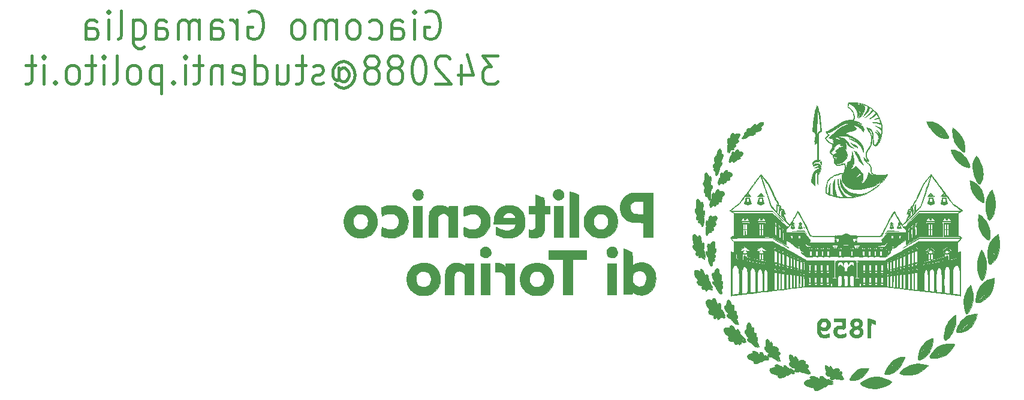
<source format=gbr>
%TF.GenerationSoftware,KiCad,Pcbnew,(5.1.10)-1*%
%TF.CreationDate,2024-11-23T17:23:42+01:00*%
%TF.ProjectId,EFES_project,45464553-5f70-4726-9f6a-6563742e6b69,rev?*%
%TF.SameCoordinates,Original*%
%TF.FileFunction,Legend,Bot*%
%TF.FilePolarity,Positive*%
%FSLAX46Y46*%
G04 Gerber Fmt 4.6, Leading zero omitted, Abs format (unit mm)*
G04 Created by KiCad (PCBNEW (5.1.10)-1) date 2024-11-23 17:23:42*
%MOMM*%
%LPD*%
G01*
G04 APERTURE LIST*
%ADD10C,0.400000*%
%ADD11C,0.010000*%
G04 APERTURE END LIST*
D10*
X155153333Y-57355000D02*
X155486666Y-57164523D01*
X155986666Y-57164523D01*
X156486666Y-57355000D01*
X156820000Y-57735952D01*
X156986666Y-58116904D01*
X157153333Y-58878809D01*
X157153333Y-59450238D01*
X156986666Y-60212142D01*
X156820000Y-60593095D01*
X156486666Y-60974047D01*
X155986666Y-61164523D01*
X155653333Y-61164523D01*
X155153333Y-60974047D01*
X154986666Y-60783571D01*
X154986666Y-59450238D01*
X155653333Y-59450238D01*
X153486666Y-61164523D02*
X153486666Y-58497857D01*
X153486666Y-57164523D02*
X153653333Y-57355000D01*
X153486666Y-57545476D01*
X153320000Y-57355000D01*
X153486666Y-57164523D01*
X153486666Y-57545476D01*
X150320000Y-61164523D02*
X150320000Y-59069285D01*
X150486666Y-58688333D01*
X150820000Y-58497857D01*
X151486666Y-58497857D01*
X151820000Y-58688333D01*
X150320000Y-60974047D02*
X150653333Y-61164523D01*
X151486666Y-61164523D01*
X151820000Y-60974047D01*
X151986666Y-60593095D01*
X151986666Y-60212142D01*
X151820000Y-59831190D01*
X151486666Y-59640714D01*
X150653333Y-59640714D01*
X150320000Y-59450238D01*
X147153333Y-60974047D02*
X147486666Y-61164523D01*
X148153333Y-61164523D01*
X148486666Y-60974047D01*
X148653333Y-60783571D01*
X148820000Y-60402619D01*
X148820000Y-59259761D01*
X148653333Y-58878809D01*
X148486666Y-58688333D01*
X148153333Y-58497857D01*
X147486666Y-58497857D01*
X147153333Y-58688333D01*
X145153333Y-61164523D02*
X145486666Y-60974047D01*
X145653333Y-60783571D01*
X145820000Y-60402619D01*
X145820000Y-59259761D01*
X145653333Y-58878809D01*
X145486666Y-58688333D01*
X145153333Y-58497857D01*
X144653333Y-58497857D01*
X144320000Y-58688333D01*
X144153333Y-58878809D01*
X143986666Y-59259761D01*
X143986666Y-60402619D01*
X144153333Y-60783571D01*
X144320000Y-60974047D01*
X144653333Y-61164523D01*
X145153333Y-61164523D01*
X142486666Y-61164523D02*
X142486666Y-58497857D01*
X142486666Y-58878809D02*
X142320000Y-58688333D01*
X141986666Y-58497857D01*
X141486666Y-58497857D01*
X141153333Y-58688333D01*
X140986666Y-59069285D01*
X140986666Y-61164523D01*
X140986666Y-59069285D02*
X140820000Y-58688333D01*
X140486666Y-58497857D01*
X139986666Y-58497857D01*
X139653333Y-58688333D01*
X139486666Y-59069285D01*
X139486666Y-61164523D01*
X137320000Y-61164523D02*
X137653333Y-60974047D01*
X137820000Y-60783571D01*
X137986666Y-60402619D01*
X137986666Y-59259761D01*
X137820000Y-58878809D01*
X137653333Y-58688333D01*
X137320000Y-58497857D01*
X136820000Y-58497857D01*
X136486666Y-58688333D01*
X136320000Y-58878809D01*
X136153333Y-59259761D01*
X136153333Y-60402619D01*
X136320000Y-60783571D01*
X136486666Y-60974047D01*
X136820000Y-61164523D01*
X137320000Y-61164523D01*
X130153333Y-57355000D02*
X130486666Y-57164523D01*
X130986666Y-57164523D01*
X131486666Y-57355000D01*
X131820000Y-57735952D01*
X131986666Y-58116904D01*
X132153333Y-58878809D01*
X132153333Y-59450238D01*
X131986666Y-60212142D01*
X131820000Y-60593095D01*
X131486666Y-60974047D01*
X130986666Y-61164523D01*
X130653333Y-61164523D01*
X130153333Y-60974047D01*
X129986666Y-60783571D01*
X129986666Y-59450238D01*
X130653333Y-59450238D01*
X128486666Y-61164523D02*
X128486666Y-58497857D01*
X128486666Y-59259761D02*
X128320000Y-58878809D01*
X128153333Y-58688333D01*
X127820000Y-58497857D01*
X127486666Y-58497857D01*
X124820000Y-61164523D02*
X124820000Y-59069285D01*
X124986666Y-58688333D01*
X125320000Y-58497857D01*
X125986666Y-58497857D01*
X126320000Y-58688333D01*
X124820000Y-60974047D02*
X125153333Y-61164523D01*
X125986666Y-61164523D01*
X126320000Y-60974047D01*
X126486666Y-60593095D01*
X126486666Y-60212142D01*
X126320000Y-59831190D01*
X125986666Y-59640714D01*
X125153333Y-59640714D01*
X124820000Y-59450238D01*
X123153333Y-61164523D02*
X123153333Y-58497857D01*
X123153333Y-58878809D02*
X122986666Y-58688333D01*
X122653333Y-58497857D01*
X122153333Y-58497857D01*
X121820000Y-58688333D01*
X121653333Y-59069285D01*
X121653333Y-61164523D01*
X121653333Y-59069285D02*
X121486666Y-58688333D01*
X121153333Y-58497857D01*
X120653333Y-58497857D01*
X120320000Y-58688333D01*
X120153333Y-59069285D01*
X120153333Y-61164523D01*
X116986666Y-61164523D02*
X116986666Y-59069285D01*
X117153333Y-58688333D01*
X117486666Y-58497857D01*
X118153333Y-58497857D01*
X118486666Y-58688333D01*
X116986666Y-60974047D02*
X117320000Y-61164523D01*
X118153333Y-61164523D01*
X118486666Y-60974047D01*
X118653333Y-60593095D01*
X118653333Y-60212142D01*
X118486666Y-59831190D01*
X118153333Y-59640714D01*
X117320000Y-59640714D01*
X116986666Y-59450238D01*
X113820000Y-58497857D02*
X113820000Y-61735952D01*
X113986666Y-62116904D01*
X114153333Y-62307380D01*
X114486666Y-62497857D01*
X114986666Y-62497857D01*
X115320000Y-62307380D01*
X113820000Y-60974047D02*
X114153333Y-61164523D01*
X114820000Y-61164523D01*
X115153333Y-60974047D01*
X115320000Y-60783571D01*
X115486666Y-60402619D01*
X115486666Y-59259761D01*
X115320000Y-58878809D01*
X115153333Y-58688333D01*
X114820000Y-58497857D01*
X114153333Y-58497857D01*
X113820000Y-58688333D01*
X111653333Y-61164523D02*
X111986666Y-60974047D01*
X112153333Y-60593095D01*
X112153333Y-57164523D01*
X110320000Y-61164523D02*
X110320000Y-58497857D01*
X110320000Y-57164523D02*
X110486666Y-57355000D01*
X110320000Y-57545476D01*
X110153333Y-57355000D01*
X110320000Y-57164523D01*
X110320000Y-57545476D01*
X107153333Y-61164523D02*
X107153333Y-59069285D01*
X107320000Y-58688333D01*
X107653333Y-58497857D01*
X108320000Y-58497857D01*
X108653333Y-58688333D01*
X107153333Y-60974047D02*
X107486666Y-61164523D01*
X108320000Y-61164523D01*
X108653333Y-60974047D01*
X108820000Y-60593095D01*
X108820000Y-60212142D01*
X108653333Y-59831190D01*
X108320000Y-59640714D01*
X107486666Y-59640714D01*
X107153333Y-59450238D01*
X165320000Y-63564523D02*
X163153333Y-63564523D01*
X164320000Y-65088333D01*
X163820000Y-65088333D01*
X163486666Y-65278809D01*
X163320000Y-65469285D01*
X163153333Y-65850238D01*
X163153333Y-66802619D01*
X163320000Y-67183571D01*
X163486666Y-67374047D01*
X163820000Y-67564523D01*
X164820000Y-67564523D01*
X165153333Y-67374047D01*
X165320000Y-67183571D01*
X160153333Y-64897857D02*
X160153333Y-67564523D01*
X160986666Y-63374047D02*
X161820000Y-66231190D01*
X159653333Y-66231190D01*
X158486666Y-63945476D02*
X158320000Y-63755000D01*
X157986666Y-63564523D01*
X157153333Y-63564523D01*
X156820000Y-63755000D01*
X156653333Y-63945476D01*
X156486666Y-64326428D01*
X156486666Y-64707380D01*
X156653333Y-65278809D01*
X158653333Y-67564523D01*
X156486666Y-67564523D01*
X154320000Y-63564523D02*
X153986666Y-63564523D01*
X153653333Y-63755000D01*
X153486666Y-63945476D01*
X153320000Y-64326428D01*
X153153333Y-65088333D01*
X153153333Y-66040714D01*
X153320000Y-66802619D01*
X153486666Y-67183571D01*
X153653333Y-67374047D01*
X153986666Y-67564523D01*
X154320000Y-67564523D01*
X154653333Y-67374047D01*
X154820000Y-67183571D01*
X154986666Y-66802619D01*
X155153333Y-66040714D01*
X155153333Y-65088333D01*
X154986666Y-64326428D01*
X154820000Y-63945476D01*
X154653333Y-63755000D01*
X154320000Y-63564523D01*
X151153333Y-65278809D02*
X151486666Y-65088333D01*
X151653333Y-64897857D01*
X151820000Y-64516904D01*
X151820000Y-64326428D01*
X151653333Y-63945476D01*
X151486666Y-63755000D01*
X151153333Y-63564523D01*
X150486666Y-63564523D01*
X150153333Y-63755000D01*
X149986666Y-63945476D01*
X149820000Y-64326428D01*
X149820000Y-64516904D01*
X149986666Y-64897857D01*
X150153333Y-65088333D01*
X150486666Y-65278809D01*
X151153333Y-65278809D01*
X151486666Y-65469285D01*
X151653333Y-65659761D01*
X151820000Y-66040714D01*
X151820000Y-66802619D01*
X151653333Y-67183571D01*
X151486666Y-67374047D01*
X151153333Y-67564523D01*
X150486666Y-67564523D01*
X150153333Y-67374047D01*
X149986666Y-67183571D01*
X149820000Y-66802619D01*
X149820000Y-66040714D01*
X149986666Y-65659761D01*
X150153333Y-65469285D01*
X150486666Y-65278809D01*
X147820000Y-65278809D02*
X148153333Y-65088333D01*
X148320000Y-64897857D01*
X148486666Y-64516904D01*
X148486666Y-64326428D01*
X148320000Y-63945476D01*
X148153333Y-63755000D01*
X147820000Y-63564523D01*
X147153333Y-63564523D01*
X146820000Y-63755000D01*
X146653333Y-63945476D01*
X146486666Y-64326428D01*
X146486666Y-64516904D01*
X146653333Y-64897857D01*
X146820000Y-65088333D01*
X147153333Y-65278809D01*
X147820000Y-65278809D01*
X148153333Y-65469285D01*
X148320000Y-65659761D01*
X148486666Y-66040714D01*
X148486666Y-66802619D01*
X148320000Y-67183571D01*
X148153333Y-67374047D01*
X147820000Y-67564523D01*
X147153333Y-67564523D01*
X146820000Y-67374047D01*
X146653333Y-67183571D01*
X146486666Y-66802619D01*
X146486666Y-66040714D01*
X146653333Y-65659761D01*
X146820000Y-65469285D01*
X147153333Y-65278809D01*
X142820000Y-65659761D02*
X142986666Y-65469285D01*
X143320000Y-65278809D01*
X143653333Y-65278809D01*
X143986666Y-65469285D01*
X144153333Y-65659761D01*
X144320000Y-66040714D01*
X144320000Y-66421666D01*
X144153333Y-66802619D01*
X143986666Y-66993095D01*
X143653333Y-67183571D01*
X143320000Y-67183571D01*
X142986666Y-66993095D01*
X142820000Y-66802619D01*
X142820000Y-65278809D02*
X142820000Y-66802619D01*
X142653333Y-66993095D01*
X142486666Y-66993095D01*
X142153333Y-66802619D01*
X141986666Y-66421666D01*
X141986666Y-65469285D01*
X142320000Y-64897857D01*
X142820000Y-64516904D01*
X143486666Y-64326428D01*
X144153333Y-64516904D01*
X144653333Y-64897857D01*
X144986666Y-65469285D01*
X145153333Y-66231190D01*
X144986666Y-66993095D01*
X144653333Y-67564523D01*
X144153333Y-67945476D01*
X143486666Y-68135952D01*
X142820000Y-67945476D01*
X142320000Y-67564523D01*
X140653333Y-67374047D02*
X140320000Y-67564523D01*
X139653333Y-67564523D01*
X139320000Y-67374047D01*
X139153333Y-66993095D01*
X139153333Y-66802619D01*
X139320000Y-66421666D01*
X139653333Y-66231190D01*
X140153333Y-66231190D01*
X140486666Y-66040714D01*
X140653333Y-65659761D01*
X140653333Y-65469285D01*
X140486666Y-65088333D01*
X140153333Y-64897857D01*
X139653333Y-64897857D01*
X139320000Y-65088333D01*
X138153333Y-64897857D02*
X136820000Y-64897857D01*
X137653333Y-63564523D02*
X137653333Y-66993095D01*
X137486666Y-67374047D01*
X137153333Y-67564523D01*
X136820000Y-67564523D01*
X134153333Y-64897857D02*
X134153333Y-67564523D01*
X135653333Y-64897857D02*
X135653333Y-66993095D01*
X135486666Y-67374047D01*
X135153333Y-67564523D01*
X134653333Y-67564523D01*
X134320000Y-67374047D01*
X134153333Y-67183571D01*
X130986666Y-67564523D02*
X130986666Y-63564523D01*
X130986666Y-67374047D02*
X131320000Y-67564523D01*
X131986666Y-67564523D01*
X132320000Y-67374047D01*
X132486666Y-67183571D01*
X132653333Y-66802619D01*
X132653333Y-65659761D01*
X132486666Y-65278809D01*
X132320000Y-65088333D01*
X131986666Y-64897857D01*
X131320000Y-64897857D01*
X130986666Y-65088333D01*
X127986666Y-67374047D02*
X128320000Y-67564523D01*
X128986666Y-67564523D01*
X129320000Y-67374047D01*
X129486666Y-66993095D01*
X129486666Y-65469285D01*
X129320000Y-65088333D01*
X128986666Y-64897857D01*
X128320000Y-64897857D01*
X127986666Y-65088333D01*
X127820000Y-65469285D01*
X127820000Y-65850238D01*
X129486666Y-66231190D01*
X126320000Y-64897857D02*
X126320000Y-67564523D01*
X126320000Y-65278809D02*
X126153333Y-65088333D01*
X125820000Y-64897857D01*
X125320000Y-64897857D01*
X124986666Y-65088333D01*
X124820000Y-65469285D01*
X124820000Y-67564523D01*
X123653333Y-64897857D02*
X122320000Y-64897857D01*
X123153333Y-63564523D02*
X123153333Y-66993095D01*
X122986666Y-67374047D01*
X122653333Y-67564523D01*
X122320000Y-67564523D01*
X121153333Y-67564523D02*
X121153333Y-64897857D01*
X121153333Y-63564523D02*
X121320000Y-63755000D01*
X121153333Y-63945476D01*
X120986666Y-63755000D01*
X121153333Y-63564523D01*
X121153333Y-63945476D01*
X119486666Y-67183571D02*
X119320000Y-67374047D01*
X119486666Y-67564523D01*
X119653333Y-67374047D01*
X119486666Y-67183571D01*
X119486666Y-67564523D01*
X117820000Y-64897857D02*
X117820000Y-68897857D01*
X117820000Y-65088333D02*
X117486666Y-64897857D01*
X116820000Y-64897857D01*
X116486666Y-65088333D01*
X116320000Y-65278809D01*
X116153333Y-65659761D01*
X116153333Y-66802619D01*
X116320000Y-67183571D01*
X116486666Y-67374047D01*
X116820000Y-67564523D01*
X117486666Y-67564523D01*
X117820000Y-67374047D01*
X114153333Y-67564523D02*
X114486666Y-67374047D01*
X114653333Y-67183571D01*
X114820000Y-66802619D01*
X114820000Y-65659761D01*
X114653333Y-65278809D01*
X114486666Y-65088333D01*
X114153333Y-64897857D01*
X113653333Y-64897857D01*
X113320000Y-65088333D01*
X113153333Y-65278809D01*
X112986666Y-65659761D01*
X112986666Y-66802619D01*
X113153333Y-67183571D01*
X113320000Y-67374047D01*
X113653333Y-67564523D01*
X114153333Y-67564523D01*
X110986666Y-67564523D02*
X111320000Y-67374047D01*
X111486666Y-66993095D01*
X111486666Y-63564523D01*
X109653333Y-67564523D02*
X109653333Y-64897857D01*
X109653333Y-63564523D02*
X109820000Y-63755000D01*
X109653333Y-63945476D01*
X109486666Y-63755000D01*
X109653333Y-63564523D01*
X109653333Y-63945476D01*
X108486666Y-64897857D02*
X107153333Y-64897857D01*
X107986666Y-63564523D02*
X107986666Y-66993095D01*
X107820000Y-67374047D01*
X107486666Y-67564523D01*
X107153333Y-67564523D01*
X105486666Y-67564523D02*
X105820000Y-67374047D01*
X105986666Y-67183571D01*
X106153333Y-66802619D01*
X106153333Y-65659761D01*
X105986666Y-65278809D01*
X105820000Y-65088333D01*
X105486666Y-64897857D01*
X104986666Y-64897857D01*
X104653333Y-65088333D01*
X104486666Y-65278809D01*
X104320000Y-65659761D01*
X104320000Y-66802619D01*
X104486666Y-67183571D01*
X104653333Y-67374047D01*
X104986666Y-67564523D01*
X105486666Y-67564523D01*
X102820000Y-67183571D02*
X102653333Y-67374047D01*
X102820000Y-67564523D01*
X102986666Y-67374047D01*
X102820000Y-67183571D01*
X102820000Y-67564523D01*
X101153333Y-67564523D02*
X101153333Y-64897857D01*
X101153333Y-63564523D02*
X101320000Y-63755000D01*
X101153333Y-63945476D01*
X100986666Y-63755000D01*
X101153333Y-63564523D01*
X101153333Y-63945476D01*
X99986666Y-64897857D02*
X98653333Y-64897857D01*
X99486666Y-63564523D02*
X99486666Y-66993095D01*
X99320000Y-67374047D01*
X98986666Y-67564523D01*
X98653333Y-67564523D01*
D11*
%TO.C,G\u002A\u002A\u002A*%
G36*
X209532497Y-108829337D02*
G01*
X209414687Y-108890840D01*
X209349860Y-108972827D01*
X209338075Y-109024998D01*
X209365577Y-109085523D01*
X209401190Y-109131290D01*
X209449065Y-109196833D01*
X209468273Y-109241293D01*
X209466366Y-109248217D01*
X209428305Y-109263213D01*
X209345548Y-109285408D01*
X209235766Y-109310078D01*
X209232228Y-109310809D01*
X209034339Y-109363504D01*
X208855608Y-109433528D01*
X208708129Y-109514626D01*
X208603999Y-109600541D01*
X208565432Y-109655705D01*
X208532717Y-109770488D01*
X208551732Y-109881591D01*
X208625439Y-110001459D01*
X208656539Y-110038581D01*
X208808613Y-110169032D01*
X209014315Y-110274185D01*
X209275379Y-110354701D01*
X209593535Y-110411241D01*
X209651125Y-110418253D01*
X209784372Y-110438813D01*
X209865880Y-110468545D01*
X209907403Y-110515669D01*
X209920695Y-110588404D01*
X209921000Y-110606978D01*
X209948675Y-110717558D01*
X210025119Y-110800948D01*
X210140465Y-110854325D01*
X210284845Y-110874866D01*
X210448389Y-110859749D01*
X210619674Y-110806809D01*
X210760276Y-110737479D01*
X210919011Y-110643465D01*
X211077454Y-110537207D01*
X211217180Y-110431145D01*
X211319763Y-110337719D01*
X211328396Y-110328292D01*
X211384172Y-110267581D01*
X211408345Y-110251754D01*
X211411183Y-110277955D01*
X211407771Y-110306217D01*
X211416186Y-110374312D01*
X211445270Y-110394381D01*
X211511380Y-110381652D01*
X211602135Y-110331851D01*
X211701391Y-110256574D01*
X211793007Y-110167419D01*
X211836978Y-110112953D01*
X211897212Y-110037693D01*
X211939084Y-110011068D01*
X211969750Y-110021975D01*
X212032886Y-110041389D01*
X212124334Y-110026210D01*
X212235145Y-110009506D01*
X212352421Y-110010871D01*
X212360048Y-110011811D01*
X212473610Y-110011771D01*
X212563603Y-109983708D01*
X212614123Y-109934019D01*
X212619750Y-109907387D01*
X212589608Y-109859384D01*
X212505530Y-109815487D01*
X212377040Y-109777512D01*
X212270596Y-109757811D01*
X211298177Y-109757811D01*
X211254500Y-109762236D01*
X211209427Y-109757247D01*
X211212295Y-109751375D01*
X211159250Y-109751375D01*
X211143375Y-109767250D01*
X211127500Y-109751375D01*
X211143375Y-109735500D01*
X211159250Y-109751375D01*
X211212295Y-109751375D01*
X211214813Y-109746222D01*
X211279816Y-109742029D01*
X211294188Y-109746222D01*
X211298177Y-109757811D01*
X212270596Y-109757811D01*
X212213659Y-109747273D01*
X212024910Y-109726585D01*
X211820318Y-109717260D01*
X211635500Y-109719863D01*
X211512538Y-109724780D01*
X211449287Y-109725713D01*
X211442048Y-109722082D01*
X211487126Y-109713310D01*
X211540250Y-109704954D01*
X211735166Y-109684478D01*
X211953419Y-109676405D01*
X212169337Y-109680711D01*
X212357249Y-109697373D01*
X212409545Y-109705728D01*
X212537104Y-109726025D01*
X212608989Y-109726951D01*
X212630805Y-109705775D01*
X212608158Y-109659765D01*
X212579022Y-109623169D01*
X212452818Y-109507927D01*
X212290206Y-109406178D01*
X212116752Y-109331782D01*
X211984615Y-109300940D01*
X211887799Y-109291096D01*
X211840017Y-109294342D01*
X211827401Y-109315089D01*
X211833744Y-109348932D01*
X211838013Y-109387588D01*
X211819731Y-109396163D01*
X211773558Y-109371463D01*
X211694154Y-109310293D01*
X211576178Y-109209456D01*
X211524375Y-109163838D01*
X211358817Y-109025600D01*
X211220930Y-108931159D01*
X211099137Y-108874394D01*
X210981859Y-108849187D01*
X210923968Y-108846500D01*
X210810205Y-108859858D01*
X210749823Y-108904216D01*
X210737655Y-108985999D01*
X210752435Y-109059692D01*
X210768580Y-109118272D01*
X210776350Y-109161143D01*
X210769436Y-109187052D01*
X210741526Y-109194751D01*
X210686310Y-109182986D01*
X210597477Y-109150509D01*
X210468716Y-109096067D01*
X210293716Y-109018410D01*
X210095625Y-108929503D01*
X209876122Y-108848485D01*
X209687360Y-108815158D01*
X209532497Y-108829337D01*
G37*
X209532497Y-108829337D02*
X209414687Y-108890840D01*
X209349860Y-108972827D01*
X209338075Y-109024998D01*
X209365577Y-109085523D01*
X209401190Y-109131290D01*
X209449065Y-109196833D01*
X209468273Y-109241293D01*
X209466366Y-109248217D01*
X209428305Y-109263213D01*
X209345548Y-109285408D01*
X209235766Y-109310078D01*
X209232228Y-109310809D01*
X209034339Y-109363504D01*
X208855608Y-109433528D01*
X208708129Y-109514626D01*
X208603999Y-109600541D01*
X208565432Y-109655705D01*
X208532717Y-109770488D01*
X208551732Y-109881591D01*
X208625439Y-110001459D01*
X208656539Y-110038581D01*
X208808613Y-110169032D01*
X209014315Y-110274185D01*
X209275379Y-110354701D01*
X209593535Y-110411241D01*
X209651125Y-110418253D01*
X209784372Y-110438813D01*
X209865880Y-110468545D01*
X209907403Y-110515669D01*
X209920695Y-110588404D01*
X209921000Y-110606978D01*
X209948675Y-110717558D01*
X210025119Y-110800948D01*
X210140465Y-110854325D01*
X210284845Y-110874866D01*
X210448389Y-110859749D01*
X210619674Y-110806809D01*
X210760276Y-110737479D01*
X210919011Y-110643465D01*
X211077454Y-110537207D01*
X211217180Y-110431145D01*
X211319763Y-110337719D01*
X211328396Y-110328292D01*
X211384172Y-110267581D01*
X211408345Y-110251754D01*
X211411183Y-110277955D01*
X211407771Y-110306217D01*
X211416186Y-110374312D01*
X211445270Y-110394381D01*
X211511380Y-110381652D01*
X211602135Y-110331851D01*
X211701391Y-110256574D01*
X211793007Y-110167419D01*
X211836978Y-110112953D01*
X211897212Y-110037693D01*
X211939084Y-110011068D01*
X211969750Y-110021975D01*
X212032886Y-110041389D01*
X212124334Y-110026210D01*
X212235145Y-110009506D01*
X212352421Y-110010871D01*
X212360048Y-110011811D01*
X212473610Y-110011771D01*
X212563603Y-109983708D01*
X212614123Y-109934019D01*
X212619750Y-109907387D01*
X212589608Y-109859384D01*
X212505530Y-109815487D01*
X212377040Y-109777512D01*
X212270596Y-109757811D01*
X211298177Y-109757811D01*
X211254500Y-109762236D01*
X211209427Y-109757247D01*
X211212295Y-109751375D01*
X211159250Y-109751375D01*
X211143375Y-109767250D01*
X211127500Y-109751375D01*
X211143375Y-109735500D01*
X211159250Y-109751375D01*
X211212295Y-109751375D01*
X211214813Y-109746222D01*
X211279816Y-109742029D01*
X211294188Y-109746222D01*
X211298177Y-109757811D01*
X212270596Y-109757811D01*
X212213659Y-109747273D01*
X212024910Y-109726585D01*
X211820318Y-109717260D01*
X211635500Y-109719863D01*
X211512538Y-109724780D01*
X211449287Y-109725713D01*
X211442048Y-109722082D01*
X211487126Y-109713310D01*
X211540250Y-109704954D01*
X211735166Y-109684478D01*
X211953419Y-109676405D01*
X212169337Y-109680711D01*
X212357249Y-109697373D01*
X212409545Y-109705728D01*
X212537104Y-109726025D01*
X212608989Y-109726951D01*
X212630805Y-109705775D01*
X212608158Y-109659765D01*
X212579022Y-109623169D01*
X212452818Y-109507927D01*
X212290206Y-109406178D01*
X212116752Y-109331782D01*
X211984615Y-109300940D01*
X211887799Y-109291096D01*
X211840017Y-109294342D01*
X211827401Y-109315089D01*
X211833744Y-109348932D01*
X211838013Y-109387588D01*
X211819731Y-109396163D01*
X211773558Y-109371463D01*
X211694154Y-109310293D01*
X211576178Y-109209456D01*
X211524375Y-109163838D01*
X211358817Y-109025600D01*
X211220930Y-108931159D01*
X211099137Y-108874394D01*
X210981859Y-108849187D01*
X210923968Y-108846500D01*
X210810205Y-108859858D01*
X210749823Y-108904216D01*
X210737655Y-108985999D01*
X210752435Y-109059692D01*
X210768580Y-109118272D01*
X210776350Y-109161143D01*
X210769436Y-109187052D01*
X210741526Y-109194751D01*
X210686310Y-109182986D01*
X210597477Y-109150509D01*
X210468716Y-109096067D01*
X210293716Y-109018410D01*
X210095625Y-108929503D01*
X209876122Y-108848485D01*
X209687360Y-108815158D01*
X209532497Y-108829337D01*
G36*
X218117654Y-109015616D02*
G01*
X217777661Y-109101874D01*
X217634304Y-109152755D01*
X217456920Y-109226930D01*
X217261680Y-109316490D01*
X217064759Y-109413525D01*
X216882328Y-109510128D01*
X216730560Y-109598390D01*
X216644063Y-109656215D01*
X216536282Y-109756755D01*
X216491548Y-109852632D01*
X216509651Y-109944774D01*
X216564688Y-110012308D01*
X216670994Y-110089182D01*
X216826601Y-110174228D01*
X217018707Y-110262363D01*
X217234514Y-110348505D01*
X217461219Y-110427572D01*
X217686023Y-110494482D01*
X217896124Y-110544151D01*
X217911977Y-110547239D01*
X218083208Y-110570341D01*
X218293765Y-110584201D01*
X218523931Y-110588881D01*
X218753987Y-110584443D01*
X218964213Y-110570946D01*
X219134891Y-110548453D01*
X219160250Y-110543377D01*
X219424316Y-110473961D01*
X219712751Y-110376587D01*
X219998833Y-110261004D01*
X220214417Y-110158709D01*
X220351406Y-110084161D01*
X220494879Y-109999394D01*
X220634201Y-109911523D01*
X220758737Y-109827662D01*
X220830457Y-109775030D01*
X219643966Y-109775030D01*
X219625544Y-109784640D01*
X219554975Y-109804644D01*
X219442347Y-109832810D01*
X219297744Y-109866908D01*
X219131255Y-109904709D01*
X218952964Y-109943982D01*
X218772959Y-109982498D01*
X218601325Y-110018026D01*
X218448150Y-110048336D01*
X218323519Y-110071198D01*
X218255375Y-110082042D01*
X217976562Y-110106721D01*
X217670970Y-110109631D01*
X217371334Y-110091150D01*
X217207625Y-110069887D01*
X217050220Y-110040401D01*
X216889619Y-110003872D01*
X216755471Y-109967180D01*
X216731375Y-109959407D01*
X216648930Y-109929870D01*
X216611638Y-109912621D01*
X216626902Y-109911141D01*
X216629887Y-109911673D01*
X217145717Y-109987064D01*
X217650907Y-110019331D01*
X217800641Y-110021062D01*
X218056302Y-110018060D01*
X218281429Y-110007335D01*
X218495151Y-109986644D01*
X218716599Y-109953745D01*
X218964902Y-109906395D01*
X219187263Y-109858491D01*
X219344655Y-109824712D01*
X219480567Y-109797932D01*
X219582632Y-109780410D01*
X219638483Y-109774406D01*
X219643966Y-109775030D01*
X220830457Y-109775030D01*
X220857851Y-109754927D01*
X220861960Y-109751375D01*
X219795250Y-109751375D01*
X219779375Y-109767250D01*
X219763500Y-109751375D01*
X219779375Y-109735500D01*
X219795250Y-109751375D01*
X220861960Y-109751375D01*
X220920908Y-109700431D01*
X220938250Y-109674482D01*
X220910962Y-109638598D01*
X220835596Y-109582404D01*
X220721896Y-109511830D01*
X220579610Y-109432806D01*
X220418484Y-109351263D01*
X220366036Y-109326308D01*
X219907390Y-109140304D01*
X219456565Y-109016521D01*
X219010225Y-108954672D01*
X218565034Y-108954467D01*
X218117654Y-109015616D01*
G37*
X218117654Y-109015616D02*
X217777661Y-109101874D01*
X217634304Y-109152755D01*
X217456920Y-109226930D01*
X217261680Y-109316490D01*
X217064759Y-109413525D01*
X216882328Y-109510128D01*
X216730560Y-109598390D01*
X216644063Y-109656215D01*
X216536282Y-109756755D01*
X216491548Y-109852632D01*
X216509651Y-109944774D01*
X216564688Y-110012308D01*
X216670994Y-110089182D01*
X216826601Y-110174228D01*
X217018707Y-110262363D01*
X217234514Y-110348505D01*
X217461219Y-110427572D01*
X217686023Y-110494482D01*
X217896124Y-110544151D01*
X217911977Y-110547239D01*
X218083208Y-110570341D01*
X218293765Y-110584201D01*
X218523931Y-110588881D01*
X218753987Y-110584443D01*
X218964213Y-110570946D01*
X219134891Y-110548453D01*
X219160250Y-110543377D01*
X219424316Y-110473961D01*
X219712751Y-110376587D01*
X219998833Y-110261004D01*
X220214417Y-110158709D01*
X220351406Y-110084161D01*
X220494879Y-109999394D01*
X220634201Y-109911523D01*
X220758737Y-109827662D01*
X220830457Y-109775030D01*
X219643966Y-109775030D01*
X219625544Y-109784640D01*
X219554975Y-109804644D01*
X219442347Y-109832810D01*
X219297744Y-109866908D01*
X219131255Y-109904709D01*
X218952964Y-109943982D01*
X218772959Y-109982498D01*
X218601325Y-110018026D01*
X218448150Y-110048336D01*
X218323519Y-110071198D01*
X218255375Y-110082042D01*
X217976562Y-110106721D01*
X217670970Y-110109631D01*
X217371334Y-110091150D01*
X217207625Y-110069887D01*
X217050220Y-110040401D01*
X216889619Y-110003872D01*
X216755471Y-109967180D01*
X216731375Y-109959407D01*
X216648930Y-109929870D01*
X216611638Y-109912621D01*
X216626902Y-109911141D01*
X216629887Y-109911673D01*
X217145717Y-109987064D01*
X217650907Y-110019331D01*
X217800641Y-110021062D01*
X218056302Y-110018060D01*
X218281429Y-110007335D01*
X218495151Y-109986644D01*
X218716599Y-109953745D01*
X218964902Y-109906395D01*
X219187263Y-109858491D01*
X219344655Y-109824712D01*
X219480567Y-109797932D01*
X219582632Y-109780410D01*
X219638483Y-109774406D01*
X219643966Y-109775030D01*
X220830457Y-109775030D01*
X220857851Y-109754927D01*
X220861960Y-109751375D01*
X219795250Y-109751375D01*
X219779375Y-109767250D01*
X219763500Y-109751375D01*
X219779375Y-109735500D01*
X219795250Y-109751375D01*
X220861960Y-109751375D01*
X220920908Y-109700431D01*
X220938250Y-109674482D01*
X220910962Y-109638598D01*
X220835596Y-109582404D01*
X220721896Y-109511830D01*
X220579610Y-109432806D01*
X220418484Y-109351263D01*
X220366036Y-109326308D01*
X219907390Y-109140304D01*
X219456565Y-109016521D01*
X219010225Y-108954672D01*
X218565034Y-108954467D01*
X218117654Y-109015616D01*
G36*
X217016298Y-107710611D02*
G01*
X216816846Y-107727087D01*
X216651840Y-107752645D01*
X216642393Y-107754711D01*
X216312576Y-107855437D01*
X216013572Y-108004747D01*
X215738898Y-108206890D01*
X215482069Y-108466118D01*
X215393382Y-108573408D01*
X215291599Y-108710047D01*
X215195342Y-108853679D01*
X215110247Y-108994055D01*
X215041951Y-109120928D01*
X214996093Y-109224051D01*
X214978308Y-109293177D01*
X214985125Y-109315534D01*
X215014204Y-109365053D01*
X215016875Y-109385938D01*
X215044907Y-109426010D01*
X215112125Y-109453619D01*
X215205699Y-109465143D01*
X215338514Y-109471379D01*
X215486517Y-109472120D01*
X215625654Y-109467158D01*
X215715375Y-109458813D01*
X216034251Y-109389371D01*
X216347157Y-109273827D01*
X216633744Y-109120627D01*
X216782584Y-109015732D01*
X216953877Y-108860494D01*
X217133372Y-108662109D01*
X217308452Y-108437421D01*
X217434779Y-108250271D01*
X216701355Y-108250271D01*
X216677752Y-108265895D01*
X216605654Y-108301753D01*
X216494976Y-108353171D01*
X216355634Y-108415477D01*
X216287482Y-108445274D01*
X215944840Y-108606524D01*
X215657512Y-108769680D01*
X215417394Y-108939838D01*
X215224335Y-109113934D01*
X215140996Y-109197375D01*
X215075820Y-109259655D01*
X215040402Y-109289777D01*
X215037661Y-109291000D01*
X215048510Y-109268993D01*
X215090244Y-109212183D01*
X215134987Y-109156062D01*
X215302644Y-108981797D01*
X215514015Y-108809692D01*
X215750511Y-108654165D01*
X215861004Y-108592998D01*
X215973851Y-108537422D01*
X216108587Y-108475821D01*
X216253119Y-108413127D01*
X216395354Y-108354271D01*
X216523199Y-108304185D01*
X216624561Y-108267802D01*
X216687348Y-108250053D01*
X216701355Y-108250271D01*
X217434779Y-108250271D01*
X217450235Y-108227375D01*
X216779000Y-108227375D01*
X216763125Y-108243250D01*
X216747250Y-108227375D01*
X216763125Y-108211500D01*
X216779000Y-108227375D01*
X217450235Y-108227375D01*
X217466503Y-108203275D01*
X217473831Y-108190333D01*
X216863667Y-108190333D01*
X216859309Y-108209208D01*
X216842500Y-108211500D01*
X216816367Y-108199883D01*
X216821334Y-108190333D01*
X216859014Y-108186533D01*
X216863667Y-108190333D01*
X217473831Y-108190333D01*
X217594908Y-107976514D01*
X217649481Y-107858267D01*
X217697297Y-107743160D01*
X217579461Y-107723679D01*
X217421792Y-107708106D01*
X217226009Y-107704016D01*
X217016298Y-107710611D01*
G37*
X217016298Y-107710611D02*
X216816846Y-107727087D01*
X216651840Y-107752645D01*
X216642393Y-107754711D01*
X216312576Y-107855437D01*
X216013572Y-108004747D01*
X215738898Y-108206890D01*
X215482069Y-108466118D01*
X215393382Y-108573408D01*
X215291599Y-108710047D01*
X215195342Y-108853679D01*
X215110247Y-108994055D01*
X215041951Y-109120928D01*
X214996093Y-109224051D01*
X214978308Y-109293177D01*
X214985125Y-109315534D01*
X215014204Y-109365053D01*
X215016875Y-109385938D01*
X215044907Y-109426010D01*
X215112125Y-109453619D01*
X215205699Y-109465143D01*
X215338514Y-109471379D01*
X215486517Y-109472120D01*
X215625654Y-109467158D01*
X215715375Y-109458813D01*
X216034251Y-109389371D01*
X216347157Y-109273827D01*
X216633744Y-109120627D01*
X216782584Y-109015732D01*
X216953877Y-108860494D01*
X217133372Y-108662109D01*
X217308452Y-108437421D01*
X217434779Y-108250271D01*
X216701355Y-108250271D01*
X216677752Y-108265895D01*
X216605654Y-108301753D01*
X216494976Y-108353171D01*
X216355634Y-108415477D01*
X216287482Y-108445274D01*
X215944840Y-108606524D01*
X215657512Y-108769680D01*
X215417394Y-108939838D01*
X215224335Y-109113934D01*
X215140996Y-109197375D01*
X215075820Y-109259655D01*
X215040402Y-109289777D01*
X215037661Y-109291000D01*
X215048510Y-109268993D01*
X215090244Y-109212183D01*
X215134987Y-109156062D01*
X215302644Y-108981797D01*
X215514015Y-108809692D01*
X215750511Y-108654165D01*
X215861004Y-108592998D01*
X215973851Y-108537422D01*
X216108587Y-108475821D01*
X216253119Y-108413127D01*
X216395354Y-108354271D01*
X216523199Y-108304185D01*
X216624561Y-108267802D01*
X216687348Y-108250053D01*
X216701355Y-108250271D01*
X217434779Y-108250271D01*
X217450235Y-108227375D01*
X216779000Y-108227375D01*
X216763125Y-108243250D01*
X216747250Y-108227375D01*
X216763125Y-108211500D01*
X216779000Y-108227375D01*
X217450235Y-108227375D01*
X217466503Y-108203275D01*
X217473831Y-108190333D01*
X216863667Y-108190333D01*
X216859309Y-108209208D01*
X216842500Y-108211500D01*
X216816367Y-108199883D01*
X216821334Y-108190333D01*
X216859014Y-108186533D01*
X216863667Y-108190333D01*
X217473831Y-108190333D01*
X217594908Y-107976514D01*
X217649481Y-107858267D01*
X217697297Y-107743160D01*
X217579461Y-107723679D01*
X217421792Y-107708106D01*
X217226009Y-107704016D01*
X217016298Y-107710611D01*
G36*
X211554561Y-107332470D02*
G01*
X211531244Y-107357401D01*
X211487856Y-107452001D01*
X211481745Y-107585110D01*
X211513424Y-107759589D01*
X211583404Y-107978301D01*
X211688317Y-108235312D01*
X211679474Y-108269370D01*
X211655889Y-108275000D01*
X211594111Y-108301995D01*
X211560520Y-108372192D01*
X211560819Y-108469404D01*
X211571990Y-108513092D01*
X211649069Y-108649062D01*
X211776688Y-108757894D01*
X211944969Y-108831992D01*
X212006565Y-108847286D01*
X212120817Y-108871787D01*
X212219624Y-108894661D01*
X212264841Y-108906332D01*
X212338557Y-108927393D01*
X212272779Y-109011017D01*
X212217778Y-109101892D01*
X212218296Y-109174810D01*
X212275403Y-109244488D01*
X212290657Y-109256945D01*
X212392455Y-109308894D01*
X212515817Y-109316790D01*
X212669200Y-109280144D01*
X212799464Y-109227500D01*
X212902747Y-109181160D01*
X212980328Y-109147277D01*
X213017093Y-109132438D01*
X213018045Y-109132250D01*
X213018140Y-109158020D01*
X213009950Y-109195750D01*
X213006219Y-109230469D01*
X213026830Y-109249553D01*
X213084912Y-109257611D01*
X213190902Y-109259250D01*
X213336261Y-109267294D01*
X213490564Y-109287850D01*
X213567668Y-109303740D01*
X213693851Y-109332884D01*
X213817909Y-109358111D01*
X213873875Y-109367818D01*
X214000875Y-109387404D01*
X213842125Y-109238777D01*
X213693067Y-109110412D01*
X213538167Y-108996331D01*
X213389672Y-108904059D01*
X213259831Y-108841122D01*
X213160889Y-108815045D01*
X213152072Y-108814750D01*
X213058241Y-108800288D01*
X212983171Y-108765505D01*
X212983006Y-108765373D01*
X212942871Y-108731777D01*
X212953936Y-108732348D01*
X212995770Y-108752198D01*
X213084662Y-108773113D01*
X213148679Y-108768693D01*
X213234286Y-108775168D01*
X213360831Y-108827578D01*
X213528855Y-108926217D01*
X213738901Y-109071380D01*
X213831940Y-109140376D01*
X213951418Y-109227892D01*
X214032403Y-109279691D01*
X214085029Y-109300890D01*
X214119434Y-109296602D01*
X214128836Y-109290203D01*
X214171769Y-109221647D01*
X214154041Y-109140682D01*
X214093036Y-109066346D01*
X214022933Y-108985217D01*
X213957860Y-108885919D01*
X213949515Y-108870312D01*
X213887941Y-108781880D01*
X213825605Y-108751250D01*
X213776905Y-108745218D01*
X213768519Y-108719186D01*
X213777117Y-108703625D01*
X212905500Y-108703625D01*
X212889625Y-108719500D01*
X212873750Y-108703625D01*
X212889625Y-108687750D01*
X212905500Y-108703625D01*
X213777117Y-108703625D01*
X213794661Y-108671875D01*
X212842000Y-108671875D01*
X212826125Y-108687750D01*
X212810250Y-108671875D01*
X212826125Y-108656000D01*
X212842000Y-108671875D01*
X213794661Y-108671875D01*
X213800533Y-108661249D01*
X213826510Y-108623885D01*
X213897276Y-108489894D01*
X213907150Y-108370808D01*
X213858178Y-108266561D01*
X213773406Y-108196604D01*
X213674031Y-108187033D01*
X213572250Y-108227375D01*
X213495069Y-108265974D01*
X213464116Y-108263490D01*
X213474914Y-108217062D01*
X213494074Y-108177432D01*
X213528000Y-108050110D01*
X213502376Y-107927565D01*
X213435666Y-107838136D01*
X213345791Y-107774770D01*
X213244670Y-107747922D01*
X213113685Y-107754243D01*
X213040226Y-107766979D01*
X212906602Y-107794331D01*
X212821796Y-107815793D01*
X212772207Y-107837142D01*
X212744235Y-107864157D01*
X212725061Y-107900854D01*
X212707289Y-107930316D01*
X212685432Y-107931306D01*
X212651346Y-107896745D01*
X212596884Y-107819554D01*
X212550719Y-107749343D01*
X212474980Y-107638171D01*
X212403533Y-107542058D01*
X212349521Y-107478494D01*
X212341186Y-107470529D01*
X212260701Y-107425353D01*
X212194128Y-107434884D01*
X212154046Y-107495798D01*
X212149329Y-107521208D01*
X212137556Y-107584453D01*
X212125068Y-107608250D01*
X212095281Y-107589685D01*
X212030210Y-107540817D01*
X211943445Y-107471883D01*
X211935965Y-107465801D01*
X211800640Y-107364414D01*
X211697442Y-107309864D01*
X211618155Y-107299950D01*
X211554561Y-107332470D01*
G37*
X211554561Y-107332470D02*
X211531244Y-107357401D01*
X211487856Y-107452001D01*
X211481745Y-107585110D01*
X211513424Y-107759589D01*
X211583404Y-107978301D01*
X211688317Y-108235312D01*
X211679474Y-108269370D01*
X211655889Y-108275000D01*
X211594111Y-108301995D01*
X211560520Y-108372192D01*
X211560819Y-108469404D01*
X211571990Y-108513092D01*
X211649069Y-108649062D01*
X211776688Y-108757894D01*
X211944969Y-108831992D01*
X212006565Y-108847286D01*
X212120817Y-108871787D01*
X212219624Y-108894661D01*
X212264841Y-108906332D01*
X212338557Y-108927393D01*
X212272779Y-109011017D01*
X212217778Y-109101892D01*
X212218296Y-109174810D01*
X212275403Y-109244488D01*
X212290657Y-109256945D01*
X212392455Y-109308894D01*
X212515817Y-109316790D01*
X212669200Y-109280144D01*
X212799464Y-109227500D01*
X212902747Y-109181160D01*
X212980328Y-109147277D01*
X213017093Y-109132438D01*
X213018045Y-109132250D01*
X213018140Y-109158020D01*
X213009950Y-109195750D01*
X213006219Y-109230469D01*
X213026830Y-109249553D01*
X213084912Y-109257611D01*
X213190902Y-109259250D01*
X213336261Y-109267294D01*
X213490564Y-109287850D01*
X213567668Y-109303740D01*
X213693851Y-109332884D01*
X213817909Y-109358111D01*
X213873875Y-109367818D01*
X214000875Y-109387404D01*
X213842125Y-109238777D01*
X213693067Y-109110412D01*
X213538167Y-108996331D01*
X213389672Y-108904059D01*
X213259831Y-108841122D01*
X213160889Y-108815045D01*
X213152072Y-108814750D01*
X213058241Y-108800288D01*
X212983171Y-108765505D01*
X212983006Y-108765373D01*
X212942871Y-108731777D01*
X212953936Y-108732348D01*
X212995770Y-108752198D01*
X213084662Y-108773113D01*
X213148679Y-108768693D01*
X213234286Y-108775168D01*
X213360831Y-108827578D01*
X213528855Y-108926217D01*
X213738901Y-109071380D01*
X213831940Y-109140376D01*
X213951418Y-109227892D01*
X214032403Y-109279691D01*
X214085029Y-109300890D01*
X214119434Y-109296602D01*
X214128836Y-109290203D01*
X214171769Y-109221647D01*
X214154041Y-109140682D01*
X214093036Y-109066346D01*
X214022933Y-108985217D01*
X213957860Y-108885919D01*
X213949515Y-108870312D01*
X213887941Y-108781880D01*
X213825605Y-108751250D01*
X213776905Y-108745218D01*
X213768519Y-108719186D01*
X213777117Y-108703625D01*
X212905500Y-108703625D01*
X212889625Y-108719500D01*
X212873750Y-108703625D01*
X212889625Y-108687750D01*
X212905500Y-108703625D01*
X213777117Y-108703625D01*
X213794661Y-108671875D01*
X212842000Y-108671875D01*
X212826125Y-108687750D01*
X212810250Y-108671875D01*
X212826125Y-108656000D01*
X212842000Y-108671875D01*
X213794661Y-108671875D01*
X213800533Y-108661249D01*
X213826510Y-108623885D01*
X213897276Y-108489894D01*
X213907150Y-108370808D01*
X213858178Y-108266561D01*
X213773406Y-108196604D01*
X213674031Y-108187033D01*
X213572250Y-108227375D01*
X213495069Y-108265974D01*
X213464116Y-108263490D01*
X213474914Y-108217062D01*
X213494074Y-108177432D01*
X213528000Y-108050110D01*
X213502376Y-107927565D01*
X213435666Y-107838136D01*
X213345791Y-107774770D01*
X213244670Y-107747922D01*
X213113685Y-107754243D01*
X213040226Y-107766979D01*
X212906602Y-107794331D01*
X212821796Y-107815793D01*
X212772207Y-107837142D01*
X212744235Y-107864157D01*
X212725061Y-107900854D01*
X212707289Y-107930316D01*
X212685432Y-107931306D01*
X212651346Y-107896745D01*
X212596884Y-107819554D01*
X212550719Y-107749343D01*
X212474980Y-107638171D01*
X212403533Y-107542058D01*
X212349521Y-107478494D01*
X212341186Y-107470529D01*
X212260701Y-107425353D01*
X212194128Y-107434884D01*
X212154046Y-107495798D01*
X212149329Y-107521208D01*
X212137556Y-107584453D01*
X212125068Y-107608250D01*
X212095281Y-107589685D01*
X212030210Y-107540817D01*
X211943445Y-107471883D01*
X211935965Y-107465801D01*
X211800640Y-107364414D01*
X211697442Y-107309864D01*
X211618155Y-107299950D01*
X211554561Y-107332470D01*
G36*
X204535098Y-107194582D02*
G01*
X204480157Y-107229554D01*
X204414203Y-107298749D01*
X204402695Y-107369716D01*
X204444324Y-107458437D01*
X204459594Y-107480678D01*
X204522687Y-107569284D01*
X204345136Y-107591468D01*
X204098424Y-107635982D01*
X203904108Y-107700449D01*
X203764241Y-107783292D01*
X203680876Y-107882932D01*
X203656066Y-107997794D01*
X203680724Y-108101917D01*
X203774232Y-108249183D01*
X203924357Y-108377209D01*
X204132518Y-108486862D01*
X204400135Y-108579012D01*
X204505940Y-108606759D01*
X204642006Y-108641633D01*
X204727871Y-108669364D01*
X204775475Y-108695879D01*
X204796757Y-108727105D01*
X204802264Y-108753868D01*
X204822872Y-108878089D01*
X204856007Y-108958738D01*
X204911661Y-109015690D01*
X204945040Y-109037866D01*
X205076283Y-109087990D01*
X205234063Y-109091186D01*
X205419140Y-109050081D01*
X205561448Y-108993339D01*
X205725631Y-108908445D01*
X205886759Y-108809820D01*
X206019900Y-108711889D01*
X206050823Y-108684646D01*
X206109082Y-108634538D01*
X206131177Y-108629143D01*
X206127210Y-108654945D01*
X206126536Y-108712657D01*
X206165409Y-108735418D01*
X206232584Y-108726384D01*
X206316815Y-108688710D01*
X206406854Y-108625551D01*
X206477364Y-108556694D01*
X206534683Y-108496158D01*
X206585365Y-108464959D01*
X206652518Y-108455192D01*
X206759252Y-108458956D01*
X206762618Y-108459155D01*
X206921809Y-108467759D01*
X207029602Y-108470853D01*
X207097904Y-108467882D01*
X207138625Y-108458286D01*
X207163671Y-108441511D01*
X207164855Y-108440345D01*
X207185356Y-108388148D01*
X207148056Y-108335550D01*
X207058605Y-108284691D01*
X206922651Y-108237709D01*
X206745844Y-108196744D01*
X206533832Y-108163935D01*
X206396750Y-108149468D01*
X206063375Y-108119844D01*
X206444375Y-108132749D01*
X206615806Y-108142323D01*
X206784638Y-108158242D01*
X206929113Y-108178113D01*
X207012456Y-108195225D01*
X207113051Y-108219222D01*
X207186288Y-108231718D01*
X207213466Y-108230867D01*
X207215488Y-108188780D01*
X207173863Y-108123996D01*
X207099540Y-108046247D01*
X207003466Y-107965264D01*
X206896590Y-107890780D01*
X206789861Y-107832527D01*
X206744655Y-107814150D01*
X206626307Y-107782253D01*
X206557458Y-107787133D01*
X206539217Y-107828571D01*
X206545511Y-107853110D01*
X206532133Y-107853671D01*
X206481096Y-107815853D01*
X206399917Y-107745902D01*
X206296114Y-107650061D01*
X206262839Y-107618303D01*
X206124394Y-107488654D01*
X206019065Y-107399047D01*
X205937363Y-107342443D01*
X205869797Y-107311799D01*
X205839555Y-107304235D01*
X205725681Y-107295508D01*
X205658082Y-107326199D01*
X205629261Y-107403095D01*
X205628585Y-107495233D01*
X205638295Y-107643463D01*
X205549210Y-107597324D01*
X205480423Y-107559766D01*
X205376418Y-107500765D01*
X205256550Y-107431339D01*
X205222000Y-107411073D01*
X205017608Y-107296468D01*
X204854787Y-107219490D01*
X204725473Y-107178165D01*
X204621599Y-107170521D01*
X204535098Y-107194582D01*
G37*
X204535098Y-107194582D02*
X204480157Y-107229554D01*
X204414203Y-107298749D01*
X204402695Y-107369716D01*
X204444324Y-107458437D01*
X204459594Y-107480678D01*
X204522687Y-107569284D01*
X204345136Y-107591468D01*
X204098424Y-107635982D01*
X203904108Y-107700449D01*
X203764241Y-107783292D01*
X203680876Y-107882932D01*
X203656066Y-107997794D01*
X203680724Y-108101917D01*
X203774232Y-108249183D01*
X203924357Y-108377209D01*
X204132518Y-108486862D01*
X204400135Y-108579012D01*
X204505940Y-108606759D01*
X204642006Y-108641633D01*
X204727871Y-108669364D01*
X204775475Y-108695879D01*
X204796757Y-108727105D01*
X204802264Y-108753868D01*
X204822872Y-108878089D01*
X204856007Y-108958738D01*
X204911661Y-109015690D01*
X204945040Y-109037866D01*
X205076283Y-109087990D01*
X205234063Y-109091186D01*
X205419140Y-109050081D01*
X205561448Y-108993339D01*
X205725631Y-108908445D01*
X205886759Y-108809820D01*
X206019900Y-108711889D01*
X206050823Y-108684646D01*
X206109082Y-108634538D01*
X206131177Y-108629143D01*
X206127210Y-108654945D01*
X206126536Y-108712657D01*
X206165409Y-108735418D01*
X206232584Y-108726384D01*
X206316815Y-108688710D01*
X206406854Y-108625551D01*
X206477364Y-108556694D01*
X206534683Y-108496158D01*
X206585365Y-108464959D01*
X206652518Y-108455192D01*
X206759252Y-108458956D01*
X206762618Y-108459155D01*
X206921809Y-108467759D01*
X207029602Y-108470853D01*
X207097904Y-108467882D01*
X207138625Y-108458286D01*
X207163671Y-108441511D01*
X207164855Y-108440345D01*
X207185356Y-108388148D01*
X207148056Y-108335550D01*
X207058605Y-108284691D01*
X206922651Y-108237709D01*
X206745844Y-108196744D01*
X206533832Y-108163935D01*
X206396750Y-108149468D01*
X206063375Y-108119844D01*
X206444375Y-108132749D01*
X206615806Y-108142323D01*
X206784638Y-108158242D01*
X206929113Y-108178113D01*
X207012456Y-108195225D01*
X207113051Y-108219222D01*
X207186288Y-108231718D01*
X207213466Y-108230867D01*
X207215488Y-108188780D01*
X207173863Y-108123996D01*
X207099540Y-108046247D01*
X207003466Y-107965264D01*
X206896590Y-107890780D01*
X206789861Y-107832527D01*
X206744655Y-107814150D01*
X206626307Y-107782253D01*
X206557458Y-107787133D01*
X206539217Y-107828571D01*
X206545511Y-107853110D01*
X206532133Y-107853671D01*
X206481096Y-107815853D01*
X206399917Y-107745902D01*
X206296114Y-107650061D01*
X206262839Y-107618303D01*
X206124394Y-107488654D01*
X206019065Y-107399047D01*
X205937363Y-107342443D01*
X205869797Y-107311799D01*
X205839555Y-107304235D01*
X205725681Y-107295508D01*
X205658082Y-107326199D01*
X205629261Y-107403095D01*
X205628585Y-107495233D01*
X205638295Y-107643463D01*
X205549210Y-107597324D01*
X205480423Y-107559766D01*
X205376418Y-107500765D01*
X205256550Y-107431339D01*
X205222000Y-107411073D01*
X205017608Y-107296468D01*
X204854787Y-107219490D01*
X204725473Y-107178165D01*
X204621599Y-107170521D01*
X204535098Y-107194582D01*
G36*
X224489788Y-107104833D02*
G01*
X224227128Y-107123485D01*
X224135296Y-107135663D01*
X223780902Y-107217405D01*
X223414291Y-107351636D01*
X223047412Y-107532124D01*
X222692215Y-107752637D01*
X222360651Y-108006941D01*
X222216188Y-108136545D01*
X222127325Y-108232284D01*
X222068344Y-108319402D01*
X222043731Y-108387878D01*
X222057972Y-108427693D01*
X222083124Y-108433750D01*
X222102567Y-108452974D01*
X222098110Y-108463906D01*
X222109083Y-108497608D01*
X222175251Y-108534796D01*
X222288557Y-108573326D01*
X222440947Y-108611053D01*
X222624366Y-108645834D01*
X222830758Y-108675524D01*
X222938500Y-108687631D01*
X223087243Y-108702281D01*
X223199906Y-108710727D01*
X223296963Y-108712842D01*
X223398887Y-108708498D01*
X223526152Y-108697568D01*
X223668750Y-108683086D01*
X224100732Y-108606443D01*
X224523773Y-108466990D01*
X224937909Y-108264707D01*
X225343179Y-107999576D01*
X225610466Y-107778434D01*
X224706768Y-107778434D01*
X224685132Y-107795712D01*
X224615341Y-107832508D01*
X224507950Y-107884139D01*
X224373514Y-107945923D01*
X224222585Y-108013178D01*
X224065717Y-108081220D01*
X223913465Y-108145368D01*
X223776382Y-108200939D01*
X223665021Y-108243250D01*
X223637000Y-108253068D01*
X223344102Y-108341436D01*
X223073453Y-108396418D01*
X222796511Y-108422744D01*
X222589250Y-108426686D01*
X222224125Y-108424800D01*
X222573375Y-108398414D01*
X222879029Y-108366738D01*
X223170779Y-108317120D01*
X223462397Y-108245775D01*
X223767656Y-108148924D01*
X224100327Y-108022784D01*
X224396410Y-107897825D01*
X224521627Y-107844569D01*
X224623391Y-107804078D01*
X224689021Y-107781231D01*
X224706768Y-107778434D01*
X225610466Y-107778434D01*
X225684027Y-107717573D01*
X224865055Y-107717573D01*
X224843500Y-107735250D01*
X224785620Y-107762116D01*
X224764125Y-107766027D01*
X224758446Y-107752926D01*
X224780000Y-107735250D01*
X224837881Y-107708383D01*
X224859375Y-107704472D01*
X224865055Y-107717573D01*
X225684027Y-107717573D01*
X225720225Y-107687625D01*
X224938750Y-107687625D01*
X224922875Y-107703500D01*
X224907000Y-107687625D01*
X224922875Y-107671750D01*
X224938750Y-107687625D01*
X225720225Y-107687625D01*
X225739621Y-107671578D01*
X225810806Y-107605138D01*
X225909953Y-107508893D01*
X225989046Y-107428185D01*
X226038371Y-107373168D01*
X226050000Y-107355107D01*
X226020849Y-107333708D01*
X225941393Y-107303361D01*
X225823630Y-107267389D01*
X225679559Y-107229117D01*
X225521176Y-107191869D01*
X225360482Y-107158972D01*
X225307654Y-107149403D01*
X225057230Y-107118111D01*
X224775548Y-107103148D01*
X224489788Y-107104833D01*
G37*
X224489788Y-107104833D02*
X224227128Y-107123485D01*
X224135296Y-107135663D01*
X223780902Y-107217405D01*
X223414291Y-107351636D01*
X223047412Y-107532124D01*
X222692215Y-107752637D01*
X222360651Y-108006941D01*
X222216188Y-108136545D01*
X222127325Y-108232284D01*
X222068344Y-108319402D01*
X222043731Y-108387878D01*
X222057972Y-108427693D01*
X222083124Y-108433750D01*
X222102567Y-108452974D01*
X222098110Y-108463906D01*
X222109083Y-108497608D01*
X222175251Y-108534796D01*
X222288557Y-108573326D01*
X222440947Y-108611053D01*
X222624366Y-108645834D01*
X222830758Y-108675524D01*
X222938500Y-108687631D01*
X223087243Y-108702281D01*
X223199906Y-108710727D01*
X223296963Y-108712842D01*
X223398887Y-108708498D01*
X223526152Y-108697568D01*
X223668750Y-108683086D01*
X224100732Y-108606443D01*
X224523773Y-108466990D01*
X224937909Y-108264707D01*
X225343179Y-107999576D01*
X225610466Y-107778434D01*
X224706768Y-107778434D01*
X224685132Y-107795712D01*
X224615341Y-107832508D01*
X224507950Y-107884139D01*
X224373514Y-107945923D01*
X224222585Y-108013178D01*
X224065717Y-108081220D01*
X223913465Y-108145368D01*
X223776382Y-108200939D01*
X223665021Y-108243250D01*
X223637000Y-108253068D01*
X223344102Y-108341436D01*
X223073453Y-108396418D01*
X222796511Y-108422744D01*
X222589250Y-108426686D01*
X222224125Y-108424800D01*
X222573375Y-108398414D01*
X222879029Y-108366738D01*
X223170779Y-108317120D01*
X223462397Y-108245775D01*
X223767656Y-108148924D01*
X224100327Y-108022784D01*
X224396410Y-107897825D01*
X224521627Y-107844569D01*
X224623391Y-107804078D01*
X224689021Y-107781231D01*
X224706768Y-107778434D01*
X225610466Y-107778434D01*
X225684027Y-107717573D01*
X224865055Y-107717573D01*
X224843500Y-107735250D01*
X224785620Y-107762116D01*
X224764125Y-107766027D01*
X224758446Y-107752926D01*
X224780000Y-107735250D01*
X224837881Y-107708383D01*
X224859375Y-107704472D01*
X224865055Y-107717573D01*
X225684027Y-107717573D01*
X225720225Y-107687625D01*
X224938750Y-107687625D01*
X224922875Y-107703500D01*
X224907000Y-107687625D01*
X224922875Y-107671750D01*
X224938750Y-107687625D01*
X225720225Y-107687625D01*
X225739621Y-107671578D01*
X225810806Y-107605138D01*
X225909953Y-107508893D01*
X225989046Y-107428185D01*
X226038371Y-107373168D01*
X226050000Y-107355107D01*
X226020849Y-107333708D01*
X225941393Y-107303361D01*
X225823630Y-107267389D01*
X225679559Y-107229117D01*
X225521176Y-107191869D01*
X225360482Y-107158972D01*
X225307654Y-107149403D01*
X225057230Y-107118111D01*
X224775548Y-107103148D01*
X224489788Y-107104833D01*
G36*
X222608231Y-106115961D02*
G01*
X222594183Y-106116000D01*
X222248512Y-106145800D01*
X221897854Y-106232487D01*
X221555010Y-106371989D01*
X221264008Y-106539135D01*
X221095605Y-106666829D01*
X220910483Y-106833343D01*
X220724091Y-107022745D01*
X220551877Y-107219105D01*
X220409288Y-107406492D01*
X220378825Y-107452007D01*
X220285610Y-107604767D01*
X220196202Y-107766974D01*
X220113947Y-107930463D01*
X220042190Y-108087070D01*
X219984276Y-108228628D01*
X219943550Y-108346975D01*
X219923357Y-108433944D01*
X219927042Y-108481372D01*
X219956983Y-108481653D01*
X219984854Y-108469510D01*
X219964747Y-108495964D01*
X219962693Y-108498186D01*
X219937988Y-108550354D01*
X219967514Y-108588759D01*
X220043333Y-108612549D01*
X220157501Y-108620872D01*
X220302079Y-108612875D01*
X220469125Y-108587707D01*
X220576561Y-108564075D01*
X220781615Y-108500351D01*
X221008192Y-108408451D01*
X221132806Y-108347600D01*
X220075883Y-108347600D01*
X220068157Y-108365344D01*
X220036188Y-108399429D01*
X220017810Y-108392437D01*
X220017500Y-108387998D01*
X220040052Y-108361144D01*
X220054156Y-108351343D01*
X220075883Y-108347600D01*
X221132806Y-108347600D01*
X221228893Y-108300680D01*
X221416320Y-108189346D01*
X221426937Y-108182115D01*
X221677317Y-107978508D01*
X221921530Y-107718965D01*
X222154045Y-107411045D01*
X222369330Y-107062311D01*
X222488800Y-106825267D01*
X221890750Y-106825267D01*
X221865064Y-106846861D01*
X221794771Y-106894071D01*
X221690018Y-106960353D01*
X221560953Y-107039165D01*
X221533563Y-107055587D01*
X221372540Y-107154544D01*
X221206710Y-107261004D01*
X221056825Y-107361402D01*
X220954125Y-107434316D01*
X220801607Y-107558417D01*
X220630623Y-107714732D01*
X220459065Y-107885517D01*
X220304820Y-108053028D01*
X220194565Y-108187687D01*
X220129864Y-108270788D01*
X220098872Y-108303779D01*
X220100503Y-108289664D01*
X220133668Y-108231451D01*
X220197280Y-108132145D01*
X220235212Y-108075351D01*
X220455676Y-107799186D01*
X220736421Y-107535145D01*
X221078285Y-107282522D01*
X221430375Y-107069084D01*
X221553711Y-107000088D01*
X221677733Y-106930167D01*
X221755813Y-106885754D01*
X221833101Y-106844535D01*
X221881924Y-106824361D01*
X221890750Y-106825267D01*
X222488800Y-106825267D01*
X222521645Y-106760100D01*
X221980883Y-106760100D01*
X221973157Y-106777844D01*
X221941188Y-106811929D01*
X221922810Y-106804937D01*
X221922500Y-106800498D01*
X221945052Y-106773644D01*
X221959156Y-106763843D01*
X221980883Y-106760100D01*
X222521645Y-106760100D01*
X222534233Y-106735125D01*
X222049500Y-106735125D01*
X222033625Y-106751000D01*
X222017750Y-106735125D01*
X222033625Y-106719250D01*
X222049500Y-106735125D01*
X222534233Y-106735125D01*
X222561855Y-106680322D01*
X222615594Y-106557417D01*
X222687588Y-106387244D01*
X222735942Y-106267401D01*
X222760232Y-106189110D01*
X222760032Y-106143597D01*
X222734915Y-106122085D01*
X222684457Y-106115799D01*
X222608231Y-106115961D01*
G37*
X222608231Y-106115961D02*
X222594183Y-106116000D01*
X222248512Y-106145800D01*
X221897854Y-106232487D01*
X221555010Y-106371989D01*
X221264008Y-106539135D01*
X221095605Y-106666829D01*
X220910483Y-106833343D01*
X220724091Y-107022745D01*
X220551877Y-107219105D01*
X220409288Y-107406492D01*
X220378825Y-107452007D01*
X220285610Y-107604767D01*
X220196202Y-107766974D01*
X220113947Y-107930463D01*
X220042190Y-108087070D01*
X219984276Y-108228628D01*
X219943550Y-108346975D01*
X219923357Y-108433944D01*
X219927042Y-108481372D01*
X219956983Y-108481653D01*
X219984854Y-108469510D01*
X219964747Y-108495964D01*
X219962693Y-108498186D01*
X219937988Y-108550354D01*
X219967514Y-108588759D01*
X220043333Y-108612549D01*
X220157501Y-108620872D01*
X220302079Y-108612875D01*
X220469125Y-108587707D01*
X220576561Y-108564075D01*
X220781615Y-108500351D01*
X221008192Y-108408451D01*
X221132806Y-108347600D01*
X220075883Y-108347600D01*
X220068157Y-108365344D01*
X220036188Y-108399429D01*
X220017810Y-108392437D01*
X220017500Y-108387998D01*
X220040052Y-108361144D01*
X220054156Y-108351343D01*
X220075883Y-108347600D01*
X221132806Y-108347600D01*
X221228893Y-108300680D01*
X221416320Y-108189346D01*
X221426937Y-108182115D01*
X221677317Y-107978508D01*
X221921530Y-107718965D01*
X222154045Y-107411045D01*
X222369330Y-107062311D01*
X222488800Y-106825267D01*
X221890750Y-106825267D01*
X221865064Y-106846861D01*
X221794771Y-106894071D01*
X221690018Y-106960353D01*
X221560953Y-107039165D01*
X221533563Y-107055587D01*
X221372540Y-107154544D01*
X221206710Y-107261004D01*
X221056825Y-107361402D01*
X220954125Y-107434316D01*
X220801607Y-107558417D01*
X220630623Y-107714732D01*
X220459065Y-107885517D01*
X220304820Y-108053028D01*
X220194565Y-108187687D01*
X220129864Y-108270788D01*
X220098872Y-108303779D01*
X220100503Y-108289664D01*
X220133668Y-108231451D01*
X220197280Y-108132145D01*
X220235212Y-108075351D01*
X220455676Y-107799186D01*
X220736421Y-107535145D01*
X221078285Y-107282522D01*
X221430375Y-107069084D01*
X221553711Y-107000088D01*
X221677733Y-106930167D01*
X221755813Y-106885754D01*
X221833101Y-106844535D01*
X221881924Y-106824361D01*
X221890750Y-106825267D01*
X222488800Y-106825267D01*
X222521645Y-106760100D01*
X221980883Y-106760100D01*
X221973157Y-106777844D01*
X221941188Y-106811929D01*
X221922810Y-106804937D01*
X221922500Y-106800498D01*
X221945052Y-106773644D01*
X221959156Y-106763843D01*
X221980883Y-106760100D01*
X222521645Y-106760100D01*
X222534233Y-106735125D01*
X222049500Y-106735125D01*
X222033625Y-106751000D01*
X222017750Y-106735125D01*
X222033625Y-106719250D01*
X222049500Y-106735125D01*
X222534233Y-106735125D01*
X222561855Y-106680322D01*
X222615594Y-106557417D01*
X222687588Y-106387244D01*
X222735942Y-106267401D01*
X222760232Y-106189110D01*
X222760032Y-106143597D01*
X222734915Y-106122085D01*
X222684457Y-106115799D01*
X222608231Y-106115961D01*
G36*
X206530013Y-105820443D02*
G01*
X206472371Y-105879149D01*
X206442086Y-105969257D01*
X206433125Y-106102799D01*
X206444354Y-106263812D01*
X206474640Y-106436333D01*
X206522848Y-106604399D01*
X206524173Y-106608125D01*
X206571816Y-106750070D01*
X206593925Y-106844004D01*
X206590729Y-106899954D01*
X206562459Y-106927948D01*
X206531688Y-106935770D01*
X206488612Y-106949494D01*
X206467369Y-106986104D01*
X206460579Y-107062812D01*
X206460250Y-107102366D01*
X206466595Y-107204214D01*
X206493636Y-107280771D01*
X206553388Y-107361414D01*
X206577147Y-107388207D01*
X206686009Y-107492075D01*
X206810796Y-107573996D01*
X206969241Y-107644134D01*
X207103188Y-107689634D01*
X207217216Y-107731662D01*
X207272830Y-107771733D01*
X207274474Y-107816885D01*
X207226595Y-107874155D01*
X207222250Y-107878125D01*
X207166552Y-107962060D01*
X207172305Y-108053100D01*
X207238801Y-108145377D01*
X207256437Y-108161052D01*
X207376714Y-108223154D01*
X207533404Y-108244495D01*
X207713903Y-108224687D01*
X207864847Y-108179766D01*
X207993494Y-108135208D01*
X208074317Y-108116919D01*
X208104007Y-108125281D01*
X208085850Y-108154349D01*
X208052511Y-108199226D01*
X208047750Y-108214744D01*
X208075567Y-108241341D01*
X208144579Y-108270082D01*
X208233135Y-108294045D01*
X208319581Y-108306308D01*
X208335600Y-108306750D01*
X208399832Y-108317257D01*
X208507815Y-108345788D01*
X208643923Y-108387858D01*
X208778000Y-108433750D01*
X208919812Y-108483507D01*
X209041095Y-108524118D01*
X209128646Y-108551290D01*
X209168725Y-108560750D01*
X209163486Y-108540097D01*
X209120581Y-108484375D01*
X209047719Y-108402932D01*
X208983524Y-108336137D01*
X208797403Y-108154957D01*
X208629307Y-108006468D01*
X208484642Y-107894832D01*
X208368819Y-107824212D01*
X208287244Y-107798771D01*
X208285406Y-107798750D01*
X208221941Y-107780504D01*
X208126579Y-107733099D01*
X208016616Y-107667527D01*
X207909347Y-107594784D01*
X207822065Y-107525863D01*
X207772718Y-107472834D01*
X207780684Y-107467498D01*
X207826989Y-107495643D01*
X207874327Y-107530407D01*
X208009169Y-107629710D01*
X208110849Y-107692409D01*
X208192548Y-107725314D01*
X208267445Y-107735234D01*
X208270758Y-107735250D01*
X208352219Y-107757880D01*
X208469958Y-107822602D01*
X208617383Y-107924663D01*
X208787903Y-108059307D01*
X208974927Y-108221782D01*
X209079625Y-108318627D01*
X209177506Y-108408840D01*
X209258872Y-108479682D01*
X209312449Y-108521549D01*
X209326369Y-108528772D01*
X209356082Y-108503403D01*
X209386435Y-108450925D01*
X209404555Y-108382978D01*
X209381689Y-108318984D01*
X209361942Y-108289792D01*
X209314439Y-108216409D01*
X209253489Y-108112209D01*
X209206625Y-108026553D01*
X209135655Y-107909986D01*
X209073802Y-107848823D01*
X209039938Y-107836229D01*
X208987635Y-107822304D01*
X208974243Y-107793546D01*
X209001193Y-107739104D01*
X209063750Y-107655875D01*
X209138127Y-107525813D01*
X209158613Y-107402631D01*
X209131708Y-107296158D01*
X209063916Y-107216223D01*
X208961738Y-107172654D01*
X208831677Y-107175279D01*
X208759789Y-107196388D01*
X208683773Y-107217115D01*
X208658777Y-107200564D01*
X208683225Y-107145038D01*
X208695387Y-107126988D01*
X208741555Y-107010015D01*
X208738638Y-106878014D01*
X208688329Y-106754084D01*
X208665836Y-106723805D01*
X208561543Y-106633948D01*
X208426606Y-106581738D01*
X208251193Y-106564313D01*
X208132352Y-106568631D01*
X208005341Y-106581424D01*
X207924368Y-106601124D01*
X207871987Y-106633162D01*
X207850300Y-106656449D01*
X207806205Y-106703648D01*
X207782398Y-106715810D01*
X207764148Y-106684048D01*
X207723490Y-106609455D01*
X207667653Y-106505359D01*
X207637874Y-106449375D01*
X207566682Y-106323018D01*
X207494739Y-106208262D01*
X207434440Y-106124512D01*
X207419026Y-106106792D01*
X207338747Y-106045864D01*
X207265295Y-106029781D01*
X207212781Y-106058968D01*
X207196903Y-106100125D01*
X207182545Y-106168312D01*
X207161117Y-106200266D01*
X207124228Y-106193464D01*
X207063483Y-106145384D01*
X206970489Y-106053504D01*
X206941084Y-106023256D01*
X206832513Y-105914956D01*
X206753243Y-105846950D01*
X206691642Y-105810984D01*
X206636077Y-105798807D01*
X206624282Y-105798500D01*
X206530013Y-105820443D01*
G37*
X206530013Y-105820443D02*
X206472371Y-105879149D01*
X206442086Y-105969257D01*
X206433125Y-106102799D01*
X206444354Y-106263812D01*
X206474640Y-106436333D01*
X206522848Y-106604399D01*
X206524173Y-106608125D01*
X206571816Y-106750070D01*
X206593925Y-106844004D01*
X206590729Y-106899954D01*
X206562459Y-106927948D01*
X206531688Y-106935770D01*
X206488612Y-106949494D01*
X206467369Y-106986104D01*
X206460579Y-107062812D01*
X206460250Y-107102366D01*
X206466595Y-107204214D01*
X206493636Y-107280771D01*
X206553388Y-107361414D01*
X206577147Y-107388207D01*
X206686009Y-107492075D01*
X206810796Y-107573996D01*
X206969241Y-107644134D01*
X207103188Y-107689634D01*
X207217216Y-107731662D01*
X207272830Y-107771733D01*
X207274474Y-107816885D01*
X207226595Y-107874155D01*
X207222250Y-107878125D01*
X207166552Y-107962060D01*
X207172305Y-108053100D01*
X207238801Y-108145377D01*
X207256437Y-108161052D01*
X207376714Y-108223154D01*
X207533404Y-108244495D01*
X207713903Y-108224687D01*
X207864847Y-108179766D01*
X207993494Y-108135208D01*
X208074317Y-108116919D01*
X208104007Y-108125281D01*
X208085850Y-108154349D01*
X208052511Y-108199226D01*
X208047750Y-108214744D01*
X208075567Y-108241341D01*
X208144579Y-108270082D01*
X208233135Y-108294045D01*
X208319581Y-108306308D01*
X208335600Y-108306750D01*
X208399832Y-108317257D01*
X208507815Y-108345788D01*
X208643923Y-108387858D01*
X208778000Y-108433750D01*
X208919812Y-108483507D01*
X209041095Y-108524118D01*
X209128646Y-108551290D01*
X209168725Y-108560750D01*
X209163486Y-108540097D01*
X209120581Y-108484375D01*
X209047719Y-108402932D01*
X208983524Y-108336137D01*
X208797403Y-108154957D01*
X208629307Y-108006468D01*
X208484642Y-107894832D01*
X208368819Y-107824212D01*
X208287244Y-107798771D01*
X208285406Y-107798750D01*
X208221941Y-107780504D01*
X208126579Y-107733099D01*
X208016616Y-107667527D01*
X207909347Y-107594784D01*
X207822065Y-107525863D01*
X207772718Y-107472834D01*
X207780684Y-107467498D01*
X207826989Y-107495643D01*
X207874327Y-107530407D01*
X208009169Y-107629710D01*
X208110849Y-107692409D01*
X208192548Y-107725314D01*
X208267445Y-107735234D01*
X208270758Y-107735250D01*
X208352219Y-107757880D01*
X208469958Y-107822602D01*
X208617383Y-107924663D01*
X208787903Y-108059307D01*
X208974927Y-108221782D01*
X209079625Y-108318627D01*
X209177506Y-108408840D01*
X209258872Y-108479682D01*
X209312449Y-108521549D01*
X209326369Y-108528772D01*
X209356082Y-108503403D01*
X209386435Y-108450925D01*
X209404555Y-108382978D01*
X209381689Y-108318984D01*
X209361942Y-108289792D01*
X209314439Y-108216409D01*
X209253489Y-108112209D01*
X209206625Y-108026553D01*
X209135655Y-107909986D01*
X209073802Y-107848823D01*
X209039938Y-107836229D01*
X208987635Y-107822304D01*
X208974243Y-107793546D01*
X209001193Y-107739104D01*
X209063750Y-107655875D01*
X209138127Y-107525813D01*
X209158613Y-107402631D01*
X209131708Y-107296158D01*
X209063916Y-107216223D01*
X208961738Y-107172654D01*
X208831677Y-107175279D01*
X208759789Y-107196388D01*
X208683773Y-107217115D01*
X208658777Y-107200564D01*
X208683225Y-107145038D01*
X208695387Y-107126988D01*
X208741555Y-107010015D01*
X208738638Y-106878014D01*
X208688329Y-106754084D01*
X208665836Y-106723805D01*
X208561543Y-106633948D01*
X208426606Y-106581738D01*
X208251193Y-106564313D01*
X208132352Y-106568631D01*
X208005341Y-106581424D01*
X207924368Y-106601124D01*
X207871987Y-106633162D01*
X207850300Y-106656449D01*
X207806205Y-106703648D01*
X207782398Y-106715810D01*
X207764148Y-106684048D01*
X207723490Y-106609455D01*
X207667653Y-106505359D01*
X207637874Y-106449375D01*
X207566682Y-106323018D01*
X207494739Y-106208262D01*
X207434440Y-106124512D01*
X207419026Y-106106792D01*
X207338747Y-106045864D01*
X207265295Y-106029781D01*
X207212781Y-106058968D01*
X207196903Y-106100125D01*
X207182545Y-106168312D01*
X207161117Y-106200266D01*
X207124228Y-106193464D01*
X207063483Y-106145384D01*
X206970489Y-106053504D01*
X206941084Y-106023256D01*
X206832513Y-105914956D01*
X206753243Y-105846950D01*
X206691642Y-105810984D01*
X206636077Y-105798807D01*
X206624282Y-105798500D01*
X206530013Y-105820443D01*
G36*
X201381230Y-105277605D02*
G01*
X201307655Y-105322664D01*
X201302323Y-105326784D01*
X201244426Y-105388890D01*
X201230800Y-105460527D01*
X201258833Y-105560591D01*
X201267183Y-105580913D01*
X201270043Y-105612828D01*
X201237267Y-105633730D01*
X201156815Y-105649660D01*
X201120454Y-105654514D01*
X200882452Y-105699794D01*
X200700639Y-105768050D01*
X200576043Y-105858553D01*
X200509691Y-105970574D01*
X200501256Y-106094178D01*
X200552123Y-106237042D01*
X200663506Y-106367372D01*
X200833371Y-106483588D01*
X201059687Y-106584111D01*
X201184607Y-106625374D01*
X201417589Y-106695382D01*
X201398011Y-106799739D01*
X201403437Y-106912870D01*
X201459742Y-107001747D01*
X201557369Y-107061600D01*
X201686759Y-107087657D01*
X201838354Y-107075147D01*
X201910919Y-107055777D01*
X202064730Y-106992520D01*
X202239934Y-106899287D01*
X202411718Y-106789661D01*
X202457492Y-106756638D01*
X202523949Y-106711517D01*
X202549542Y-106707258D01*
X202545801Y-106729177D01*
X202544287Y-106769481D01*
X202591230Y-106782515D01*
X202604982Y-106782750D01*
X202683704Y-106756801D01*
X202789657Y-106681932D01*
X202844252Y-106633527D01*
X202926169Y-106563574D01*
X202990772Y-106520686D01*
X203024728Y-106513622D01*
X203025454Y-106514465D01*
X203069367Y-106533322D01*
X203155447Y-106545589D01*
X203262662Y-106550852D01*
X203369979Y-106548699D01*
X203456366Y-106538716D01*
X203497671Y-106523732D01*
X203534044Y-106479571D01*
X203521322Y-106439053D01*
X203454519Y-106392580D01*
X203420188Y-106374519D01*
X203322900Y-106330911D01*
X203219305Y-106298415D01*
X203094156Y-106273850D01*
X202932206Y-106254034D01*
X202777250Y-106240360D01*
X202475625Y-106216339D01*
X202856625Y-106225726D01*
X203051861Y-106233708D01*
X203199635Y-106248032D01*
X203315850Y-106270841D01*
X203404313Y-106299506D01*
X203508587Y-106334057D01*
X203560948Y-106334198D01*
X203564703Y-106296867D01*
X203523161Y-106219004D01*
X203511219Y-106200586D01*
X203430867Y-106100862D01*
X203335493Y-106015158D01*
X203236424Y-105949414D01*
X203144985Y-105909571D01*
X203072502Y-105901568D01*
X203030302Y-105931347D01*
X203025702Y-105945939D01*
X203009902Y-105960568D01*
X202972802Y-105933711D01*
X202909970Y-105861093D01*
X202832833Y-105759942D01*
X202701487Y-105598070D01*
X202585821Y-105491059D01*
X202479417Y-105434242D01*
X202375855Y-105422950D01*
X202370330Y-105423532D01*
X202318118Y-105435847D01*
X202291073Y-105468882D01*
X202278680Y-105540441D01*
X202275448Y-105584187D01*
X202266307Y-105672123D01*
X202253919Y-105726473D01*
X202247245Y-105735000D01*
X202215430Y-105716946D01*
X202145948Y-105668642D01*
X202051221Y-105598868D01*
X202002922Y-105562237D01*
X201843914Y-105449145D01*
X201692109Y-105356840D01*
X201559818Y-105291944D01*
X201459349Y-105261079D01*
X201440095Y-105259447D01*
X201381230Y-105277605D01*
G37*
X201381230Y-105277605D02*
X201307655Y-105322664D01*
X201302323Y-105326784D01*
X201244426Y-105388890D01*
X201230800Y-105460527D01*
X201258833Y-105560591D01*
X201267183Y-105580913D01*
X201270043Y-105612828D01*
X201237267Y-105633730D01*
X201156815Y-105649660D01*
X201120454Y-105654514D01*
X200882452Y-105699794D01*
X200700639Y-105768050D01*
X200576043Y-105858553D01*
X200509691Y-105970574D01*
X200501256Y-106094178D01*
X200552123Y-106237042D01*
X200663506Y-106367372D01*
X200833371Y-106483588D01*
X201059687Y-106584111D01*
X201184607Y-106625374D01*
X201417589Y-106695382D01*
X201398011Y-106799739D01*
X201403437Y-106912870D01*
X201459742Y-107001747D01*
X201557369Y-107061600D01*
X201686759Y-107087657D01*
X201838354Y-107075147D01*
X201910919Y-107055777D01*
X202064730Y-106992520D01*
X202239934Y-106899287D01*
X202411718Y-106789661D01*
X202457492Y-106756638D01*
X202523949Y-106711517D01*
X202549542Y-106707258D01*
X202545801Y-106729177D01*
X202544287Y-106769481D01*
X202591230Y-106782515D01*
X202604982Y-106782750D01*
X202683704Y-106756801D01*
X202789657Y-106681932D01*
X202844252Y-106633527D01*
X202926169Y-106563574D01*
X202990772Y-106520686D01*
X203024728Y-106513622D01*
X203025454Y-106514465D01*
X203069367Y-106533322D01*
X203155447Y-106545589D01*
X203262662Y-106550852D01*
X203369979Y-106548699D01*
X203456366Y-106538716D01*
X203497671Y-106523732D01*
X203534044Y-106479571D01*
X203521322Y-106439053D01*
X203454519Y-106392580D01*
X203420188Y-106374519D01*
X203322900Y-106330911D01*
X203219305Y-106298415D01*
X203094156Y-106273850D01*
X202932206Y-106254034D01*
X202777250Y-106240360D01*
X202475625Y-106216339D01*
X202856625Y-106225726D01*
X203051861Y-106233708D01*
X203199635Y-106248032D01*
X203315850Y-106270841D01*
X203404313Y-106299506D01*
X203508587Y-106334057D01*
X203560948Y-106334198D01*
X203564703Y-106296867D01*
X203523161Y-106219004D01*
X203511219Y-106200586D01*
X203430867Y-106100862D01*
X203335493Y-106015158D01*
X203236424Y-105949414D01*
X203144985Y-105909571D01*
X203072502Y-105901568D01*
X203030302Y-105931347D01*
X203025702Y-105945939D01*
X203009902Y-105960568D01*
X202972802Y-105933711D01*
X202909970Y-105861093D01*
X202832833Y-105759942D01*
X202701487Y-105598070D01*
X202585821Y-105491059D01*
X202479417Y-105434242D01*
X202375855Y-105422950D01*
X202370330Y-105423532D01*
X202318118Y-105435847D01*
X202291073Y-105468882D01*
X202278680Y-105540441D01*
X202275448Y-105584187D01*
X202266307Y-105672123D01*
X202253919Y-105726473D01*
X202247245Y-105735000D01*
X202215430Y-105716946D01*
X202145948Y-105668642D01*
X202051221Y-105598868D01*
X202002922Y-105562237D01*
X201843914Y-105449145D01*
X201692109Y-105356840D01*
X201559818Y-105291944D01*
X201459349Y-105261079D01*
X201440095Y-105259447D01*
X201381230Y-105277605D01*
G36*
X203292033Y-103595455D02*
G01*
X203219344Y-103676664D01*
X203169566Y-103815539D01*
X203143053Y-104010387D01*
X203140160Y-104259516D01*
X203142241Y-104311407D01*
X203149208Y-104469027D01*
X203151505Y-104573429D01*
X203147801Y-104634806D01*
X203136765Y-104663353D01*
X203117064Y-104669264D01*
X203096052Y-104665040D01*
X203041323Y-104669274D01*
X203003370Y-104724989D01*
X203000066Y-104733386D01*
X202968791Y-104898827D01*
X202999404Y-105063083D01*
X203090315Y-105223169D01*
X203239938Y-105376100D01*
X203404313Y-105493443D01*
X203481774Y-105544873D01*
X203530576Y-105583886D01*
X203539250Y-105595891D01*
X203516897Y-105626551D01*
X203462810Y-105674851D01*
X203459875Y-105677172D01*
X203396112Y-105760846D01*
X203384550Y-105858548D01*
X203420540Y-105956019D01*
X203499432Y-106039000D01*
X203593303Y-106086371D01*
X203719755Y-106107376D01*
X203892482Y-106104645D01*
X203930049Y-106101339D01*
X204045209Y-106091284D01*
X204107826Y-106090688D01*
X204128359Y-106101067D01*
X204117267Y-106123933D01*
X204113989Y-106127973D01*
X204089504Y-106178981D01*
X204111908Y-106225695D01*
X204186906Y-106275033D01*
X204265061Y-106311147D01*
X204360393Y-106360759D01*
X204482163Y-106436404D01*
X204607744Y-106523801D01*
X204638172Y-106546644D01*
X204742754Y-106623638D01*
X204830648Y-106682935D01*
X204888285Y-106715608D01*
X204900509Y-106719250D01*
X204905918Y-106694022D01*
X204882982Y-106625259D01*
X204836906Y-106523337D01*
X204772897Y-106398632D01*
X204696158Y-106261523D01*
X204611897Y-106122387D01*
X204564033Y-106048458D01*
X204487638Y-105942860D01*
X204420303Y-105866663D01*
X204372476Y-105831383D01*
X204366032Y-105830250D01*
X204307190Y-105804852D01*
X204229115Y-105736677D01*
X204144646Y-105637753D01*
X204111845Y-105592125D01*
X204106661Y-105576785D01*
X204137870Y-105602441D01*
X204183252Y-105647687D01*
X204259896Y-105716038D01*
X204328879Y-105759099D01*
X204357008Y-105766750D01*
X204408009Y-105793633D01*
X204482990Y-105869400D01*
X204576386Y-105986727D01*
X204682631Y-106138292D01*
X204796160Y-106316769D01*
X204870439Y-106442378D01*
X204961833Y-106590102D01*
X205033565Y-106679609D01*
X205087667Y-106712362D01*
X205126175Y-106689823D01*
X205145427Y-106640018D01*
X205146340Y-106543329D01*
X205116936Y-106439471D01*
X205077754Y-106326798D01*
X205049492Y-106211603D01*
X205048233Y-106204225D01*
X205014743Y-106105086D01*
X204960682Y-106038247D01*
X204924156Y-106009441D01*
X204917262Y-105982747D01*
X204945488Y-105943707D01*
X205014321Y-105877863D01*
X205025449Y-105867586D01*
X205105754Y-105785595D01*
X205145984Y-105717731D01*
X205158306Y-105642023D01*
X205158500Y-105627308D01*
X205135578Y-105510682D01*
X204071216Y-105510682D01*
X204066873Y-105512750D01*
X204037899Y-105490398D01*
X204031375Y-105481000D01*
X204023285Y-105451317D01*
X204027628Y-105449250D01*
X204056602Y-105471601D01*
X204063125Y-105481000D01*
X204071216Y-105510682D01*
X205135578Y-105510682D01*
X205134061Y-105502965D01*
X205067677Y-105414055D01*
X204969752Y-105370421D01*
X204888629Y-105371969D01*
X204806221Y-105377839D01*
X204780271Y-105354723D01*
X204811309Y-105303698D01*
X204841000Y-105274625D01*
X204885462Y-105209928D01*
X204903388Y-105110829D01*
X204904500Y-105065765D01*
X204888520Y-104929240D01*
X204835534Y-104826044D01*
X204737972Y-104748655D01*
X204588265Y-104689554D01*
X204503434Y-104667289D01*
X204381988Y-104639537D01*
X204307074Y-104627003D01*
X204263534Y-104629852D01*
X204236211Y-104648247D01*
X204218691Y-104670361D01*
X204180950Y-104711434D01*
X204163467Y-104716682D01*
X204151308Y-104681834D01*
X204128303Y-104599811D01*
X204098445Y-104485178D01*
X204082437Y-104421168D01*
X204023601Y-104209960D01*
X203966881Y-104061428D01*
X203912409Y-103975742D01*
X203860314Y-103953074D01*
X203810727Y-103993594D01*
X203787473Y-104036375D01*
X203754292Y-104094528D01*
X203730492Y-104115750D01*
X203707320Y-104089353D01*
X203666794Y-104020234D01*
X203618932Y-103925890D01*
X203535533Y-103774360D01*
X203451748Y-103663628D01*
X203373562Y-103599743D01*
X203306957Y-103588753D01*
X203292033Y-103595455D01*
G37*
X203292033Y-103595455D02*
X203219344Y-103676664D01*
X203169566Y-103815539D01*
X203143053Y-104010387D01*
X203140160Y-104259516D01*
X203142241Y-104311407D01*
X203149208Y-104469027D01*
X203151505Y-104573429D01*
X203147801Y-104634806D01*
X203136765Y-104663353D01*
X203117064Y-104669264D01*
X203096052Y-104665040D01*
X203041323Y-104669274D01*
X203003370Y-104724989D01*
X203000066Y-104733386D01*
X202968791Y-104898827D01*
X202999404Y-105063083D01*
X203090315Y-105223169D01*
X203239938Y-105376100D01*
X203404313Y-105493443D01*
X203481774Y-105544873D01*
X203530576Y-105583886D01*
X203539250Y-105595891D01*
X203516897Y-105626551D01*
X203462810Y-105674851D01*
X203459875Y-105677172D01*
X203396112Y-105760846D01*
X203384550Y-105858548D01*
X203420540Y-105956019D01*
X203499432Y-106039000D01*
X203593303Y-106086371D01*
X203719755Y-106107376D01*
X203892482Y-106104645D01*
X203930049Y-106101339D01*
X204045209Y-106091284D01*
X204107826Y-106090688D01*
X204128359Y-106101067D01*
X204117267Y-106123933D01*
X204113989Y-106127973D01*
X204089504Y-106178981D01*
X204111908Y-106225695D01*
X204186906Y-106275033D01*
X204265061Y-106311147D01*
X204360393Y-106360759D01*
X204482163Y-106436404D01*
X204607744Y-106523801D01*
X204638172Y-106546644D01*
X204742754Y-106623638D01*
X204830648Y-106682935D01*
X204888285Y-106715608D01*
X204900509Y-106719250D01*
X204905918Y-106694022D01*
X204882982Y-106625259D01*
X204836906Y-106523337D01*
X204772897Y-106398632D01*
X204696158Y-106261523D01*
X204611897Y-106122387D01*
X204564033Y-106048458D01*
X204487638Y-105942860D01*
X204420303Y-105866663D01*
X204372476Y-105831383D01*
X204366032Y-105830250D01*
X204307190Y-105804852D01*
X204229115Y-105736677D01*
X204144646Y-105637753D01*
X204111845Y-105592125D01*
X204106661Y-105576785D01*
X204137870Y-105602441D01*
X204183252Y-105647687D01*
X204259896Y-105716038D01*
X204328879Y-105759099D01*
X204357008Y-105766750D01*
X204408009Y-105793633D01*
X204482990Y-105869400D01*
X204576386Y-105986727D01*
X204682631Y-106138292D01*
X204796160Y-106316769D01*
X204870439Y-106442378D01*
X204961833Y-106590102D01*
X205033565Y-106679609D01*
X205087667Y-106712362D01*
X205126175Y-106689823D01*
X205145427Y-106640018D01*
X205146340Y-106543329D01*
X205116936Y-106439471D01*
X205077754Y-106326798D01*
X205049492Y-106211603D01*
X205048233Y-106204225D01*
X205014743Y-106105086D01*
X204960682Y-106038247D01*
X204924156Y-106009441D01*
X204917262Y-105982747D01*
X204945488Y-105943707D01*
X205014321Y-105877863D01*
X205025449Y-105867586D01*
X205105754Y-105785595D01*
X205145984Y-105717731D01*
X205158306Y-105642023D01*
X205158500Y-105627308D01*
X205135578Y-105510682D01*
X204071216Y-105510682D01*
X204066873Y-105512750D01*
X204037899Y-105490398D01*
X204031375Y-105481000D01*
X204023285Y-105451317D01*
X204027628Y-105449250D01*
X204056602Y-105471601D01*
X204063125Y-105481000D01*
X204071216Y-105510682D01*
X205135578Y-105510682D01*
X205134061Y-105502965D01*
X205067677Y-105414055D01*
X204969752Y-105370421D01*
X204888629Y-105371969D01*
X204806221Y-105377839D01*
X204780271Y-105354723D01*
X204811309Y-105303698D01*
X204841000Y-105274625D01*
X204885462Y-105209928D01*
X204903388Y-105110829D01*
X204904500Y-105065765D01*
X204888520Y-104929240D01*
X204835534Y-104826044D01*
X204737972Y-104748655D01*
X204588265Y-104689554D01*
X204503434Y-104667289D01*
X204381988Y-104639537D01*
X204307074Y-104627003D01*
X204263534Y-104629852D01*
X204236211Y-104648247D01*
X204218691Y-104670361D01*
X204180950Y-104711434D01*
X204163467Y-104716682D01*
X204151308Y-104681834D01*
X204128303Y-104599811D01*
X204098445Y-104485178D01*
X204082437Y-104421168D01*
X204023601Y-104209960D01*
X203966881Y-104061428D01*
X203912409Y-103975742D01*
X203860314Y-103953074D01*
X203810727Y-103993594D01*
X203787473Y-104036375D01*
X203754292Y-104094528D01*
X203730492Y-104115750D01*
X203707320Y-104089353D01*
X203666794Y-104020234D01*
X203618932Y-103925890D01*
X203535533Y-103774360D01*
X203451748Y-103663628D01*
X203373562Y-103599743D01*
X203306957Y-103588753D01*
X203292033Y-103595455D01*
G36*
X226716750Y-103475670D02*
G01*
X226572615Y-103508604D01*
X226398219Y-103568565D01*
X226215830Y-103646904D01*
X226047718Y-103734972D01*
X226044941Y-103736605D01*
X225732450Y-103957177D01*
X225452986Y-104229801D01*
X225208718Y-104551028D01*
X225001819Y-104917410D01*
X224834460Y-105325498D01*
X224708812Y-105771844D01*
X224681719Y-105901567D01*
X224643220Y-106122960D01*
X224624761Y-106291198D01*
X224626314Y-106413371D01*
X224647853Y-106496570D01*
X224679313Y-106539704D01*
X224721918Y-106574074D01*
X224762800Y-106586583D01*
X224822465Y-106577897D01*
X224921418Y-106548682D01*
X224924651Y-106547670D01*
X225085221Y-106481125D01*
X224684750Y-106481125D01*
X224668875Y-106497000D01*
X224653000Y-106481125D01*
X224668875Y-106465250D01*
X224684750Y-106481125D01*
X225085221Y-106481125D01*
X225245203Y-106414824D01*
X225295616Y-106383229D01*
X224713994Y-106383229D01*
X224708156Y-106424409D01*
X224697318Y-106424901D01*
X224689739Y-106382407D01*
X224694812Y-106364046D01*
X224708910Y-106352020D01*
X224713994Y-106383229D01*
X225295616Y-106383229D01*
X225548278Y-106224881D01*
X225828013Y-105983175D01*
X226078543Y-105695039D01*
X226294002Y-105365805D01*
X226359527Y-105242875D01*
X226480787Y-104968741D01*
X226589368Y-104659309D01*
X226679637Y-104335327D01*
X226697023Y-104252021D01*
X226196337Y-104252021D01*
X226184223Y-104271937D01*
X226142530Y-104322125D01*
X226091792Y-104380149D01*
X226008867Y-104473937D01*
X225903966Y-104591984D01*
X225787301Y-104722780D01*
X225748099Y-104766625D01*
X225471100Y-105087770D01*
X225241963Y-105379505D01*
X225056196Y-105648353D01*
X224909308Y-105900838D01*
X224796806Y-106143486D01*
X224792140Y-106155133D01*
X224757073Y-106234100D01*
X224731051Y-106275897D01*
X224722560Y-106276499D01*
X224729448Y-106235506D01*
X224756453Y-106152264D01*
X224798250Y-106042701D01*
X224811615Y-106010109D01*
X224958438Y-105716049D01*
X225162325Y-105400976D01*
X225421423Y-105067565D01*
X225629673Y-104830125D01*
X225743191Y-104707543D01*
X225854718Y-104589511D01*
X225958936Y-104481300D01*
X226050526Y-104388176D01*
X226124169Y-104315410D01*
X226174546Y-104268268D01*
X226196337Y-104252021D01*
X226697023Y-104252021D01*
X226745961Y-104017547D01*
X226782707Y-103726719D01*
X226786128Y-103671250D01*
X226790434Y-103560618D01*
X226786571Y-103499814D01*
X226769718Y-103475253D01*
X226735057Y-103473351D01*
X226716750Y-103475670D01*
G37*
X226716750Y-103475670D02*
X226572615Y-103508604D01*
X226398219Y-103568565D01*
X226215830Y-103646904D01*
X226047718Y-103734972D01*
X226044941Y-103736605D01*
X225732450Y-103957177D01*
X225452986Y-104229801D01*
X225208718Y-104551028D01*
X225001819Y-104917410D01*
X224834460Y-105325498D01*
X224708812Y-105771844D01*
X224681719Y-105901567D01*
X224643220Y-106122960D01*
X224624761Y-106291198D01*
X224626314Y-106413371D01*
X224647853Y-106496570D01*
X224679313Y-106539704D01*
X224721918Y-106574074D01*
X224762800Y-106586583D01*
X224822465Y-106577897D01*
X224921418Y-106548682D01*
X224924651Y-106547670D01*
X225085221Y-106481125D01*
X224684750Y-106481125D01*
X224668875Y-106497000D01*
X224653000Y-106481125D01*
X224668875Y-106465250D01*
X224684750Y-106481125D01*
X225085221Y-106481125D01*
X225245203Y-106414824D01*
X225295616Y-106383229D01*
X224713994Y-106383229D01*
X224708156Y-106424409D01*
X224697318Y-106424901D01*
X224689739Y-106382407D01*
X224694812Y-106364046D01*
X224708910Y-106352020D01*
X224713994Y-106383229D01*
X225295616Y-106383229D01*
X225548278Y-106224881D01*
X225828013Y-105983175D01*
X226078543Y-105695039D01*
X226294002Y-105365805D01*
X226359527Y-105242875D01*
X226480787Y-104968741D01*
X226589368Y-104659309D01*
X226679637Y-104335327D01*
X226697023Y-104252021D01*
X226196337Y-104252021D01*
X226184223Y-104271937D01*
X226142530Y-104322125D01*
X226091792Y-104380149D01*
X226008867Y-104473937D01*
X225903966Y-104591984D01*
X225787301Y-104722780D01*
X225748099Y-104766625D01*
X225471100Y-105087770D01*
X225241963Y-105379505D01*
X225056196Y-105648353D01*
X224909308Y-105900838D01*
X224796806Y-106143486D01*
X224792140Y-106155133D01*
X224757073Y-106234100D01*
X224731051Y-106275897D01*
X224722560Y-106276499D01*
X224729448Y-106235506D01*
X224756453Y-106152264D01*
X224798250Y-106042701D01*
X224811615Y-106010109D01*
X224958438Y-105716049D01*
X225162325Y-105400976D01*
X225421423Y-105067565D01*
X225629673Y-104830125D01*
X225743191Y-104707543D01*
X225854718Y-104589511D01*
X225958936Y-104481300D01*
X226050526Y-104388176D01*
X226124169Y-104315410D01*
X226174546Y-104268268D01*
X226196337Y-104252021D01*
X226697023Y-104252021D01*
X226745961Y-104017547D01*
X226782707Y-103726719D01*
X226786128Y-103671250D01*
X226790434Y-103560618D01*
X226786571Y-103499814D01*
X226769718Y-103475253D01*
X226735057Y-103473351D01*
X226716750Y-103475670D01*
G36*
X228939250Y-104283303D02*
G01*
X228728464Y-104291827D01*
X228564258Y-104303406D01*
X228429722Y-104320209D01*
X228307943Y-104344408D01*
X228182007Y-104378174D01*
X228168096Y-104382290D01*
X227780910Y-104526616D01*
X227426084Y-104720360D01*
X227100098Y-104966272D01*
X226799430Y-105267104D01*
X226520559Y-105625603D01*
X226458960Y-105716763D01*
X226357088Y-105879873D01*
X226296051Y-106000050D01*
X226274762Y-106082052D01*
X226292133Y-106130640D01*
X226347073Y-106150572D01*
X226359563Y-106151433D01*
X226407588Y-106157611D01*
X226395668Y-106168435D01*
X226391313Y-106169636D01*
X226341135Y-106195487D01*
X226350631Y-106227599D01*
X226416924Y-106261283D01*
X226454813Y-106273080D01*
X226558355Y-106290115D01*
X226708637Y-106299877D01*
X226889349Y-106302615D01*
X227084178Y-106298576D01*
X227276812Y-106288011D01*
X227450940Y-106271168D01*
X227549770Y-106256380D01*
X227951817Y-106155102D01*
X228323930Y-106001219D01*
X228668735Y-105792945D01*
X228988857Y-105528496D01*
X229286921Y-105206085D01*
X229488705Y-104937977D01*
X229501430Y-104918966D01*
X228812250Y-104918966D01*
X228787874Y-104947447D01*
X228720723Y-105005964D01*
X228619769Y-105087744D01*
X228493979Y-105186014D01*
X228352324Y-105294001D01*
X228203773Y-105404931D01*
X228057295Y-105512031D01*
X227921860Y-105608529D01*
X227806437Y-105687652D01*
X227727084Y-105738405D01*
X227440908Y-105892036D01*
X227152042Y-106012863D01*
X226873794Y-106096357D01*
X226619470Y-106137987D01*
X226542125Y-106141781D01*
X226532551Y-106135009D01*
X226576360Y-106115488D01*
X226665414Y-106086194D01*
X226791577Y-106050103D01*
X226796125Y-106048872D01*
X227050886Y-105970087D01*
X227303215Y-105870518D01*
X227561098Y-105745707D01*
X227832522Y-105591191D01*
X228125471Y-105402512D01*
X228447932Y-105175208D01*
X228709063Y-104980415D01*
X228772709Y-104935669D01*
X228809013Y-104917207D01*
X228812250Y-104918966D01*
X229501430Y-104918966D01*
X229544183Y-104855100D01*
X228902383Y-104855100D01*
X228894657Y-104872844D01*
X228862688Y-104906929D01*
X228844310Y-104899937D01*
X228844000Y-104895498D01*
X228866552Y-104868644D01*
X228880656Y-104858843D01*
X228902383Y-104855100D01*
X229544183Y-104855100D01*
X229576575Y-104806712D01*
X229659828Y-104673890D01*
X229732092Y-104550726D01*
X229786998Y-104448437D01*
X229818173Y-104378238D01*
X229821391Y-104352307D01*
X229764200Y-104327173D01*
X229653590Y-104306608D01*
X229499527Y-104291393D01*
X229311981Y-104282308D01*
X229100917Y-104280131D01*
X228939250Y-104283303D01*
G37*
X228939250Y-104283303D02*
X228728464Y-104291827D01*
X228564258Y-104303406D01*
X228429722Y-104320209D01*
X228307943Y-104344408D01*
X228182007Y-104378174D01*
X228168096Y-104382290D01*
X227780910Y-104526616D01*
X227426084Y-104720360D01*
X227100098Y-104966272D01*
X226799430Y-105267104D01*
X226520559Y-105625603D01*
X226458960Y-105716763D01*
X226357088Y-105879873D01*
X226296051Y-106000050D01*
X226274762Y-106082052D01*
X226292133Y-106130640D01*
X226347073Y-106150572D01*
X226359563Y-106151433D01*
X226407588Y-106157611D01*
X226395668Y-106168435D01*
X226391313Y-106169636D01*
X226341135Y-106195487D01*
X226350631Y-106227599D01*
X226416924Y-106261283D01*
X226454813Y-106273080D01*
X226558355Y-106290115D01*
X226708637Y-106299877D01*
X226889349Y-106302615D01*
X227084178Y-106298576D01*
X227276812Y-106288011D01*
X227450940Y-106271168D01*
X227549770Y-106256380D01*
X227951817Y-106155102D01*
X228323930Y-106001219D01*
X228668735Y-105792945D01*
X228988857Y-105528496D01*
X229286921Y-105206085D01*
X229488705Y-104937977D01*
X229501430Y-104918966D01*
X228812250Y-104918966D01*
X228787874Y-104947447D01*
X228720723Y-105005964D01*
X228619769Y-105087744D01*
X228493979Y-105186014D01*
X228352324Y-105294001D01*
X228203773Y-105404931D01*
X228057295Y-105512031D01*
X227921860Y-105608529D01*
X227806437Y-105687652D01*
X227727084Y-105738405D01*
X227440908Y-105892036D01*
X227152042Y-106012863D01*
X226873794Y-106096357D01*
X226619470Y-106137987D01*
X226542125Y-106141781D01*
X226532551Y-106135009D01*
X226576360Y-106115488D01*
X226665414Y-106086194D01*
X226791577Y-106050103D01*
X226796125Y-106048872D01*
X227050886Y-105970087D01*
X227303215Y-105870518D01*
X227561098Y-105745707D01*
X227832522Y-105591191D01*
X228125471Y-105402512D01*
X228447932Y-105175208D01*
X228709063Y-104980415D01*
X228772709Y-104935669D01*
X228809013Y-104917207D01*
X228812250Y-104918966D01*
X229501430Y-104918966D01*
X229544183Y-104855100D01*
X228902383Y-104855100D01*
X228894657Y-104872844D01*
X228862688Y-104906929D01*
X228844310Y-104899937D01*
X228844000Y-104895498D01*
X228866552Y-104868644D01*
X228880656Y-104858843D01*
X228902383Y-104855100D01*
X229544183Y-104855100D01*
X229576575Y-104806712D01*
X229659828Y-104673890D01*
X229732092Y-104550726D01*
X229786998Y-104448437D01*
X229818173Y-104378238D01*
X229821391Y-104352307D01*
X229764200Y-104327173D01*
X229653590Y-104306608D01*
X229499527Y-104291393D01*
X229311981Y-104282308D01*
X229100917Y-104280131D01*
X228939250Y-104283303D01*
G36*
X200638406Y-101273670D02*
G01*
X200564900Y-101345189D01*
X200555565Y-101359793D01*
X200485016Y-101525750D01*
X200441266Y-101745790D01*
X200425041Y-102016092D01*
X200424963Y-102047048D01*
X200424020Y-102176238D01*
X200418762Y-102253173D01*
X200406710Y-102289069D01*
X200385386Y-102295145D01*
X200371118Y-102290758D01*
X200298973Y-102269256D01*
X200253050Y-102283595D01*
X200211161Y-102343843D01*
X200197553Y-102369500D01*
X200159852Y-102510309D01*
X200180489Y-102673400D01*
X200258901Y-102857320D01*
X200394530Y-103060618D01*
X200523486Y-103213979D01*
X200608109Y-103310036D01*
X200673337Y-103389178D01*
X200709395Y-103439308D01*
X200713500Y-103449095D01*
X200686845Y-103475963D01*
X200622248Y-103506322D01*
X200617832Y-103507888D01*
X200533412Y-103553405D01*
X200500404Y-103620337D01*
X200513823Y-103721167D01*
X200522045Y-103747728D01*
X200581982Y-103866479D01*
X200680193Y-103964715D01*
X200823349Y-104046503D01*
X201018123Y-104115915D01*
X201201590Y-104162187D01*
X201262149Y-104178915D01*
X201267148Y-104197986D01*
X201233761Y-104225591D01*
X201195102Y-104259385D01*
X201198239Y-104291044D01*
X201237797Y-104338992D01*
X201317379Y-104412427D01*
X201429818Y-104496984D01*
X201560709Y-104583940D01*
X201695646Y-104664574D01*
X201820223Y-104730162D01*
X201920035Y-104771981D01*
X201970233Y-104782500D01*
X202004889Y-104775564D01*
X201994666Y-104743605D01*
X201979436Y-104721275D01*
X201847317Y-104531421D01*
X201717022Y-104336611D01*
X201593568Y-104145093D01*
X201481967Y-103965118D01*
X201387235Y-103804934D01*
X201314388Y-103672790D01*
X201268439Y-103576935D01*
X201254228Y-103528375D01*
X201267927Y-103540334D01*
X201304736Y-103598203D01*
X201358340Y-103691619D01*
X201397619Y-103763557D01*
X201496153Y-103934653D01*
X201607187Y-104106922D01*
X201723823Y-104271677D01*
X201839164Y-104420232D01*
X201946315Y-104543899D01*
X202038377Y-104633993D01*
X202108454Y-104681826D01*
X202130981Y-104687250D01*
X202165768Y-104662024D01*
X202172623Y-104597568D01*
X202153432Y-104510717D01*
X202110084Y-104418303D01*
X202098884Y-104400932D01*
X202043741Y-104302362D01*
X202004927Y-104202385D01*
X202001120Y-104187226D01*
X201967046Y-104101698D01*
X201916982Y-104041009D01*
X201881419Y-104012291D01*
X201871886Y-103980820D01*
X201888581Y-103926677D01*
X201918798Y-103858407D01*
X201961816Y-103726381D01*
X201980408Y-103586755D01*
X201973861Y-103464875D01*
X201253250Y-103464875D01*
X201237375Y-103480750D01*
X201221500Y-103464875D01*
X201237375Y-103449000D01*
X201253250Y-103464875D01*
X201973861Y-103464875D01*
X201973655Y-103461048D01*
X201940634Y-103370780D01*
X201939725Y-103369519D01*
X201906216Y-103331094D01*
X201872215Y-103329492D01*
X201812534Y-103364311D01*
X201807812Y-103367402D01*
X201749034Y-103404199D01*
X201731285Y-103405338D01*
X201737855Y-103385500D01*
X201221500Y-103385500D01*
X201209884Y-103411633D01*
X201200334Y-103406666D01*
X201196534Y-103368986D01*
X201200334Y-103364333D01*
X201219209Y-103368691D01*
X201221500Y-103385500D01*
X201737855Y-103385500D01*
X201742828Y-103370489D01*
X201744876Y-103365638D01*
X201760099Y-103306125D01*
X201189750Y-103306125D01*
X201173875Y-103322000D01*
X201158000Y-103306125D01*
X201173875Y-103290250D01*
X201189750Y-103306125D01*
X201760099Y-103306125D01*
X201765712Y-103284182D01*
X201781125Y-103165627D01*
X201789248Y-103036273D01*
X201788217Y-102922421D01*
X201780483Y-102863698D01*
X201737009Y-102779239D01*
X201669762Y-102738630D01*
X201595275Y-102749331D01*
X201568771Y-102768166D01*
X201535503Y-102794676D01*
X201511816Y-102798320D01*
X201495134Y-102770919D01*
X201482884Y-102704298D01*
X201472490Y-102590281D01*
X201461872Y-102428694D01*
X201449967Y-102283399D01*
X201433965Y-102151439D01*
X201416535Y-102053054D01*
X201408509Y-102023881D01*
X201360815Y-101946451D01*
X201299005Y-101927628D01*
X201233961Y-101969132D01*
X201215590Y-101993384D01*
X201193294Y-102021420D01*
X201173524Y-102023291D01*
X201150587Y-101990661D01*
X201118793Y-101915190D01*
X201072450Y-101788539D01*
X201068784Y-101778298D01*
X200982841Y-101569350D01*
X200894278Y-101412331D01*
X200805649Y-101309323D01*
X200719507Y-101262408D01*
X200638406Y-101273670D01*
G37*
X200638406Y-101273670D02*
X200564900Y-101345189D01*
X200555565Y-101359793D01*
X200485016Y-101525750D01*
X200441266Y-101745790D01*
X200425041Y-102016092D01*
X200424963Y-102047048D01*
X200424020Y-102176238D01*
X200418762Y-102253173D01*
X200406710Y-102289069D01*
X200385386Y-102295145D01*
X200371118Y-102290758D01*
X200298973Y-102269256D01*
X200253050Y-102283595D01*
X200211161Y-102343843D01*
X200197553Y-102369500D01*
X200159852Y-102510309D01*
X200180489Y-102673400D01*
X200258901Y-102857320D01*
X200394530Y-103060618D01*
X200523486Y-103213979D01*
X200608109Y-103310036D01*
X200673337Y-103389178D01*
X200709395Y-103439308D01*
X200713500Y-103449095D01*
X200686845Y-103475963D01*
X200622248Y-103506322D01*
X200617832Y-103507888D01*
X200533412Y-103553405D01*
X200500404Y-103620337D01*
X200513823Y-103721167D01*
X200522045Y-103747728D01*
X200581982Y-103866479D01*
X200680193Y-103964715D01*
X200823349Y-104046503D01*
X201018123Y-104115915D01*
X201201590Y-104162187D01*
X201262149Y-104178915D01*
X201267148Y-104197986D01*
X201233761Y-104225591D01*
X201195102Y-104259385D01*
X201198239Y-104291044D01*
X201237797Y-104338992D01*
X201317379Y-104412427D01*
X201429818Y-104496984D01*
X201560709Y-104583940D01*
X201695646Y-104664574D01*
X201820223Y-104730162D01*
X201920035Y-104771981D01*
X201970233Y-104782500D01*
X202004889Y-104775564D01*
X201994666Y-104743605D01*
X201979436Y-104721275D01*
X201847317Y-104531421D01*
X201717022Y-104336611D01*
X201593568Y-104145093D01*
X201481967Y-103965118D01*
X201387235Y-103804934D01*
X201314388Y-103672790D01*
X201268439Y-103576935D01*
X201254228Y-103528375D01*
X201267927Y-103540334D01*
X201304736Y-103598203D01*
X201358340Y-103691619D01*
X201397619Y-103763557D01*
X201496153Y-103934653D01*
X201607187Y-104106922D01*
X201723823Y-104271677D01*
X201839164Y-104420232D01*
X201946315Y-104543899D01*
X202038377Y-104633993D01*
X202108454Y-104681826D01*
X202130981Y-104687250D01*
X202165768Y-104662024D01*
X202172623Y-104597568D01*
X202153432Y-104510717D01*
X202110084Y-104418303D01*
X202098884Y-104400932D01*
X202043741Y-104302362D01*
X202004927Y-104202385D01*
X202001120Y-104187226D01*
X201967046Y-104101698D01*
X201916982Y-104041009D01*
X201881419Y-104012291D01*
X201871886Y-103980820D01*
X201888581Y-103926677D01*
X201918798Y-103858407D01*
X201961816Y-103726381D01*
X201980408Y-103586755D01*
X201973861Y-103464875D01*
X201253250Y-103464875D01*
X201237375Y-103480750D01*
X201221500Y-103464875D01*
X201237375Y-103449000D01*
X201253250Y-103464875D01*
X201973861Y-103464875D01*
X201973655Y-103461048D01*
X201940634Y-103370780D01*
X201939725Y-103369519D01*
X201906216Y-103331094D01*
X201872215Y-103329492D01*
X201812534Y-103364311D01*
X201807812Y-103367402D01*
X201749034Y-103404199D01*
X201731285Y-103405338D01*
X201737855Y-103385500D01*
X201221500Y-103385500D01*
X201209884Y-103411633D01*
X201200334Y-103406666D01*
X201196534Y-103368986D01*
X201200334Y-103364333D01*
X201219209Y-103368691D01*
X201221500Y-103385500D01*
X201737855Y-103385500D01*
X201742828Y-103370489D01*
X201744876Y-103365638D01*
X201760099Y-103306125D01*
X201189750Y-103306125D01*
X201173875Y-103322000D01*
X201158000Y-103306125D01*
X201173875Y-103290250D01*
X201189750Y-103306125D01*
X201760099Y-103306125D01*
X201765712Y-103284182D01*
X201781125Y-103165627D01*
X201789248Y-103036273D01*
X201788217Y-102922421D01*
X201780483Y-102863698D01*
X201737009Y-102779239D01*
X201669762Y-102738630D01*
X201595275Y-102749331D01*
X201568771Y-102768166D01*
X201535503Y-102794676D01*
X201511816Y-102798320D01*
X201495134Y-102770919D01*
X201482884Y-102704298D01*
X201472490Y-102590281D01*
X201461872Y-102428694D01*
X201449967Y-102283399D01*
X201433965Y-102151439D01*
X201416535Y-102053054D01*
X201408509Y-102023881D01*
X201360815Y-101946451D01*
X201299005Y-101927628D01*
X201233961Y-101969132D01*
X201215590Y-101993384D01*
X201193294Y-102021420D01*
X201173524Y-102023291D01*
X201150587Y-101990661D01*
X201118793Y-101915190D01*
X201072450Y-101788539D01*
X201068784Y-101778298D01*
X200982841Y-101569350D01*
X200894278Y-101412331D01*
X200805649Y-101309323D01*
X200719507Y-101262408D01*
X200638406Y-101273670D01*
G36*
X198144822Y-101693251D02*
G01*
X198080411Y-101758803D01*
X198063556Y-101865854D01*
X198068196Y-101907092D01*
X198088003Y-102029146D01*
X197964064Y-102000885D01*
X197867989Y-101986465D01*
X197737455Y-101976281D01*
X197607145Y-101972625D01*
X197484239Y-101974586D01*
X197406239Y-101984030D01*
X197354584Y-102006298D01*
X197310718Y-102046730D01*
X197297582Y-102061707D01*
X197245063Y-102143757D01*
X197223214Y-102244262D01*
X197221000Y-102308116D01*
X197234967Y-102452469D01*
X197280993Y-102587871D01*
X197365268Y-102724923D01*
X197493980Y-102874225D01*
X197627550Y-103004470D01*
X197743277Y-103112828D01*
X197818735Y-103188264D01*
X197860727Y-103240478D01*
X197876056Y-103279169D01*
X197871526Y-103314035D01*
X197861636Y-103338185D01*
X197823549Y-103488640D01*
X197848294Y-103631584D01*
X197922401Y-103749077D01*
X198042995Y-103848937D01*
X198194195Y-103904148D01*
X198383981Y-103917005D01*
X198481702Y-103909842D01*
X198681500Y-103888445D01*
X198681500Y-104019549D01*
X198702890Y-104170280D01*
X198760091Y-104281481D01*
X198842653Y-104349485D01*
X198940125Y-104370624D01*
X199042058Y-104341230D01*
X199137999Y-104257635D01*
X199180317Y-104194615D01*
X199223690Y-104120777D01*
X199244819Y-104098127D01*
X199251773Y-104122053D01*
X199252478Y-104153370D01*
X199272374Y-104286139D01*
X199324236Y-104371701D01*
X199399179Y-104406016D01*
X199488314Y-104385048D01*
X199582756Y-104304758D01*
X199583553Y-104303813D01*
X199635721Y-104235584D01*
X199664052Y-104186406D01*
X199665750Y-104178880D01*
X199676188Y-104131971D01*
X199699872Y-104062254D01*
X199726763Y-104004105D01*
X199750065Y-103999547D01*
X199771814Y-104024339D01*
X199824155Y-104052325D01*
X199917874Y-104068721D01*
X200032643Y-104073741D01*
X200148133Y-104067599D01*
X200244016Y-104050507D01*
X200299962Y-104022681D01*
X200302943Y-104018761D01*
X200324958Y-103962974D01*
X200307873Y-103913915D01*
X200245131Y-103865148D01*
X200130171Y-103810237D01*
X200062625Y-103782968D01*
X199944089Y-103734152D01*
X199806558Y-103673637D01*
X199661059Y-103606771D01*
X199518620Y-103538904D01*
X199390269Y-103475385D01*
X199287032Y-103421564D01*
X199219936Y-103382790D01*
X199199932Y-103364485D01*
X199232164Y-103370903D01*
X199306345Y-103398419D01*
X199406910Y-103441218D01*
X199414677Y-103444700D01*
X199558547Y-103506719D01*
X199715100Y-103569772D01*
X199872862Y-103629776D01*
X200020360Y-103682648D01*
X200146121Y-103724303D01*
X200238669Y-103750658D01*
X200286532Y-103757631D01*
X200289894Y-103756189D01*
X200285705Y-103716572D01*
X200237986Y-103637167D01*
X200149497Y-103521649D01*
X200023003Y-103373696D01*
X199990454Y-103337875D01*
X199157750Y-103337875D01*
X199141875Y-103353750D01*
X199126000Y-103337875D01*
X199141875Y-103322000D01*
X199157750Y-103337875D01*
X199990454Y-103337875D01*
X199961605Y-103306125D01*
X199094250Y-103306125D01*
X199078375Y-103322000D01*
X199062500Y-103306125D01*
X199078375Y-103290250D01*
X199094250Y-103306125D01*
X199961605Y-103306125D01*
X199932755Y-103274375D01*
X199030750Y-103274375D01*
X199014875Y-103290250D01*
X198999000Y-103274375D01*
X199014875Y-103258500D01*
X199030750Y-103274375D01*
X199932755Y-103274375D01*
X199904386Y-103243155D01*
X199801096Y-103132864D01*
X199732175Y-103063885D01*
X199689265Y-103030554D01*
X199664010Y-103027208D01*
X199648052Y-103048182D01*
X199641357Y-103064909D01*
X199613530Y-103140133D01*
X199577802Y-103048504D01*
X199553177Y-102975292D01*
X199519291Y-102861659D01*
X199482382Y-102728760D01*
X199471988Y-102689578D01*
X199416466Y-102522113D01*
X199347583Y-102381085D01*
X199271342Y-102272620D01*
X199193747Y-102202845D01*
X199120803Y-102177889D01*
X199058514Y-102203878D01*
X199031868Y-102240412D01*
X199005502Y-102321885D01*
X198999000Y-102381413D01*
X198992740Y-102446748D01*
X198971885Y-102467147D01*
X198933323Y-102439900D01*
X198873943Y-102362292D01*
X198790633Y-102231611D01*
X198750387Y-102164672D01*
X198630257Y-101972774D01*
X198527723Y-101833618D01*
X198436624Y-101741056D01*
X198350795Y-101688943D01*
X198264074Y-101671131D01*
X198255360Y-101671000D01*
X198144822Y-101693251D01*
G37*
X198144822Y-101693251D02*
X198080411Y-101758803D01*
X198063556Y-101865854D01*
X198068196Y-101907092D01*
X198088003Y-102029146D01*
X197964064Y-102000885D01*
X197867989Y-101986465D01*
X197737455Y-101976281D01*
X197607145Y-101972625D01*
X197484239Y-101974586D01*
X197406239Y-101984030D01*
X197354584Y-102006298D01*
X197310718Y-102046730D01*
X197297582Y-102061707D01*
X197245063Y-102143757D01*
X197223214Y-102244262D01*
X197221000Y-102308116D01*
X197234967Y-102452469D01*
X197280993Y-102587871D01*
X197365268Y-102724923D01*
X197493980Y-102874225D01*
X197627550Y-103004470D01*
X197743277Y-103112828D01*
X197818735Y-103188264D01*
X197860727Y-103240478D01*
X197876056Y-103279169D01*
X197871526Y-103314035D01*
X197861636Y-103338185D01*
X197823549Y-103488640D01*
X197848294Y-103631584D01*
X197922401Y-103749077D01*
X198042995Y-103848937D01*
X198194195Y-103904148D01*
X198383981Y-103917005D01*
X198481702Y-103909842D01*
X198681500Y-103888445D01*
X198681500Y-104019549D01*
X198702890Y-104170280D01*
X198760091Y-104281481D01*
X198842653Y-104349485D01*
X198940125Y-104370624D01*
X199042058Y-104341230D01*
X199137999Y-104257635D01*
X199180317Y-104194615D01*
X199223690Y-104120777D01*
X199244819Y-104098127D01*
X199251773Y-104122053D01*
X199252478Y-104153370D01*
X199272374Y-104286139D01*
X199324236Y-104371701D01*
X199399179Y-104406016D01*
X199488314Y-104385048D01*
X199582756Y-104304758D01*
X199583553Y-104303813D01*
X199635721Y-104235584D01*
X199664052Y-104186406D01*
X199665750Y-104178880D01*
X199676188Y-104131971D01*
X199699872Y-104062254D01*
X199726763Y-104004105D01*
X199750065Y-103999547D01*
X199771814Y-104024339D01*
X199824155Y-104052325D01*
X199917874Y-104068721D01*
X200032643Y-104073741D01*
X200148133Y-104067599D01*
X200244016Y-104050507D01*
X200299962Y-104022681D01*
X200302943Y-104018761D01*
X200324958Y-103962974D01*
X200307873Y-103913915D01*
X200245131Y-103865148D01*
X200130171Y-103810237D01*
X200062625Y-103782968D01*
X199944089Y-103734152D01*
X199806558Y-103673637D01*
X199661059Y-103606771D01*
X199518620Y-103538904D01*
X199390269Y-103475385D01*
X199287032Y-103421564D01*
X199219936Y-103382790D01*
X199199932Y-103364485D01*
X199232164Y-103370903D01*
X199306345Y-103398419D01*
X199406910Y-103441218D01*
X199414677Y-103444700D01*
X199558547Y-103506719D01*
X199715100Y-103569772D01*
X199872862Y-103629776D01*
X200020360Y-103682648D01*
X200146121Y-103724303D01*
X200238669Y-103750658D01*
X200286532Y-103757631D01*
X200289894Y-103756189D01*
X200285705Y-103716572D01*
X200237986Y-103637167D01*
X200149497Y-103521649D01*
X200023003Y-103373696D01*
X199990454Y-103337875D01*
X199157750Y-103337875D01*
X199141875Y-103353750D01*
X199126000Y-103337875D01*
X199141875Y-103322000D01*
X199157750Y-103337875D01*
X199990454Y-103337875D01*
X199961605Y-103306125D01*
X199094250Y-103306125D01*
X199078375Y-103322000D01*
X199062500Y-103306125D01*
X199078375Y-103290250D01*
X199094250Y-103306125D01*
X199961605Y-103306125D01*
X199932755Y-103274375D01*
X199030750Y-103274375D01*
X199014875Y-103290250D01*
X198999000Y-103274375D01*
X199014875Y-103258500D01*
X199030750Y-103274375D01*
X199932755Y-103274375D01*
X199904386Y-103243155D01*
X199801096Y-103132864D01*
X199732175Y-103063885D01*
X199689265Y-103030554D01*
X199664010Y-103027208D01*
X199648052Y-103048182D01*
X199641357Y-103064909D01*
X199613530Y-103140133D01*
X199577802Y-103048504D01*
X199553177Y-102975292D01*
X199519291Y-102861659D01*
X199482382Y-102728760D01*
X199471988Y-102689578D01*
X199416466Y-102522113D01*
X199347583Y-102381085D01*
X199271342Y-102272620D01*
X199193747Y-102202845D01*
X199120803Y-102177889D01*
X199058514Y-102203878D01*
X199031868Y-102240412D01*
X199005502Y-102321885D01*
X198999000Y-102381413D01*
X198992740Y-102446748D01*
X198971885Y-102467147D01*
X198933323Y-102439900D01*
X198873943Y-102362292D01*
X198790633Y-102231611D01*
X198750387Y-102164672D01*
X198630257Y-101972774D01*
X198527723Y-101833618D01*
X198436624Y-101741056D01*
X198350795Y-101688943D01*
X198264074Y-101671131D01*
X198255360Y-101671000D01*
X198144822Y-101693251D01*
G36*
X229940840Y-100195893D02*
G01*
X229864410Y-100234788D01*
X229760925Y-100303302D01*
X229639821Y-100394322D01*
X229510536Y-100500733D01*
X229382506Y-100615420D01*
X229265170Y-100731269D01*
X229258644Y-100738135D01*
X228974976Y-101083695D01*
X228741313Y-101468227D01*
X228557619Y-101891817D01*
X228423858Y-102354552D01*
X228339992Y-102856520D01*
X228333404Y-102918154D01*
X228315082Y-103170603D01*
X228314250Y-103383999D01*
X228330468Y-103552039D01*
X228363296Y-103668423D01*
X228388639Y-103708539D01*
X228450081Y-103757323D01*
X228515576Y-103756346D01*
X228574125Y-103728970D01*
X228697893Y-103645918D01*
X228725226Y-103623625D01*
X228425061Y-103623625D01*
X228421629Y-103677848D01*
X228411690Y-103682622D01*
X228410425Y-103679791D01*
X228404144Y-103616762D01*
X228409248Y-103584541D01*
X228419355Y-103571594D01*
X228424851Y-103613765D01*
X228425061Y-103623625D01*
X228725226Y-103623625D01*
X228844385Y-103526441D01*
X228998010Y-103384748D01*
X229143174Y-103235050D01*
X229241097Y-103121124D01*
X229469788Y-102788908D01*
X229663747Y-102407636D01*
X229820555Y-101982915D01*
X229937797Y-101520352D01*
X229943353Y-101492374D01*
X229960297Y-101379098D01*
X229974970Y-101230793D01*
X229975131Y-101228496D01*
X229474374Y-101228496D01*
X229471915Y-101240087D01*
X229456337Y-101269668D01*
X229422749Y-101325640D01*
X229366260Y-101416401D01*
X229281977Y-101550349D01*
X229255956Y-101591625D01*
X228983302Y-102054107D01*
X228766387Y-102488522D01*
X228604633Y-102896141D01*
X228507446Y-103233737D01*
X228474898Y-103363025D01*
X228450784Y-103439420D01*
X228437306Y-103461151D01*
X228436662Y-103426447D01*
X228451054Y-103333536D01*
X228463700Y-103268955D01*
X228557502Y-102907619D01*
X228687841Y-102542876D01*
X228798239Y-102296700D01*
X228850124Y-102198665D01*
X228921747Y-102072720D01*
X229006974Y-101928654D01*
X229099675Y-101776255D01*
X229193717Y-101625313D01*
X229282969Y-101485617D01*
X229361300Y-101366956D01*
X229422576Y-101279118D01*
X229460667Y-101231893D01*
X229468606Y-101226500D01*
X229474374Y-101228496D01*
X229975131Y-101228496D01*
X229978620Y-101178875D01*
X229510750Y-101178875D01*
X229494875Y-101194750D01*
X229479000Y-101178875D01*
X229494875Y-101163000D01*
X229510750Y-101178875D01*
X229978620Y-101178875D01*
X229987031Y-101059249D01*
X229996140Y-100876259D01*
X230001959Y-100693614D01*
X230004146Y-100523106D01*
X230002363Y-100376528D01*
X229996269Y-100265670D01*
X229985525Y-100202326D01*
X229980777Y-100193732D01*
X229940840Y-100195893D01*
G37*
X229940840Y-100195893D02*
X229864410Y-100234788D01*
X229760925Y-100303302D01*
X229639821Y-100394322D01*
X229510536Y-100500733D01*
X229382506Y-100615420D01*
X229265170Y-100731269D01*
X229258644Y-100738135D01*
X228974976Y-101083695D01*
X228741313Y-101468227D01*
X228557619Y-101891817D01*
X228423858Y-102354552D01*
X228339992Y-102856520D01*
X228333404Y-102918154D01*
X228315082Y-103170603D01*
X228314250Y-103383999D01*
X228330468Y-103552039D01*
X228363296Y-103668423D01*
X228388639Y-103708539D01*
X228450081Y-103757323D01*
X228515576Y-103756346D01*
X228574125Y-103728970D01*
X228697893Y-103645918D01*
X228725226Y-103623625D01*
X228425061Y-103623625D01*
X228421629Y-103677848D01*
X228411690Y-103682622D01*
X228410425Y-103679791D01*
X228404144Y-103616762D01*
X228409248Y-103584541D01*
X228419355Y-103571594D01*
X228424851Y-103613765D01*
X228425061Y-103623625D01*
X228725226Y-103623625D01*
X228844385Y-103526441D01*
X228998010Y-103384748D01*
X229143174Y-103235050D01*
X229241097Y-103121124D01*
X229469788Y-102788908D01*
X229663747Y-102407636D01*
X229820555Y-101982915D01*
X229937797Y-101520352D01*
X229943353Y-101492374D01*
X229960297Y-101379098D01*
X229974970Y-101230793D01*
X229975131Y-101228496D01*
X229474374Y-101228496D01*
X229471915Y-101240087D01*
X229456337Y-101269668D01*
X229422749Y-101325640D01*
X229366260Y-101416401D01*
X229281977Y-101550349D01*
X229255956Y-101591625D01*
X228983302Y-102054107D01*
X228766387Y-102488522D01*
X228604633Y-102896141D01*
X228507446Y-103233737D01*
X228474898Y-103363025D01*
X228450784Y-103439420D01*
X228437306Y-103461151D01*
X228436662Y-103426447D01*
X228451054Y-103333536D01*
X228463700Y-103268955D01*
X228557502Y-102907619D01*
X228687841Y-102542876D01*
X228798239Y-102296700D01*
X228850124Y-102198665D01*
X228921747Y-102072720D01*
X229006974Y-101928654D01*
X229099675Y-101776255D01*
X229193717Y-101625313D01*
X229282969Y-101485617D01*
X229361300Y-101366956D01*
X229422576Y-101279118D01*
X229460667Y-101231893D01*
X229468606Y-101226500D01*
X229474374Y-101228496D01*
X229975131Y-101228496D01*
X229978620Y-101178875D01*
X229510750Y-101178875D01*
X229494875Y-101194750D01*
X229479000Y-101178875D01*
X229494875Y-101163000D01*
X229510750Y-101178875D01*
X229978620Y-101178875D01*
X229987031Y-101059249D01*
X229996140Y-100876259D01*
X230001959Y-100693614D01*
X230004146Y-100523106D01*
X230002363Y-100376528D01*
X229996269Y-100265670D01*
X229985525Y-100202326D01*
X229980777Y-100193732D01*
X229940840Y-100195893D01*
G36*
X215784675Y-100704906D02*
G01*
X215626685Y-100727479D01*
X215506667Y-100764373D01*
X215493125Y-100771154D01*
X215311140Y-100899996D01*
X215183542Y-101059581D01*
X215112041Y-101247192D01*
X215096250Y-101401125D01*
X215112348Y-101567508D01*
X215166487Y-101711099D01*
X215267440Y-101852116D01*
X215314061Y-101903146D01*
X215379159Y-101975080D01*
X215403589Y-102017184D01*
X215392924Y-102043147D01*
X215375738Y-102054598D01*
X215209810Y-102180942D01*
X215089568Y-102340841D01*
X215018864Y-102523235D01*
X215001550Y-102717065D01*
X215041479Y-102911269D01*
X215060885Y-102958646D01*
X215152475Y-103098117D01*
X215287224Y-103226533D01*
X215445050Y-103327097D01*
X215553064Y-103370340D01*
X215733250Y-103404743D01*
X215941749Y-103415114D01*
X216150955Y-103401913D01*
X216333264Y-103365601D01*
X216360452Y-103356868D01*
X216559461Y-103257636D01*
X216713194Y-103115930D01*
X216817543Y-102937501D01*
X216868405Y-102728096D01*
X216872856Y-102639375D01*
X216867865Y-102595497D01*
X216429282Y-102595497D01*
X216401077Y-102750778D01*
X216321452Y-102872965D01*
X216195668Y-102957595D01*
X216028985Y-103000206D01*
X215947229Y-103004500D01*
X215824918Y-102996225D01*
X215716020Y-102974873D01*
X215668101Y-102957056D01*
X215551065Y-102866791D01*
X215488825Y-102744593D01*
X215477250Y-102645743D01*
X215497326Y-102536931D01*
X215561644Y-102441745D01*
X215676342Y-102354123D01*
X215847556Y-102268001D01*
X215868738Y-102258935D01*
X215980544Y-102212698D01*
X216052512Y-102189304D01*
X216103299Y-102186882D01*
X216151559Y-102203557D01*
X216194926Y-102226181D01*
X216313823Y-102320410D01*
X216396097Y-102446593D01*
X216429142Y-102584864D01*
X216429282Y-102595497D01*
X216867865Y-102595497D01*
X216848818Y-102428065D01*
X216773523Y-102249070D01*
X216642196Y-102091444D01*
X216628360Y-102078737D01*
X216499544Y-101962600D01*
X216594482Y-101872362D01*
X216705922Y-101742000D01*
X216768050Y-101601110D01*
X216784180Y-101472060D01*
X216357817Y-101472060D01*
X216300955Y-101592891D01*
X216182672Y-101698983D01*
X216011324Y-101786758D01*
X215915009Y-101824227D01*
X215855906Y-101838220D01*
X215812458Y-101829310D01*
X215763105Y-101798068D01*
X215756697Y-101793511D01*
X215671840Y-101721218D01*
X215605623Y-101649658D01*
X215551876Y-101538325D01*
X215539023Y-101409557D01*
X215566465Y-101287476D01*
X215616476Y-101211388D01*
X215734313Y-101129856D01*
X215872250Y-101089633D01*
X216015932Y-101088275D01*
X216151002Y-101123337D01*
X216263105Y-101192373D01*
X216337884Y-101292940D01*
X216353010Y-101336817D01*
X216357817Y-101472060D01*
X216784180Y-101472060D01*
X216789614Y-101428594D01*
X216789894Y-101401125D01*
X216763390Y-101188603D01*
X216683196Y-101009199D01*
X216547924Y-100860647D01*
X216398000Y-100761901D01*
X216287302Y-100725152D01*
X216134903Y-100703538D01*
X215960721Y-100696858D01*
X215784675Y-100704906D01*
G37*
X215784675Y-100704906D02*
X215626685Y-100727479D01*
X215506667Y-100764373D01*
X215493125Y-100771154D01*
X215311140Y-100899996D01*
X215183542Y-101059581D01*
X215112041Y-101247192D01*
X215096250Y-101401125D01*
X215112348Y-101567508D01*
X215166487Y-101711099D01*
X215267440Y-101852116D01*
X215314061Y-101903146D01*
X215379159Y-101975080D01*
X215403589Y-102017184D01*
X215392924Y-102043147D01*
X215375738Y-102054598D01*
X215209810Y-102180942D01*
X215089568Y-102340841D01*
X215018864Y-102523235D01*
X215001550Y-102717065D01*
X215041479Y-102911269D01*
X215060885Y-102958646D01*
X215152475Y-103098117D01*
X215287224Y-103226533D01*
X215445050Y-103327097D01*
X215553064Y-103370340D01*
X215733250Y-103404743D01*
X215941749Y-103415114D01*
X216150955Y-103401913D01*
X216333264Y-103365601D01*
X216360452Y-103356868D01*
X216559461Y-103257636D01*
X216713194Y-103115930D01*
X216817543Y-102937501D01*
X216868405Y-102728096D01*
X216872856Y-102639375D01*
X216867865Y-102595497D01*
X216429282Y-102595497D01*
X216401077Y-102750778D01*
X216321452Y-102872965D01*
X216195668Y-102957595D01*
X216028985Y-103000206D01*
X215947229Y-103004500D01*
X215824918Y-102996225D01*
X215716020Y-102974873D01*
X215668101Y-102957056D01*
X215551065Y-102866791D01*
X215488825Y-102744593D01*
X215477250Y-102645743D01*
X215497326Y-102536931D01*
X215561644Y-102441745D01*
X215676342Y-102354123D01*
X215847556Y-102268001D01*
X215868738Y-102258935D01*
X215980544Y-102212698D01*
X216052512Y-102189304D01*
X216103299Y-102186882D01*
X216151559Y-102203557D01*
X216194926Y-102226181D01*
X216313823Y-102320410D01*
X216396097Y-102446593D01*
X216429142Y-102584864D01*
X216429282Y-102595497D01*
X216867865Y-102595497D01*
X216848818Y-102428065D01*
X216773523Y-102249070D01*
X216642196Y-102091444D01*
X216628360Y-102078737D01*
X216499544Y-101962600D01*
X216594482Y-101872362D01*
X216705922Y-101742000D01*
X216768050Y-101601110D01*
X216784180Y-101472060D01*
X216357817Y-101472060D01*
X216300955Y-101592891D01*
X216182672Y-101698983D01*
X216011324Y-101786758D01*
X215915009Y-101824227D01*
X215855906Y-101838220D01*
X215812458Y-101829310D01*
X215763105Y-101798068D01*
X215756697Y-101793511D01*
X215671840Y-101721218D01*
X215605623Y-101649658D01*
X215551876Y-101538325D01*
X215539023Y-101409557D01*
X215566465Y-101287476D01*
X215616476Y-101211388D01*
X215734313Y-101129856D01*
X215872250Y-101089633D01*
X216015932Y-101088275D01*
X216151002Y-101123337D01*
X216263105Y-101192373D01*
X216337884Y-101292940D01*
X216353010Y-101336817D01*
X216357817Y-101472060D01*
X216784180Y-101472060D01*
X216789614Y-101428594D01*
X216789894Y-101401125D01*
X216763390Y-101188603D01*
X216683196Y-101009199D01*
X216547924Y-100860647D01*
X216398000Y-100761901D01*
X216287302Y-100725152D01*
X216134903Y-100703538D01*
X215960721Y-100696858D01*
X215784675Y-100704906D01*
G36*
X212810250Y-101163000D02*
G01*
X213362479Y-101163000D01*
X213565478Y-101163699D01*
X213713702Y-101166308D01*
X213815864Y-101171592D01*
X213880679Y-101180317D01*
X213916860Y-101193248D01*
X213933122Y-101211152D01*
X213933979Y-101213221D01*
X213943096Y-101267507D01*
X213949885Y-101366080D01*
X213953132Y-101489735D01*
X213953250Y-101518288D01*
X213953250Y-101773133D01*
X213865938Y-101745879D01*
X213792389Y-101732922D01*
X213678105Y-101723676D01*
X213545822Y-101719871D01*
X213524625Y-101719883D01*
X213321584Y-101734498D01*
X213159218Y-101780816D01*
X213019653Y-101865957D01*
X212916993Y-101961905D01*
X212809986Y-102091176D01*
X212743466Y-102216999D01*
X212709353Y-102361006D01*
X212699569Y-102544125D01*
X212702202Y-102681276D01*
X212714447Y-102779698D01*
X212741956Y-102864039D01*
X212790384Y-102958946D01*
X212797693Y-102971904D01*
X212920987Y-103136292D01*
X213081805Y-103273391D01*
X213260608Y-103367546D01*
X213312484Y-103384430D01*
X213447589Y-103406747D01*
X213621038Y-103414101D01*
X213809655Y-103407256D01*
X213990263Y-103386975D01*
X214127875Y-103357558D01*
X214274015Y-103313477D01*
X214369659Y-103274988D01*
X214425508Y-103230722D01*
X214452261Y-103169315D01*
X214460616Y-103079397D01*
X214461250Y-103003382D01*
X214455112Y-102869872D01*
X214435448Y-102795594D01*
X214400384Y-102777358D01*
X214348538Y-102811497D01*
X214291762Y-102843915D01*
X214190255Y-102882406D01*
X214061766Y-102921719D01*
X213924046Y-102956600D01*
X213794844Y-102981796D01*
X213753914Y-102987475D01*
X213567188Y-102985513D01*
X213410713Y-102935630D01*
X213291343Y-102843034D01*
X213215932Y-102712931D01*
X213191250Y-102560000D01*
X213219061Y-102397286D01*
X213300649Y-102266270D01*
X213393093Y-102193225D01*
X213507550Y-102152434D01*
X213654729Y-102135758D01*
X213808565Y-102143297D01*
X213942996Y-102175152D01*
X213978573Y-102190973D01*
X214083270Y-102245691D01*
X214245140Y-102126868D01*
X214407010Y-102008044D01*
X214386505Y-101580502D01*
X214378612Y-101400307D01*
X214372127Y-101222565D01*
X214367706Y-101067345D01*
X214366003Y-100954717D01*
X214366000Y-100951604D01*
X214366000Y-100750250D01*
X212810250Y-100750250D01*
X212810250Y-101163000D01*
G37*
X212810250Y-101163000D02*
X213362479Y-101163000D01*
X213565478Y-101163699D01*
X213713702Y-101166308D01*
X213815864Y-101171592D01*
X213880679Y-101180317D01*
X213916860Y-101193248D01*
X213933122Y-101211152D01*
X213933979Y-101213221D01*
X213943096Y-101267507D01*
X213949885Y-101366080D01*
X213953132Y-101489735D01*
X213953250Y-101518288D01*
X213953250Y-101773133D01*
X213865938Y-101745879D01*
X213792389Y-101732922D01*
X213678105Y-101723676D01*
X213545822Y-101719871D01*
X213524625Y-101719883D01*
X213321584Y-101734498D01*
X213159218Y-101780816D01*
X213019653Y-101865957D01*
X212916993Y-101961905D01*
X212809986Y-102091176D01*
X212743466Y-102216999D01*
X212709353Y-102361006D01*
X212699569Y-102544125D01*
X212702202Y-102681276D01*
X212714447Y-102779698D01*
X212741956Y-102864039D01*
X212790384Y-102958946D01*
X212797693Y-102971904D01*
X212920987Y-103136292D01*
X213081805Y-103273391D01*
X213260608Y-103367546D01*
X213312484Y-103384430D01*
X213447589Y-103406747D01*
X213621038Y-103414101D01*
X213809655Y-103407256D01*
X213990263Y-103386975D01*
X214127875Y-103357558D01*
X214274015Y-103313477D01*
X214369659Y-103274988D01*
X214425508Y-103230722D01*
X214452261Y-103169315D01*
X214460616Y-103079397D01*
X214461250Y-103003382D01*
X214455112Y-102869872D01*
X214435448Y-102795594D01*
X214400384Y-102777358D01*
X214348538Y-102811497D01*
X214291762Y-102843915D01*
X214190255Y-102882406D01*
X214061766Y-102921719D01*
X213924046Y-102956600D01*
X213794844Y-102981796D01*
X213753914Y-102987475D01*
X213567188Y-102985513D01*
X213410713Y-102935630D01*
X213291343Y-102843034D01*
X213215932Y-102712931D01*
X213191250Y-102560000D01*
X213219061Y-102397286D01*
X213300649Y-102266270D01*
X213393093Y-102193225D01*
X213507550Y-102152434D01*
X213654729Y-102135758D01*
X213808565Y-102143297D01*
X213942996Y-102175152D01*
X213978573Y-102190973D01*
X214083270Y-102245691D01*
X214245140Y-102126868D01*
X214407010Y-102008044D01*
X214386505Y-101580502D01*
X214378612Y-101400307D01*
X214372127Y-101222565D01*
X214367706Y-101067345D01*
X214366003Y-100954717D01*
X214366000Y-100951604D01*
X214366000Y-100750250D01*
X212810250Y-100750250D01*
X212810250Y-101163000D01*
G36*
X211184769Y-100696368D02*
G01*
X211001497Y-100738790D01*
X210837749Y-100826149D01*
X210721874Y-100920456D01*
X210586000Y-101072242D01*
X210485283Y-101248497D01*
X210417466Y-101456994D01*
X210380288Y-101705507D01*
X210371491Y-102001809D01*
X210374591Y-102115500D01*
X210399629Y-102429963D01*
X210449659Y-102691203D01*
X210527485Y-102905497D01*
X210635912Y-103079120D01*
X210777747Y-103218347D01*
X210905250Y-103302577D01*
X210990241Y-103347535D01*
X211065093Y-103376785D01*
X211148204Y-103394174D01*
X211257972Y-103403547D01*
X211412796Y-103408750D01*
X211413250Y-103408761D01*
X211603971Y-103409077D01*
X211750777Y-103398334D01*
X211872573Y-103374732D01*
X211921250Y-103360412D01*
X212095875Y-103304077D01*
X212105284Y-103070952D01*
X212108811Y-102951949D01*
X212105604Y-102884544D01*
X212092986Y-102856965D01*
X212068281Y-102857439D01*
X212057659Y-102861480D01*
X211794355Y-102946887D01*
X211526415Y-102982191D01*
X211476750Y-102983728D01*
X211340927Y-102982494D01*
X211245814Y-102970070D01*
X211168989Y-102942070D01*
X211118576Y-102913648D01*
X210993631Y-102799987D01*
X210903815Y-102639217D01*
X210853684Y-102439885D01*
X210850168Y-102410134D01*
X210832260Y-102236621D01*
X210988803Y-102315947D01*
X211214400Y-102399380D01*
X211438744Y-102424836D01*
X211653397Y-102394685D01*
X211849921Y-102311299D01*
X212019879Y-102177047D01*
X212154830Y-101994298D01*
X212158643Y-101987371D01*
X212208249Y-101887909D01*
X212236759Y-101800399D01*
X212249665Y-101699805D01*
X212252461Y-101561095D01*
X212252458Y-101559875D01*
X212249332Y-101513088D01*
X211767575Y-101513088D01*
X211761374Y-101651858D01*
X211712662Y-101784321D01*
X211618017Y-101899499D01*
X211543419Y-101952505D01*
X211409330Y-102008315D01*
X211273985Y-102013234D01*
X211156051Y-101984115D01*
X211056117Y-101939492D01*
X210954350Y-101878116D01*
X210943410Y-101870208D01*
X210880142Y-101818108D01*
X210853097Y-101770003D01*
X210852528Y-101699628D01*
X210859616Y-101644406D01*
X210907882Y-101433578D01*
X210986599Y-101276880D01*
X211097891Y-101171610D01*
X211243883Y-101115064D01*
X211280620Y-101108928D01*
X211435670Y-101114536D01*
X211565312Y-101168736D01*
X211666123Y-101260547D01*
X211734684Y-101378991D01*
X211767575Y-101513088D01*
X212249332Y-101513088D01*
X212239184Y-101361204D01*
X212195192Y-101202179D01*
X212112361Y-101063100D01*
X211995378Y-100936310D01*
X211858157Y-100822739D01*
X211720506Y-100749968D01*
X211560486Y-100708966D01*
X211404781Y-100693153D01*
X211184769Y-100696368D01*
G37*
X211184769Y-100696368D02*
X211001497Y-100738790D01*
X210837749Y-100826149D01*
X210721874Y-100920456D01*
X210586000Y-101072242D01*
X210485283Y-101248497D01*
X210417466Y-101456994D01*
X210380288Y-101705507D01*
X210371491Y-102001809D01*
X210374591Y-102115500D01*
X210399629Y-102429963D01*
X210449659Y-102691203D01*
X210527485Y-102905497D01*
X210635912Y-103079120D01*
X210777747Y-103218347D01*
X210905250Y-103302577D01*
X210990241Y-103347535D01*
X211065093Y-103376785D01*
X211148204Y-103394174D01*
X211257972Y-103403547D01*
X211412796Y-103408750D01*
X211413250Y-103408761D01*
X211603971Y-103409077D01*
X211750777Y-103398334D01*
X211872573Y-103374732D01*
X211921250Y-103360412D01*
X212095875Y-103304077D01*
X212105284Y-103070952D01*
X212108811Y-102951949D01*
X212105604Y-102884544D01*
X212092986Y-102856965D01*
X212068281Y-102857439D01*
X212057659Y-102861480D01*
X211794355Y-102946887D01*
X211526415Y-102982191D01*
X211476750Y-102983728D01*
X211340927Y-102982494D01*
X211245814Y-102970070D01*
X211168989Y-102942070D01*
X211118576Y-102913648D01*
X210993631Y-102799987D01*
X210903815Y-102639217D01*
X210853684Y-102439885D01*
X210850168Y-102410134D01*
X210832260Y-102236621D01*
X210988803Y-102315947D01*
X211214400Y-102399380D01*
X211438744Y-102424836D01*
X211653397Y-102394685D01*
X211849921Y-102311299D01*
X212019879Y-102177047D01*
X212154830Y-101994298D01*
X212158643Y-101987371D01*
X212208249Y-101887909D01*
X212236759Y-101800399D01*
X212249665Y-101699805D01*
X212252461Y-101561095D01*
X212252458Y-101559875D01*
X212249332Y-101513088D01*
X211767575Y-101513088D01*
X211761374Y-101651858D01*
X211712662Y-101784321D01*
X211618017Y-101899499D01*
X211543419Y-101952505D01*
X211409330Y-102008315D01*
X211273985Y-102013234D01*
X211156051Y-101984115D01*
X211056117Y-101939492D01*
X210954350Y-101878116D01*
X210943410Y-101870208D01*
X210880142Y-101818108D01*
X210853097Y-101770003D01*
X210852528Y-101699628D01*
X210859616Y-101644406D01*
X210907882Y-101433578D01*
X210986599Y-101276880D01*
X211097891Y-101171610D01*
X211243883Y-101115064D01*
X211280620Y-101108928D01*
X211435670Y-101114536D01*
X211565312Y-101168736D01*
X211666123Y-101260547D01*
X211734684Y-101378991D01*
X211767575Y-101513088D01*
X212249332Y-101513088D01*
X212239184Y-101361204D01*
X212195192Y-101202179D01*
X212112361Y-101063100D01*
X211995378Y-100936310D01*
X211858157Y-100822739D01*
X211720506Y-100749968D01*
X211560486Y-100708966D01*
X211404781Y-100693153D01*
X211184769Y-100696368D01*
G36*
X217541000Y-103385500D02*
G01*
X217985500Y-103385500D01*
X217985500Y-102321875D01*
X217986113Y-102013598D01*
X217988048Y-101764544D01*
X217991455Y-101570445D01*
X217996483Y-101427033D01*
X218003281Y-101330043D01*
X218011996Y-101275205D01*
X218022578Y-101258250D01*
X218065234Y-101272586D01*
X218148962Y-101311052D01*
X218259385Y-101366829D01*
X218323902Y-101401125D01*
X218439816Y-101462932D01*
X218533535Y-101511279D01*
X218591952Y-101539488D01*
X218604324Y-101544000D01*
X218612113Y-101514885D01*
X218617700Y-101438064D01*
X218620009Y-101329318D01*
X218620013Y-101313812D01*
X218619525Y-101083625D01*
X218305348Y-100916937D01*
X218163647Y-100843235D01*
X218059781Y-100795155D01*
X217976193Y-100767269D01*
X217895326Y-100754151D01*
X217799622Y-100750373D01*
X217766086Y-100750250D01*
X217541000Y-100750250D01*
X217541000Y-103385500D01*
G37*
X217541000Y-103385500D02*
X217985500Y-103385500D01*
X217985500Y-102321875D01*
X217986113Y-102013598D01*
X217988048Y-101764544D01*
X217991455Y-101570445D01*
X217996483Y-101427033D01*
X218003281Y-101330043D01*
X218011996Y-101275205D01*
X218022578Y-101258250D01*
X218065234Y-101272586D01*
X218148962Y-101311052D01*
X218259385Y-101366829D01*
X218323902Y-101401125D01*
X218439816Y-101462932D01*
X218533535Y-101511279D01*
X218591952Y-101539488D01*
X218604324Y-101544000D01*
X218612113Y-101514885D01*
X218617700Y-101438064D01*
X218620009Y-101329318D01*
X218620013Y-101313812D01*
X218619525Y-101083625D01*
X218305348Y-100916937D01*
X218163647Y-100843235D01*
X218059781Y-100795155D01*
X217976193Y-100767269D01*
X217895326Y-100754151D01*
X217799622Y-100750373D01*
X217766086Y-100750250D01*
X217541000Y-100750250D01*
X217541000Y-103385500D01*
G36*
X232298506Y-100080897D02*
G01*
X231919043Y-100167833D01*
X231566406Y-100311797D01*
X231241715Y-100512029D01*
X230946093Y-100767769D01*
X230680661Y-101078258D01*
X230446539Y-101442734D01*
X230335878Y-101656815D01*
X230219916Y-101911783D01*
X230132504Y-102131880D01*
X230075633Y-102311457D01*
X230051293Y-102444866D01*
X230050500Y-102466820D01*
X230050500Y-102588329D01*
X230218715Y-102530455D01*
X230418923Y-102451956D01*
X230610456Y-102355177D01*
X230799828Y-102234835D01*
X230993552Y-102085646D01*
X231198142Y-101902327D01*
X231420110Y-101679592D01*
X231665971Y-101412160D01*
X231835877Y-101218562D01*
X231952293Y-101084957D01*
X232054051Y-100969938D01*
X232134060Y-100881379D01*
X232185227Y-100827154D01*
X232200470Y-100813750D01*
X232189394Y-100836836D01*
X232144637Y-100900400D01*
X232072881Y-100995900D01*
X231980811Y-101114793D01*
X231875109Y-101248536D01*
X231762457Y-101388586D01*
X231649540Y-101526402D01*
X231549744Y-101645549D01*
X231256904Y-101958891D01*
X230963144Y-102209675D01*
X230667189Y-102398844D01*
X230367761Y-102527338D01*
X230343992Y-102534909D01*
X230235837Y-102572803D01*
X230157976Y-102608390D01*
X230124431Y-102635039D01*
X230124298Y-102638787D01*
X230163320Y-102663326D01*
X230251685Y-102676875D01*
X230376281Y-102679904D01*
X230523991Y-102672886D01*
X230681704Y-102656288D01*
X230836305Y-102630583D01*
X230925783Y-102610034D01*
X231249654Y-102503465D01*
X231555413Y-102360410D01*
X231749125Y-102241901D01*
X231867868Y-102147725D01*
X232006743Y-102018443D01*
X232149300Y-101870852D01*
X232279091Y-101721751D01*
X232355810Y-101622326D01*
X232492767Y-101407532D01*
X232630632Y-101147821D01*
X232761248Y-100861128D01*
X232876458Y-100565386D01*
X232968105Y-100278528D01*
X232969817Y-100272373D01*
X233030955Y-100051750D01*
X232703674Y-100051750D01*
X232298506Y-100080897D01*
G37*
X232298506Y-100080897D02*
X231919043Y-100167833D01*
X231566406Y-100311797D01*
X231241715Y-100512029D01*
X230946093Y-100767769D01*
X230680661Y-101078258D01*
X230446539Y-101442734D01*
X230335878Y-101656815D01*
X230219916Y-101911783D01*
X230132504Y-102131880D01*
X230075633Y-102311457D01*
X230051293Y-102444866D01*
X230050500Y-102466820D01*
X230050500Y-102588329D01*
X230218715Y-102530455D01*
X230418923Y-102451956D01*
X230610456Y-102355177D01*
X230799828Y-102234835D01*
X230993552Y-102085646D01*
X231198142Y-101902327D01*
X231420110Y-101679592D01*
X231665971Y-101412160D01*
X231835877Y-101218562D01*
X231952293Y-101084957D01*
X232054051Y-100969938D01*
X232134060Y-100881379D01*
X232185227Y-100827154D01*
X232200470Y-100813750D01*
X232189394Y-100836836D01*
X232144637Y-100900400D01*
X232072881Y-100995900D01*
X231980811Y-101114793D01*
X231875109Y-101248536D01*
X231762457Y-101388586D01*
X231649540Y-101526402D01*
X231549744Y-101645549D01*
X231256904Y-101958891D01*
X230963144Y-102209675D01*
X230667189Y-102398844D01*
X230367761Y-102527338D01*
X230343992Y-102534909D01*
X230235837Y-102572803D01*
X230157976Y-102608390D01*
X230124431Y-102635039D01*
X230124298Y-102638787D01*
X230163320Y-102663326D01*
X230251685Y-102676875D01*
X230376281Y-102679904D01*
X230523991Y-102672886D01*
X230681704Y-102656288D01*
X230836305Y-102630583D01*
X230925783Y-102610034D01*
X231249654Y-102503465D01*
X231555413Y-102360410D01*
X231749125Y-102241901D01*
X231867868Y-102147725D01*
X232006743Y-102018443D01*
X232149300Y-101870852D01*
X232279091Y-101721751D01*
X232355810Y-101622326D01*
X232492767Y-101407532D01*
X232630632Y-101147821D01*
X232761248Y-100861128D01*
X232876458Y-100565386D01*
X232968105Y-100278528D01*
X232969817Y-100272373D01*
X233030955Y-100051750D01*
X232703674Y-100051750D01*
X232298506Y-100080897D01*
G36*
X197770289Y-98048533D02*
G01*
X197730750Y-98081500D01*
X197669307Y-98176258D01*
X197619416Y-98318248D01*
X197585129Y-98491646D01*
X197570499Y-98680626D01*
X197570250Y-98708137D01*
X197564592Y-98845013D01*
X197547992Y-98923124D01*
X197521014Y-98941045D01*
X197490875Y-98908750D01*
X197440964Y-98876262D01*
X197377727Y-98888396D01*
X197325116Y-98938368D01*
X197315465Y-98958441D01*
X197286109Y-99075625D01*
X197290023Y-99196433D01*
X197330333Y-99329431D01*
X197410161Y-99483184D01*
X197532633Y-99666257D01*
X197613151Y-99774499D01*
X197698443Y-99887671D01*
X197767220Y-99981567D01*
X197811597Y-100045252D01*
X197824250Y-100067335D01*
X197797657Y-100080671D01*
X197763347Y-100083500D01*
X197663746Y-100099009D01*
X197612881Y-100149853D01*
X197602000Y-100216935D01*
X197633466Y-100353416D01*
X197726948Y-100484861D01*
X197881072Y-100609975D01*
X198094465Y-100727466D01*
X198188349Y-100768823D01*
X198286637Y-100813601D01*
X198347107Y-100849101D01*
X198360162Y-100869416D01*
X198355037Y-100871403D01*
X198311803Y-100891351D01*
X198308474Y-100930500D01*
X198347919Y-100993760D01*
X198433005Y-101086044D01*
X198539785Y-101187684D01*
X198646738Y-101280504D01*
X198761363Y-101370673D01*
X198873294Y-101451256D01*
X198972168Y-101515317D01*
X199047620Y-101555918D01*
X199089284Y-101566123D01*
X199094250Y-101558748D01*
X199078528Y-101524580D01*
X199036104Y-101449036D01*
X198974091Y-101344487D01*
X198923041Y-101261003D01*
X198846686Y-101134176D01*
X198769055Y-100999487D01*
X198696072Y-100867981D01*
X198633661Y-100750702D01*
X198587747Y-100658694D01*
X198564251Y-100603000D01*
X198563937Y-100591500D01*
X198583175Y-100617102D01*
X198628520Y-100687177D01*
X198693605Y-100791630D01*
X198772067Y-100920364D01*
X198789136Y-100948687D01*
X198928306Y-101172337D01*
X199045081Y-101343589D01*
X199138405Y-101461105D01*
X199207222Y-101523547D01*
X199248808Y-101530716D01*
X199281196Y-101475444D01*
X199274367Y-101380760D01*
X199229597Y-101256164D01*
X199205375Y-101207576D01*
X199159945Y-101111482D01*
X199131222Y-101030251D01*
X199126000Y-100999521D01*
X199104613Y-100934472D01*
X199061657Y-100876406D01*
X198997313Y-100812062D01*
X199077532Y-100675179D01*
X199132707Y-100543875D01*
X198554500Y-100543875D01*
X198538625Y-100559750D01*
X198522750Y-100543875D01*
X198538625Y-100528000D01*
X198554500Y-100543875D01*
X199132707Y-100543875D01*
X199141276Y-100523483D01*
X199145320Y-100480375D01*
X198522750Y-100480375D01*
X198506875Y-100496250D01*
X198491000Y-100480375D01*
X198506875Y-100464500D01*
X198522750Y-100480375D01*
X199145320Y-100480375D01*
X199151278Y-100416875D01*
X198491000Y-100416875D01*
X198475125Y-100432750D01*
X198459250Y-100416875D01*
X198475125Y-100401000D01*
X198491000Y-100416875D01*
X199151278Y-100416875D01*
X199154801Y-100379336D01*
X199147368Y-100353375D01*
X198459250Y-100353375D01*
X198443375Y-100369250D01*
X198427500Y-100353375D01*
X198443375Y-100337500D01*
X198459250Y-100353375D01*
X199147368Y-100353375D01*
X199129186Y-100289875D01*
X198427500Y-100289875D01*
X198411625Y-100305750D01*
X198395750Y-100289875D01*
X198411625Y-100274000D01*
X198427500Y-100289875D01*
X199129186Y-100289875D01*
X199123073Y-100268529D01*
X199081135Y-100222961D01*
X199013117Y-100219130D01*
X198996073Y-100222198D01*
X198929218Y-100229795D01*
X198909108Y-100209357D01*
X198931611Y-100150998D01*
X198951375Y-100115250D01*
X198987339Y-100004867D01*
X198995140Y-99869989D01*
X198974259Y-99743285D01*
X198957907Y-99702500D01*
X198911361Y-99644525D01*
X198836998Y-99623982D01*
X198807563Y-99623125D01*
X198741635Y-99616964D01*
X198697979Y-99591315D01*
X198671830Y-99535430D01*
X198658424Y-99438559D01*
X198652995Y-99289954D01*
X198652738Y-99273875D01*
X198638354Y-99056342D01*
X198602010Y-98895120D01*
X198542783Y-98786603D01*
X198522572Y-98765713D01*
X198472028Y-98727630D01*
X198433665Y-98734193D01*
X198401188Y-98760954D01*
X198349888Y-98801278D01*
X198324431Y-98813500D01*
X198307200Y-98785394D01*
X198275728Y-98709640D01*
X198235091Y-98599076D01*
X198205538Y-98512737D01*
X198123285Y-98301414D01*
X198037287Y-98148109D01*
X197948890Y-98054045D01*
X197859442Y-98020445D01*
X197770289Y-98048533D01*
G37*
X197770289Y-98048533D02*
X197730750Y-98081500D01*
X197669307Y-98176258D01*
X197619416Y-98318248D01*
X197585129Y-98491646D01*
X197570499Y-98680626D01*
X197570250Y-98708137D01*
X197564592Y-98845013D01*
X197547992Y-98923124D01*
X197521014Y-98941045D01*
X197490875Y-98908750D01*
X197440964Y-98876262D01*
X197377727Y-98888396D01*
X197325116Y-98938368D01*
X197315465Y-98958441D01*
X197286109Y-99075625D01*
X197290023Y-99196433D01*
X197330333Y-99329431D01*
X197410161Y-99483184D01*
X197532633Y-99666257D01*
X197613151Y-99774499D01*
X197698443Y-99887671D01*
X197767220Y-99981567D01*
X197811597Y-100045252D01*
X197824250Y-100067335D01*
X197797657Y-100080671D01*
X197763347Y-100083500D01*
X197663746Y-100099009D01*
X197612881Y-100149853D01*
X197602000Y-100216935D01*
X197633466Y-100353416D01*
X197726948Y-100484861D01*
X197881072Y-100609975D01*
X198094465Y-100727466D01*
X198188349Y-100768823D01*
X198286637Y-100813601D01*
X198347107Y-100849101D01*
X198360162Y-100869416D01*
X198355037Y-100871403D01*
X198311803Y-100891351D01*
X198308474Y-100930500D01*
X198347919Y-100993760D01*
X198433005Y-101086044D01*
X198539785Y-101187684D01*
X198646738Y-101280504D01*
X198761363Y-101370673D01*
X198873294Y-101451256D01*
X198972168Y-101515317D01*
X199047620Y-101555918D01*
X199089284Y-101566123D01*
X199094250Y-101558748D01*
X199078528Y-101524580D01*
X199036104Y-101449036D01*
X198974091Y-101344487D01*
X198923041Y-101261003D01*
X198846686Y-101134176D01*
X198769055Y-100999487D01*
X198696072Y-100867981D01*
X198633661Y-100750702D01*
X198587747Y-100658694D01*
X198564251Y-100603000D01*
X198563937Y-100591500D01*
X198583175Y-100617102D01*
X198628520Y-100687177D01*
X198693605Y-100791630D01*
X198772067Y-100920364D01*
X198789136Y-100948687D01*
X198928306Y-101172337D01*
X199045081Y-101343589D01*
X199138405Y-101461105D01*
X199207222Y-101523547D01*
X199248808Y-101530716D01*
X199281196Y-101475444D01*
X199274367Y-101380760D01*
X199229597Y-101256164D01*
X199205375Y-101207576D01*
X199159945Y-101111482D01*
X199131222Y-101030251D01*
X199126000Y-100999521D01*
X199104613Y-100934472D01*
X199061657Y-100876406D01*
X198997313Y-100812062D01*
X199077532Y-100675179D01*
X199132707Y-100543875D01*
X198554500Y-100543875D01*
X198538625Y-100559750D01*
X198522750Y-100543875D01*
X198538625Y-100528000D01*
X198554500Y-100543875D01*
X199132707Y-100543875D01*
X199141276Y-100523483D01*
X199145320Y-100480375D01*
X198522750Y-100480375D01*
X198506875Y-100496250D01*
X198491000Y-100480375D01*
X198506875Y-100464500D01*
X198522750Y-100480375D01*
X199145320Y-100480375D01*
X199151278Y-100416875D01*
X198491000Y-100416875D01*
X198475125Y-100432750D01*
X198459250Y-100416875D01*
X198475125Y-100401000D01*
X198491000Y-100416875D01*
X199151278Y-100416875D01*
X199154801Y-100379336D01*
X199147368Y-100353375D01*
X198459250Y-100353375D01*
X198443375Y-100369250D01*
X198427500Y-100353375D01*
X198443375Y-100337500D01*
X198459250Y-100353375D01*
X199147368Y-100353375D01*
X199129186Y-100289875D01*
X198427500Y-100289875D01*
X198411625Y-100305750D01*
X198395750Y-100289875D01*
X198411625Y-100274000D01*
X198427500Y-100289875D01*
X199129186Y-100289875D01*
X199123073Y-100268529D01*
X199081135Y-100222961D01*
X199013117Y-100219130D01*
X198996073Y-100222198D01*
X198929218Y-100229795D01*
X198909108Y-100209357D01*
X198931611Y-100150998D01*
X198951375Y-100115250D01*
X198987339Y-100004867D01*
X198995140Y-99869989D01*
X198974259Y-99743285D01*
X198957907Y-99702500D01*
X198911361Y-99644525D01*
X198836998Y-99623982D01*
X198807563Y-99623125D01*
X198741635Y-99616964D01*
X198697979Y-99591315D01*
X198671830Y-99535430D01*
X198658424Y-99438559D01*
X198652995Y-99289954D01*
X198652738Y-99273875D01*
X198638354Y-99056342D01*
X198602010Y-98895120D01*
X198542783Y-98786603D01*
X198522572Y-98765713D01*
X198472028Y-98727630D01*
X198433665Y-98734193D01*
X198401188Y-98760954D01*
X198349888Y-98801278D01*
X198324431Y-98813500D01*
X198307200Y-98785394D01*
X198275728Y-98709640D01*
X198235091Y-98599076D01*
X198205538Y-98512737D01*
X198123285Y-98301414D01*
X198037287Y-98148109D01*
X197948890Y-98054045D01*
X197859442Y-98020445D01*
X197770289Y-98048533D01*
G36*
X195711969Y-97813826D02*
G01*
X195640828Y-97876122D01*
X195604277Y-97982312D01*
X195601750Y-98024895D01*
X195597309Y-98103914D01*
X195586437Y-98150862D01*
X195584633Y-98153284D01*
X195548686Y-98151141D01*
X195472232Y-98128442D01*
X195386196Y-98095829D01*
X195182050Y-98032901D01*
X195008988Y-98022867D01*
X194869874Y-98063971D01*
X194767572Y-98154458D01*
X194704943Y-98292573D01*
X194684853Y-98476561D01*
X194686519Y-98524637D01*
X194720193Y-98736252D01*
X194799579Y-98937662D01*
X194930701Y-99142818D01*
X194981662Y-99207963D01*
X195068857Y-99316638D01*
X195120701Y-99390870D01*
X195141590Y-99445738D01*
X195135919Y-99496319D01*
X195108084Y-99557693D01*
X195092320Y-99587528D01*
X195040189Y-99736819D01*
X195050039Y-99872701D01*
X195122143Y-99996734D01*
X195172364Y-100046821D01*
X195223012Y-100087864D01*
X195274701Y-100117662D01*
X195340338Y-100139599D01*
X195432831Y-100157057D01*
X195565090Y-100173417D01*
X195712875Y-100188446D01*
X195762292Y-100213659D01*
X195766951Y-100258140D01*
X195751690Y-100448049D01*
X195770789Y-100586105D01*
X195825137Y-100674417D01*
X195915620Y-100715093D01*
X195960798Y-100718500D01*
X196037201Y-100702451D01*
X196116793Y-100647546D01*
X196178265Y-100586068D01*
X196300525Y-100453637D01*
X196280258Y-100601501D01*
X196279081Y-100731951D01*
X196313985Y-100814538D01*
X196379650Y-100845553D01*
X196470754Y-100821291D01*
X196534980Y-100778998D01*
X196603425Y-100707561D01*
X196670016Y-100611337D01*
X196685669Y-100582839D01*
X196751815Y-100453181D01*
X196807600Y-100527137D01*
X196870248Y-100581201D01*
X196934398Y-100582523D01*
X197010127Y-100583385D01*
X197101498Y-100610033D01*
X197112511Y-100615025D01*
X197186354Y-100646051D01*
X197232297Y-100645741D01*
X197278305Y-100612950D01*
X197283806Y-100608003D01*
X197338069Y-100536678D01*
X197334680Y-100467856D01*
X197271900Y-100395258D01*
X197213063Y-100352518D01*
X197122452Y-100290111D01*
X197004340Y-100204681D01*
X196869286Y-100104333D01*
X196727851Y-99997172D01*
X196590594Y-99891304D01*
X196468075Y-99794833D01*
X196370853Y-99715864D01*
X196309489Y-99662503D01*
X196296196Y-99648771D01*
X196297585Y-99639485D01*
X196340668Y-99663473D01*
X196416571Y-99715600D01*
X196435593Y-99729453D01*
X196561667Y-99819574D01*
X196704153Y-99917403D01*
X196853499Y-100016858D01*
X197000153Y-100111858D01*
X197134562Y-100196320D01*
X197247174Y-100264165D01*
X197328437Y-100309310D01*
X197368798Y-100325675D01*
X197371069Y-100325015D01*
X197370123Y-100285456D01*
X197342813Y-100203346D01*
X197295276Y-100090684D01*
X197233649Y-99959471D01*
X197164068Y-99821706D01*
X197092671Y-99689390D01*
X197025595Y-99574522D01*
X197015721Y-99559625D01*
X196205000Y-99559625D01*
X196189125Y-99575500D01*
X196173250Y-99559625D01*
X196189125Y-99543750D01*
X196205000Y-99559625D01*
X197015721Y-99559625D01*
X196968977Y-99489104D01*
X196928953Y-99445134D01*
X196919375Y-99441789D01*
X196888205Y-99471123D01*
X196869758Y-99518063D01*
X196856769Y-99536285D01*
X196842421Y-99502879D01*
X196828576Y-99429634D01*
X196817092Y-99328341D01*
X196809829Y-99210790D01*
X196808250Y-99128131D01*
X196793919Y-98927869D01*
X196753819Y-98748765D01*
X196692294Y-98606985D01*
X196654064Y-98554255D01*
X196579428Y-98490450D01*
X196516808Y-98484596D01*
X196461114Y-98538567D01*
X196411254Y-98643610D01*
X196375367Y-98721017D01*
X196344070Y-98760654D01*
X196331721Y-98760632D01*
X196311633Y-98721447D01*
X196276169Y-98635598D01*
X196230645Y-98516456D01*
X196188632Y-98400750D01*
X196121012Y-98214041D01*
X196067695Y-98077801D01*
X196023680Y-97982003D01*
X195983965Y-97916622D01*
X195943546Y-97871633D01*
X195912367Y-97847052D01*
X195806287Y-97801957D01*
X195711969Y-97813826D01*
G37*
X195711969Y-97813826D02*
X195640828Y-97876122D01*
X195604277Y-97982312D01*
X195601750Y-98024895D01*
X195597309Y-98103914D01*
X195586437Y-98150862D01*
X195584633Y-98153284D01*
X195548686Y-98151141D01*
X195472232Y-98128442D01*
X195386196Y-98095829D01*
X195182050Y-98032901D01*
X195008988Y-98022867D01*
X194869874Y-98063971D01*
X194767572Y-98154458D01*
X194704943Y-98292573D01*
X194684853Y-98476561D01*
X194686519Y-98524637D01*
X194720193Y-98736252D01*
X194799579Y-98937662D01*
X194930701Y-99142818D01*
X194981662Y-99207963D01*
X195068857Y-99316638D01*
X195120701Y-99390870D01*
X195141590Y-99445738D01*
X195135919Y-99496319D01*
X195108084Y-99557693D01*
X195092320Y-99587528D01*
X195040189Y-99736819D01*
X195050039Y-99872701D01*
X195122143Y-99996734D01*
X195172364Y-100046821D01*
X195223012Y-100087864D01*
X195274701Y-100117662D01*
X195340338Y-100139599D01*
X195432831Y-100157057D01*
X195565090Y-100173417D01*
X195712875Y-100188446D01*
X195762292Y-100213659D01*
X195766951Y-100258140D01*
X195751690Y-100448049D01*
X195770789Y-100586105D01*
X195825137Y-100674417D01*
X195915620Y-100715093D01*
X195960798Y-100718500D01*
X196037201Y-100702451D01*
X196116793Y-100647546D01*
X196178265Y-100586068D01*
X196300525Y-100453637D01*
X196280258Y-100601501D01*
X196279081Y-100731951D01*
X196313985Y-100814538D01*
X196379650Y-100845553D01*
X196470754Y-100821291D01*
X196534980Y-100778998D01*
X196603425Y-100707561D01*
X196670016Y-100611337D01*
X196685669Y-100582839D01*
X196751815Y-100453181D01*
X196807600Y-100527137D01*
X196870248Y-100581201D01*
X196934398Y-100582523D01*
X197010127Y-100583385D01*
X197101498Y-100610033D01*
X197112511Y-100615025D01*
X197186354Y-100646051D01*
X197232297Y-100645741D01*
X197278305Y-100612950D01*
X197283806Y-100608003D01*
X197338069Y-100536678D01*
X197334680Y-100467856D01*
X197271900Y-100395258D01*
X197213063Y-100352518D01*
X197122452Y-100290111D01*
X197004340Y-100204681D01*
X196869286Y-100104333D01*
X196727851Y-99997172D01*
X196590594Y-99891304D01*
X196468075Y-99794833D01*
X196370853Y-99715864D01*
X196309489Y-99662503D01*
X196296196Y-99648771D01*
X196297585Y-99639485D01*
X196340668Y-99663473D01*
X196416571Y-99715600D01*
X196435593Y-99729453D01*
X196561667Y-99819574D01*
X196704153Y-99917403D01*
X196853499Y-100016858D01*
X197000153Y-100111858D01*
X197134562Y-100196320D01*
X197247174Y-100264165D01*
X197328437Y-100309310D01*
X197368798Y-100325675D01*
X197371069Y-100325015D01*
X197370123Y-100285456D01*
X197342813Y-100203346D01*
X197295276Y-100090684D01*
X197233649Y-99959471D01*
X197164068Y-99821706D01*
X197092671Y-99689390D01*
X197025595Y-99574522D01*
X197015721Y-99559625D01*
X196205000Y-99559625D01*
X196189125Y-99575500D01*
X196173250Y-99559625D01*
X196189125Y-99543750D01*
X196205000Y-99559625D01*
X197015721Y-99559625D01*
X196968977Y-99489104D01*
X196928953Y-99445134D01*
X196919375Y-99441789D01*
X196888205Y-99471123D01*
X196869758Y-99518063D01*
X196856769Y-99536285D01*
X196842421Y-99502879D01*
X196828576Y-99429634D01*
X196817092Y-99328341D01*
X196809829Y-99210790D01*
X196808250Y-99128131D01*
X196793919Y-98927869D01*
X196753819Y-98748765D01*
X196692294Y-98606985D01*
X196654064Y-98554255D01*
X196579428Y-98490450D01*
X196516808Y-98484596D01*
X196461114Y-98538567D01*
X196411254Y-98643610D01*
X196375367Y-98721017D01*
X196344070Y-98760654D01*
X196331721Y-98760632D01*
X196311633Y-98721447D01*
X196276169Y-98635598D01*
X196230645Y-98516456D01*
X196188632Y-98400750D01*
X196121012Y-98214041D01*
X196067695Y-98077801D01*
X196023680Y-97982003D01*
X195983965Y-97916622D01*
X195943546Y-97871633D01*
X195912367Y-97847052D01*
X195806287Y-97801957D01*
X195711969Y-97813826D01*
G36*
X232042099Y-95978990D02*
G01*
X231987968Y-96040510D01*
X231913699Y-96129380D01*
X231875573Y-96176200D01*
X231615073Y-96546722D01*
X231399444Y-96954216D01*
X231235240Y-97385020D01*
X231159762Y-97668475D01*
X231128248Y-97863361D01*
X231107760Y-98101402D01*
X231098691Y-98363151D01*
X231101432Y-98629160D01*
X231116374Y-98879981D01*
X231132488Y-99023310D01*
X231160904Y-99195924D01*
X231198591Y-99380053D01*
X231241825Y-99561294D01*
X231286880Y-99725244D01*
X231330034Y-99857500D01*
X231367560Y-99943659D01*
X231372603Y-99951913D01*
X231411023Y-100005260D01*
X231432402Y-100008360D01*
X231450423Y-99971187D01*
X231469009Y-99930156D01*
X231475646Y-99948446D01*
X231477019Y-99980312D01*
X231493821Y-100039933D01*
X231538672Y-100042665D01*
X231611490Y-99988547D01*
X231712195Y-99877620D01*
X231731925Y-99853312D01*
X231878957Y-99643065D01*
X232020973Y-99391237D01*
X232147428Y-99119508D01*
X232247776Y-98849555D01*
X232287783Y-98710626D01*
X232383871Y-98204673D01*
X232416816Y-97695429D01*
X232391751Y-97269800D01*
X231819384Y-97269800D01*
X231815363Y-97302896D01*
X231796178Y-97385782D01*
X231764645Y-97507344D01*
X231723576Y-97656469D01*
X231704859Y-97722216D01*
X231653665Y-97905691D01*
X231604361Y-98091754D01*
X231562138Y-98260215D01*
X231532187Y-98390889D01*
X231529236Y-98405184D01*
X231493206Y-98618260D01*
X231463395Y-98862059D01*
X231441588Y-99114797D01*
X231429568Y-99354686D01*
X231429118Y-99559943D01*
X231431072Y-99604169D01*
X231444762Y-99845375D01*
X231412740Y-99639000D01*
X231401024Y-99519052D01*
X231394899Y-99359686D01*
X231394945Y-99184784D01*
X231398878Y-99067500D01*
X231412474Y-98882351D01*
X231434152Y-98683542D01*
X231460368Y-98500993D01*
X231476220Y-98414528D01*
X231502105Y-98301514D01*
X231538511Y-98159799D01*
X231582201Y-98000177D01*
X231629941Y-97833444D01*
X231678494Y-97670395D01*
X231724623Y-97521825D01*
X231765093Y-97398527D01*
X231796669Y-97311298D01*
X231816112Y-97270931D01*
X231819384Y-97269800D01*
X232391751Y-97269800D01*
X232387301Y-97194250D01*
X231860250Y-97194250D01*
X231848634Y-97220383D01*
X231839084Y-97215416D01*
X231835284Y-97177736D01*
X231839084Y-97173083D01*
X231857959Y-97177441D01*
X231860250Y-97194250D01*
X232387301Y-97194250D01*
X232386593Y-97182236D01*
X232293174Y-96664434D01*
X232189707Y-96297461D01*
X232144780Y-96161794D01*
X232106272Y-96051661D01*
X232078545Y-95979136D01*
X232066404Y-95956000D01*
X232042099Y-95978990D01*
G37*
X232042099Y-95978990D02*
X231987968Y-96040510D01*
X231913699Y-96129380D01*
X231875573Y-96176200D01*
X231615073Y-96546722D01*
X231399444Y-96954216D01*
X231235240Y-97385020D01*
X231159762Y-97668475D01*
X231128248Y-97863361D01*
X231107760Y-98101402D01*
X231098691Y-98363151D01*
X231101432Y-98629160D01*
X231116374Y-98879981D01*
X231132488Y-99023310D01*
X231160904Y-99195924D01*
X231198591Y-99380053D01*
X231241825Y-99561294D01*
X231286880Y-99725244D01*
X231330034Y-99857500D01*
X231367560Y-99943659D01*
X231372603Y-99951913D01*
X231411023Y-100005260D01*
X231432402Y-100008360D01*
X231450423Y-99971187D01*
X231469009Y-99930156D01*
X231475646Y-99948446D01*
X231477019Y-99980312D01*
X231493821Y-100039933D01*
X231538672Y-100042665D01*
X231611490Y-99988547D01*
X231712195Y-99877620D01*
X231731925Y-99853312D01*
X231878957Y-99643065D01*
X232020973Y-99391237D01*
X232147428Y-99119508D01*
X232247776Y-98849555D01*
X232287783Y-98710626D01*
X232383871Y-98204673D01*
X232416816Y-97695429D01*
X232391751Y-97269800D01*
X231819384Y-97269800D01*
X231815363Y-97302896D01*
X231796178Y-97385782D01*
X231764645Y-97507344D01*
X231723576Y-97656469D01*
X231704859Y-97722216D01*
X231653665Y-97905691D01*
X231604361Y-98091754D01*
X231562138Y-98260215D01*
X231532187Y-98390889D01*
X231529236Y-98405184D01*
X231493206Y-98618260D01*
X231463395Y-98862059D01*
X231441588Y-99114797D01*
X231429568Y-99354686D01*
X231429118Y-99559943D01*
X231431072Y-99604169D01*
X231444762Y-99845375D01*
X231412740Y-99639000D01*
X231401024Y-99519052D01*
X231394899Y-99359686D01*
X231394945Y-99184784D01*
X231398878Y-99067500D01*
X231412474Y-98882351D01*
X231434152Y-98683542D01*
X231460368Y-98500993D01*
X231476220Y-98414528D01*
X231502105Y-98301514D01*
X231538511Y-98159799D01*
X231582201Y-98000177D01*
X231629941Y-97833444D01*
X231678494Y-97670395D01*
X231724623Y-97521825D01*
X231765093Y-97398527D01*
X231796669Y-97311298D01*
X231816112Y-97270931D01*
X231819384Y-97269800D01*
X232391751Y-97269800D01*
X232387301Y-97194250D01*
X231860250Y-97194250D01*
X231848634Y-97220383D01*
X231839084Y-97215416D01*
X231835284Y-97177736D01*
X231839084Y-97173083D01*
X231857959Y-97177441D01*
X231860250Y-97194250D01*
X232387301Y-97194250D01*
X232386593Y-97182236D01*
X232293174Y-96664434D01*
X232189707Y-96297461D01*
X232144780Y-96161794D01*
X232106272Y-96051661D01*
X232078545Y-95979136D01*
X232066404Y-95956000D01*
X232042099Y-95978990D01*
G36*
X235254552Y-95018372D02*
G01*
X234855843Y-95100085D01*
X234481655Y-95236988D01*
X234137164Y-95425507D01*
X233827546Y-95662069D01*
X233557977Y-95943100D01*
X233333634Y-96265027D01*
X233263681Y-96392703D01*
X233187133Y-96549250D01*
X233112200Y-96713920D01*
X233050115Y-96861548D01*
X233025773Y-96925639D01*
X232968320Y-97104980D01*
X232911868Y-97313900D01*
X232860142Y-97535040D01*
X232816864Y-97751040D01*
X232785758Y-97944541D01*
X232770545Y-98098181D01*
X232769805Y-98119176D01*
X232769808Y-98236140D01*
X232779764Y-98309157D01*
X232804904Y-98357603D01*
X232844500Y-98395932D01*
X232920808Y-98441161D01*
X233015048Y-98457509D01*
X233140017Y-98445144D01*
X233308512Y-98404233D01*
X233315983Y-98402107D01*
X233656916Y-98274629D01*
X233987420Y-98093844D01*
X234292362Y-97869771D01*
X234556610Y-97612431D01*
X234617452Y-97540479D01*
X234789643Y-97291831D01*
X234948978Y-96991792D01*
X235091507Y-96651845D01*
X235213280Y-96283470D01*
X235287775Y-95987750D01*
X234738233Y-95987750D01*
X234732475Y-96013953D01*
X234700341Y-96086649D01*
X234646553Y-96196966D01*
X234575834Y-96336035D01*
X234492906Y-96494984D01*
X234402493Y-96664943D01*
X234309317Y-96837040D01*
X234218101Y-97002406D01*
X234133566Y-97152169D01*
X234060437Y-97277458D01*
X234003435Y-97369403D01*
X233999407Y-97375515D01*
X233783494Y-97672596D01*
X233563719Y-97915516D01*
X233330643Y-98113368D01*
X233074831Y-98275244D01*
X233054084Y-98286390D01*
X232936470Y-98344712D01*
X232867776Y-98368319D01*
X232844534Y-98358384D01*
X232844500Y-98357309D01*
X232869818Y-98336929D01*
X232936816Y-98293617D01*
X233032063Y-98235984D01*
X233052394Y-98224038D01*
X233207600Y-98115909D01*
X233381836Y-97965647D01*
X233562520Y-97786192D01*
X233737070Y-97590485D01*
X233892903Y-97391463D01*
X233967761Y-97282684D01*
X234041368Y-97165475D01*
X234136503Y-97008324D01*
X234243907Y-96826829D01*
X234354325Y-96636587D01*
X234430079Y-96503687D01*
X234522606Y-96341431D01*
X234604818Y-96200105D01*
X234671575Y-96088313D01*
X234717737Y-96014660D01*
X234738165Y-95987753D01*
X234738233Y-95987750D01*
X235287775Y-95987750D01*
X235299773Y-95940125D01*
X234781250Y-95940125D01*
X234765375Y-95956000D01*
X234749500Y-95940125D01*
X234765375Y-95924250D01*
X234781250Y-95940125D01*
X235299773Y-95940125D01*
X235310348Y-95898149D01*
X235378761Y-95507364D01*
X235406780Y-95245897D01*
X235426228Y-94996169D01*
X235254552Y-95018372D01*
G37*
X235254552Y-95018372D02*
X234855843Y-95100085D01*
X234481655Y-95236988D01*
X234137164Y-95425507D01*
X233827546Y-95662069D01*
X233557977Y-95943100D01*
X233333634Y-96265027D01*
X233263681Y-96392703D01*
X233187133Y-96549250D01*
X233112200Y-96713920D01*
X233050115Y-96861548D01*
X233025773Y-96925639D01*
X232968320Y-97104980D01*
X232911868Y-97313900D01*
X232860142Y-97535040D01*
X232816864Y-97751040D01*
X232785758Y-97944541D01*
X232770545Y-98098181D01*
X232769805Y-98119176D01*
X232769808Y-98236140D01*
X232779764Y-98309157D01*
X232804904Y-98357603D01*
X232844500Y-98395932D01*
X232920808Y-98441161D01*
X233015048Y-98457509D01*
X233140017Y-98445144D01*
X233308512Y-98404233D01*
X233315983Y-98402107D01*
X233656916Y-98274629D01*
X233987420Y-98093844D01*
X234292362Y-97869771D01*
X234556610Y-97612431D01*
X234617452Y-97540479D01*
X234789643Y-97291831D01*
X234948978Y-96991792D01*
X235091507Y-96651845D01*
X235213280Y-96283470D01*
X235287775Y-95987750D01*
X234738233Y-95987750D01*
X234732475Y-96013953D01*
X234700341Y-96086649D01*
X234646553Y-96196966D01*
X234575834Y-96336035D01*
X234492906Y-96494984D01*
X234402493Y-96664943D01*
X234309317Y-96837040D01*
X234218101Y-97002406D01*
X234133566Y-97152169D01*
X234060437Y-97277458D01*
X234003435Y-97369403D01*
X233999407Y-97375515D01*
X233783494Y-97672596D01*
X233563719Y-97915516D01*
X233330643Y-98113368D01*
X233074831Y-98275244D01*
X233054084Y-98286390D01*
X232936470Y-98344712D01*
X232867776Y-98368319D01*
X232844534Y-98358384D01*
X232844500Y-98357309D01*
X232869818Y-98336929D01*
X232936816Y-98293617D01*
X233032063Y-98235984D01*
X233052394Y-98224038D01*
X233207600Y-98115909D01*
X233381836Y-97965647D01*
X233562520Y-97786192D01*
X233737070Y-97590485D01*
X233892903Y-97391463D01*
X233967761Y-97282684D01*
X234041368Y-97165475D01*
X234136503Y-97008324D01*
X234243907Y-96826829D01*
X234354325Y-96636587D01*
X234430079Y-96503687D01*
X234522606Y-96341431D01*
X234604818Y-96200105D01*
X234671575Y-96088313D01*
X234717737Y-96014660D01*
X234738165Y-95987753D01*
X234738233Y-95987750D01*
X235287775Y-95987750D01*
X235299773Y-95940125D01*
X234781250Y-95940125D01*
X234765375Y-95956000D01*
X234749500Y-95940125D01*
X234765375Y-95924250D01*
X234781250Y-95940125D01*
X235299773Y-95940125D01*
X235310348Y-95898149D01*
X235378761Y-95507364D01*
X235406780Y-95245897D01*
X235426228Y-94996169D01*
X235254552Y-95018372D01*
G36*
X202419719Y-80317008D02*
G01*
X202362457Y-80388763D01*
X202275727Y-80502487D01*
X202163163Y-80653271D01*
X202028401Y-80836202D01*
X201875076Y-81046369D01*
X201706823Y-81278862D01*
X201527277Y-81528769D01*
X201491375Y-81578949D01*
X201299859Y-81845194D01*
X201110211Y-82105795D01*
X200927415Y-82354110D01*
X200756457Y-82583493D01*
X200602323Y-82787300D01*
X200469995Y-82958888D01*
X200364461Y-83091610D01*
X200292813Y-83176481D01*
X200188956Y-83295650D01*
X200102760Y-83401012D01*
X200042287Y-83482230D01*
X200015598Y-83528968D01*
X200015000Y-83532690D01*
X199996314Y-83572100D01*
X199944553Y-83652003D01*
X199866164Y-83763190D01*
X199767594Y-83896453D01*
X199682227Y-84008023D01*
X199579433Y-84139898D01*
X199493767Y-84246379D01*
X199416371Y-84335660D01*
X199338387Y-84415939D01*
X199250959Y-84495411D01*
X199145228Y-84582271D01*
X199012339Y-84684716D01*
X198843432Y-84810942D01*
X198698822Y-84917987D01*
X198522370Y-85049061D01*
X198364068Y-85167779D01*
X198230718Y-85268950D01*
X198129119Y-85347380D01*
X198066073Y-85397879D01*
X198047872Y-85415000D01*
X198072741Y-85437465D01*
X198140684Y-85486891D01*
X198241316Y-85555974D01*
X198364000Y-85637250D01*
X198680448Y-85843625D01*
X198680974Y-87439062D01*
X198681500Y-89034500D01*
X198514813Y-89034500D01*
X198411906Y-89038764D01*
X198346348Y-89058955D01*
X198292170Y-89106182D01*
X198261784Y-89142712D01*
X198206598Y-89216150D01*
X198171436Y-89270939D01*
X198166534Y-89282018D01*
X198181648Y-89319768D01*
X198229675Y-89391937D01*
X198300504Y-89486236D01*
X198384029Y-89590380D01*
X198470139Y-89692079D01*
X198548726Y-89779047D01*
X198609681Y-89838996D01*
X198641813Y-89859732D01*
X198655153Y-89874253D01*
X198665369Y-89921610D01*
X198672785Y-90007795D01*
X198677726Y-90138803D01*
X198680520Y-90320625D01*
X198681491Y-90559257D01*
X198681500Y-90590250D01*
X198680720Y-90835574D01*
X198678160Y-91023412D01*
X198673495Y-91159760D01*
X198666399Y-91250614D01*
X198656545Y-91301971D01*
X198643608Y-91319827D01*
X198641813Y-91320004D01*
X198590905Y-91312828D01*
X198500667Y-91294804D01*
X198420475Y-91276759D01*
X198320535Y-91256488D01*
X198247797Y-91247787D01*
X198222037Y-91250796D01*
X198218909Y-91284915D01*
X198216121Y-91377163D01*
X198213667Y-91522274D01*
X198211541Y-91714986D01*
X198209737Y-91950034D01*
X198208249Y-92222154D01*
X198207071Y-92526081D01*
X198206197Y-92856552D01*
X198205621Y-93208303D01*
X198205338Y-93576068D01*
X198205341Y-93954584D01*
X198205624Y-94338587D01*
X198206181Y-94722813D01*
X198207007Y-95101997D01*
X198208096Y-95470875D01*
X198209441Y-95824183D01*
X198211036Y-96156657D01*
X198212876Y-96463033D01*
X198214954Y-96738046D01*
X198217265Y-96976432D01*
X198219803Y-97172928D01*
X198222562Y-97322268D01*
X198225535Y-97419190D01*
X198228717Y-97458428D01*
X198229063Y-97458987D01*
X198263392Y-97457372D01*
X198356255Y-97448537D01*
X198503159Y-97433000D01*
X198699611Y-97411280D01*
X198941119Y-97383893D01*
X199223190Y-97351360D01*
X199541331Y-97314198D01*
X199891049Y-97272925D01*
X200267851Y-97228060D01*
X200667245Y-97180121D01*
X201084738Y-97129626D01*
X201094500Y-97128440D01*
X201586982Y-97068775D01*
X202115587Y-97004974D01*
X202669249Y-96938359D01*
X203236902Y-96870252D01*
X203807481Y-96801977D01*
X204262153Y-96747716D01*
X203415531Y-96747716D01*
X203342453Y-96763975D01*
X203223667Y-96783620D01*
X203068007Y-96799893D01*
X202942039Y-96808168D01*
X202836953Y-96813250D01*
X202847687Y-95537347D01*
X202682000Y-95537347D01*
X202682000Y-96839945D01*
X202467688Y-96860729D01*
X202354492Y-96872913D01*
X202265781Y-96884674D01*
X202221625Y-96893253D01*
X202170472Y-96899565D01*
X202088106Y-96899283D01*
X202078750Y-96898809D01*
X201967625Y-96892625D01*
X201959877Y-95844149D01*
X201693904Y-95844149D01*
X201693643Y-96096284D01*
X201692291Y-96320019D01*
X201689900Y-96506710D01*
X201686524Y-96647713D01*
X201682216Y-96734384D01*
X201681929Y-96737669D01*
X201661359Y-96963714D01*
X201369992Y-96994744D01*
X201229764Y-97009202D01*
X201104340Y-97021289D01*
X201013760Y-97029106D01*
X200991313Y-97030637D01*
X200904000Y-97035500D01*
X200904000Y-95732478D01*
X200587300Y-95732478D01*
X200586160Y-96005570D01*
X200583228Y-96260628D01*
X200578425Y-96488593D01*
X200571672Y-96680408D01*
X200565961Y-96785047D01*
X200545750Y-97090220D01*
X200272438Y-97121345D01*
X200131175Y-97136498D01*
X199999838Y-97148974D01*
X199901941Y-97156579D01*
X199884942Y-97157485D01*
X199770759Y-97162500D01*
X199750005Y-96776515D01*
X199742786Y-96603520D01*
X199737182Y-96389724D01*
X199733149Y-96144301D01*
X199730641Y-95876425D01*
X199730121Y-95733823D01*
X199376593Y-95733823D01*
X199376228Y-96013744D01*
X199374699Y-96270839D01*
X199372066Y-96494889D01*
X199368390Y-96675678D01*
X199363833Y-96801033D01*
X199342204Y-97217441D01*
X198924540Y-97265068D01*
X198762444Y-97283267D01*
X198618105Y-97298948D01*
X198505922Y-97310583D01*
X198440296Y-97316643D01*
X198435438Y-97316972D01*
X198364000Y-97321250D01*
X198356063Y-96059187D01*
X198353544Y-95637747D01*
X198351753Y-95274734D01*
X198350802Y-94965080D01*
X198350805Y-94703714D01*
X198351874Y-94485568D01*
X198354123Y-94305573D01*
X198357663Y-94158657D01*
X198362608Y-94039753D01*
X198369072Y-93943791D01*
X198377166Y-93865702D01*
X198387003Y-93800415D01*
X198398698Y-93742862D01*
X198408546Y-93702532D01*
X198477568Y-93494460D01*
X198564469Y-93328706D01*
X198664376Y-93213382D01*
X198726786Y-93172596D01*
X198802907Y-93142331D01*
X198863072Y-93143410D01*
X198939901Y-93174558D01*
X199053216Y-93260025D01*
X199159193Y-93402467D01*
X199253514Y-93595429D01*
X199292594Y-93701750D01*
X199310191Y-93757174D01*
X199324631Y-93812794D01*
X199336304Y-93875526D01*
X199345597Y-93952288D01*
X199352898Y-94049999D01*
X199358594Y-94175576D01*
X199363074Y-94335936D01*
X199366725Y-94537998D01*
X199369936Y-94788678D01*
X199373093Y-95094896D01*
X199373590Y-95146375D01*
X199375734Y-95441294D01*
X199376593Y-95733823D01*
X199730121Y-95733823D01*
X199729614Y-95595273D01*
X199730025Y-95310018D01*
X199731828Y-95029837D01*
X199734980Y-94763903D01*
X199739435Y-94521393D01*
X199745151Y-94311480D01*
X199752081Y-94143340D01*
X199760182Y-94026149D01*
X199763441Y-93997734D01*
X199807917Y-93769968D01*
X199870615Y-93588940D01*
X199948722Y-93457792D01*
X200039427Y-93379666D01*
X200139917Y-93357702D01*
X200247381Y-93395043D01*
X200281480Y-93419001D01*
X200387205Y-93539597D01*
X200472062Y-93717100D01*
X200534389Y-93947893D01*
X200541447Y-93985509D01*
X200551783Y-94076775D01*
X200560962Y-94222473D01*
X200568905Y-94413545D01*
X200575533Y-94640933D01*
X200580765Y-94895579D01*
X200584523Y-95168424D01*
X200586728Y-95450409D01*
X200587300Y-95732478D01*
X200904000Y-95732478D01*
X200904000Y-95628456D01*
X200904517Y-95252370D01*
X200906307Y-94934022D01*
X200909732Y-94667655D01*
X200915153Y-94447512D01*
X200922930Y-94267838D01*
X200933424Y-94122875D01*
X200946998Y-94006868D01*
X200964011Y-93914061D01*
X200984824Y-93838697D01*
X201009799Y-93775019D01*
X201021797Y-93750015D01*
X201109935Y-93609622D01*
X201201484Y-93532359D01*
X201297597Y-93517897D01*
X201399424Y-93565906D01*
X201462999Y-93623771D01*
X201513880Y-93680472D01*
X201556118Y-93737136D01*
X201590583Y-93800128D01*
X201618145Y-93875812D01*
X201639676Y-93970553D01*
X201656048Y-94090715D01*
X201668131Y-94242663D01*
X201676795Y-94432761D01*
X201682913Y-94667374D01*
X201687355Y-94952867D01*
X201690932Y-95289250D01*
X201693018Y-95572256D01*
X201693904Y-95844149D01*
X201959877Y-95844149D01*
X201958239Y-95622625D01*
X201956154Y-95265806D01*
X201955922Y-94966166D01*
X201957984Y-94717399D01*
X201962781Y-94513198D01*
X201970754Y-94347257D01*
X201982343Y-94213271D01*
X201997989Y-94104934D01*
X202018133Y-94015939D01*
X202043217Y-93939982D01*
X202073680Y-93870755D01*
X202081860Y-93854405D01*
X202162785Y-93740021D01*
X202254062Y-93684661D01*
X202349892Y-93685938D01*
X202444473Y-93741465D01*
X202532007Y-93848855D01*
X202606695Y-94005719D01*
X202631319Y-94080575D01*
X202644285Y-94133077D01*
X202654905Y-94198097D01*
X202663399Y-94281988D01*
X202669985Y-94391101D01*
X202674885Y-94531791D01*
X202678316Y-94710407D01*
X202680499Y-94933304D01*
X202681654Y-95206833D01*
X202682000Y-95537347D01*
X202847687Y-95537347D01*
X202848105Y-95487687D01*
X202851100Y-95157908D01*
X202854216Y-94885312D01*
X202857748Y-94663580D01*
X202861990Y-94486395D01*
X202867236Y-94347438D01*
X202873782Y-94240394D01*
X202881922Y-94158942D01*
X202891950Y-94096767D01*
X202904162Y-94047551D01*
X202917026Y-94009737D01*
X202979263Y-93888122D01*
X203053958Y-93807842D01*
X203131684Y-93777366D01*
X203168823Y-93783483D01*
X203209133Y-93820941D01*
X203262302Y-93898514D01*
X203308234Y-93982641D01*
X203396375Y-94162125D01*
X203405953Y-95454920D01*
X203415531Y-96747716D01*
X204262153Y-96747716D01*
X204369920Y-96734855D01*
X204913154Y-96670210D01*
X205426117Y-96609362D01*
X205897743Y-96553636D01*
X206301500Y-96506165D01*
X208666875Y-96228921D01*
X214381875Y-96223617D01*
X220096875Y-96218312D01*
X222459423Y-96499906D01*
X222843001Y-96545428D01*
X223210564Y-96588669D01*
X223556888Y-96629037D01*
X223876746Y-96665941D01*
X224164912Y-96698790D01*
X224416161Y-96726992D01*
X224625267Y-96749955D01*
X224787004Y-96767088D01*
X224896147Y-96777800D01*
X224947458Y-96781500D01*
X224992962Y-96785266D01*
X225095890Y-96796116D01*
X225250641Y-96813375D01*
X225451613Y-96836367D01*
X225693207Y-96864416D01*
X225969820Y-96896849D01*
X226275853Y-96932990D01*
X226605705Y-96972163D01*
X226953774Y-97013694D01*
X227314460Y-97056907D01*
X227682163Y-97101128D01*
X228051280Y-97145681D01*
X228416212Y-97189891D01*
X228771358Y-97233082D01*
X229111117Y-97274581D01*
X229429887Y-97313712D01*
X229722069Y-97349799D01*
X229982062Y-97382167D01*
X230204264Y-97410142D01*
X230383074Y-97433049D01*
X230512893Y-97450211D01*
X230588119Y-97460954D01*
X230598188Y-97462639D01*
X230685500Y-97478412D01*
X230685500Y-95394445D01*
X230555441Y-95394445D01*
X230552561Y-95775727D01*
X230546121Y-96173821D01*
X230542988Y-96316647D01*
X230519274Y-97328170D01*
X230403950Y-97310853D01*
X230325764Y-97300579D01*
X230202450Y-97286034D01*
X230052060Y-97269293D01*
X229918631Y-97255113D01*
X229548637Y-97216690D01*
X229526770Y-96768907D01*
X229522050Y-96631270D01*
X229518514Y-96444659D01*
X229159525Y-96444659D01*
X229159273Y-96649740D01*
X229157941Y-96811612D01*
X229155380Y-96935346D01*
X229151445Y-97026015D01*
X229145988Y-97088691D01*
X229138863Y-97128446D01*
X229129923Y-97150352D01*
X229119021Y-97159481D01*
X229107761Y-97160976D01*
X229053613Y-97156773D01*
X228952314Y-97146611D01*
X228819753Y-97132144D01*
X228709953Y-97119532D01*
X228569911Y-97101919D01*
X228454805Y-97085199D01*
X228378294Y-97071496D01*
X228354076Y-97064159D01*
X228346080Y-97025431D01*
X228338823Y-96931360D01*
X228332389Y-96790097D01*
X228326863Y-96609797D01*
X228322329Y-96398612D01*
X228318871Y-96164694D01*
X228316573Y-95916197D01*
X228315520Y-95661274D01*
X228315590Y-95596495D01*
X227986750Y-95596495D01*
X227986750Y-97043615D01*
X227867688Y-97025489D01*
X227773659Y-97013056D01*
X227645469Y-96998453D01*
X227522213Y-96985950D01*
X227403676Y-96971702D01*
X227307320Y-96954606D01*
X227253324Y-96938272D01*
X227252338Y-96937691D01*
X227241625Y-96921388D01*
X227239867Y-96913881D01*
X226942056Y-96913881D01*
X226726216Y-96891155D01*
X226588636Y-96875886D01*
X226452624Y-96859535D01*
X226367500Y-96848358D01*
X226224625Y-96828286D01*
X226224625Y-96819650D01*
X226053214Y-96819650D01*
X225884920Y-96799251D01*
X225760295Y-96783549D01*
X225639250Y-96767370D01*
X225595914Y-96761232D01*
X225475203Y-96743611D01*
X225486482Y-95468743D01*
X225489792Y-95127231D01*
X225493602Y-94843102D01*
X225498610Y-94610240D01*
X225505518Y-94422526D01*
X225515022Y-94273844D01*
X225527824Y-94158078D01*
X225544621Y-94069109D01*
X225566114Y-94000823D01*
X225593002Y-93947101D01*
X225625983Y-93901826D01*
X225665758Y-93858882D01*
X225671130Y-93853485D01*
X225735993Y-93796410D01*
X225783658Y-93781650D01*
X225829874Y-93798136D01*
X225882256Y-93847348D01*
X225939574Y-93931863D01*
X225965674Y-93982277D01*
X225982380Y-94020476D01*
X225996184Y-94060224D01*
X226007416Y-94107798D01*
X226016403Y-94169479D01*
X226023473Y-94251547D01*
X226028954Y-94360279D01*
X226033175Y-94501956D01*
X226036463Y-94682857D01*
X226039147Y-94909262D01*
X226041555Y-95187449D01*
X226043670Y-95475012D01*
X226053214Y-96819650D01*
X226224625Y-96819650D01*
X226224625Y-95511080D01*
X226224827Y-95183212D01*
X226225600Y-94912401D01*
X226227197Y-94692206D01*
X226229874Y-94516187D01*
X226233883Y-94377901D01*
X226239477Y-94270907D01*
X226246910Y-94188764D01*
X226256436Y-94125030D01*
X226268308Y-94073264D01*
X226282780Y-94027025D01*
X226283067Y-94026202D01*
X226360573Y-93852217D01*
X226449303Y-93734429D01*
X226544501Y-93673910D01*
X226641416Y-93671733D01*
X226735293Y-93728970D01*
X226821380Y-93846693D01*
X226847233Y-93898920D01*
X226865226Y-93939643D01*
X226880163Y-93979002D01*
X226892370Y-94023118D01*
X226902178Y-94078112D01*
X226909913Y-94150106D01*
X226915904Y-94245221D01*
X226920480Y-94369577D01*
X226923968Y-94529297D01*
X226926698Y-94730501D01*
X226928997Y-94979311D01*
X226931194Y-95281847D01*
X226932591Y-95490378D01*
X226942056Y-96913881D01*
X227239867Y-96913881D01*
X227232750Y-96883496D01*
X227225556Y-96818885D01*
X227219886Y-96722424D01*
X227215582Y-96588983D01*
X227212487Y-96413432D01*
X227210444Y-96190640D01*
X227209295Y-95915477D01*
X227208884Y-95582814D01*
X227208875Y-95520608D01*
X227209108Y-95180489D01*
X227209951Y-94897645D01*
X227211622Y-94665854D01*
X227214338Y-94478892D01*
X227218316Y-94330538D01*
X227223774Y-94214567D01*
X227230929Y-94124758D01*
X227239999Y-94054886D01*
X227251200Y-93998729D01*
X227263597Y-93953755D01*
X227337552Y-93766091D01*
X227424664Y-93629186D01*
X227520183Y-93545110D01*
X227619355Y-93515937D01*
X227717432Y-93543739D01*
X227809660Y-93630588D01*
X227852211Y-93697010D01*
X227882372Y-93756131D01*
X227907701Y-93819055D01*
X227928614Y-93891645D01*
X227945525Y-93979762D01*
X227958850Y-94089269D01*
X227969004Y-94226027D01*
X227976402Y-94395899D01*
X227981459Y-94604746D01*
X227984591Y-94858430D01*
X227986213Y-95162813D01*
X227986740Y-95523757D01*
X227986750Y-95596495D01*
X228315590Y-95596495D01*
X228315795Y-95408077D01*
X228317484Y-95164760D01*
X228320669Y-94939475D01*
X228325435Y-94740375D01*
X228329028Y-94638375D01*
X228339857Y-94391215D01*
X228350440Y-94197716D01*
X228361818Y-94048050D01*
X228375029Y-93932393D01*
X228391112Y-93840916D01*
X228411106Y-93763794D01*
X228426365Y-93717625D01*
X228484896Y-93590838D01*
X228562232Y-93474638D01*
X228646673Y-93382791D01*
X228726518Y-93329065D01*
X228763658Y-93320750D01*
X228837157Y-93348683D01*
X228919399Y-93423678D01*
X228999139Y-93532521D01*
X229065132Y-93662003D01*
X229074458Y-93685875D01*
X229090228Y-93729736D01*
X229103511Y-93773258D01*
X229114557Y-93822146D01*
X229123618Y-93882103D01*
X229130945Y-93958833D01*
X229136790Y-94058041D01*
X229141404Y-94185431D01*
X229145039Y-94346708D01*
X229147945Y-94547575D01*
X229150374Y-94793736D01*
X229152578Y-95090896D01*
X229154808Y-95444759D01*
X229155259Y-95519437D01*
X229157370Y-95884580D01*
X229158841Y-96191296D01*
X229159525Y-96444659D01*
X229518514Y-96444659D01*
X229518442Y-96440897D01*
X229516000Y-96208543D01*
X229514777Y-95944966D01*
X229514828Y-95660920D01*
X229516207Y-95367161D01*
X229518498Y-95114625D01*
X229522524Y-94785309D01*
X229526993Y-94512413D01*
X229532663Y-94288857D01*
X229540287Y-94107559D01*
X229550620Y-93961440D01*
X229564419Y-93843420D01*
X229582438Y-93746419D01*
X229605432Y-93663357D01*
X229634157Y-93587154D01*
X229669368Y-93510729D01*
X229695016Y-93459681D01*
X229791929Y-93314776D01*
X229906403Y-93215752D01*
X230029364Y-93166783D01*
X230151738Y-93172039D01*
X230234361Y-93211723D01*
X230308094Y-93290093D01*
X230382904Y-93416447D01*
X230450884Y-93575904D01*
X230486419Y-93685875D01*
X230504957Y-93786248D01*
X230520811Y-93944240D01*
X230533856Y-94154021D01*
X230543967Y-94409762D01*
X230551019Y-94705632D01*
X230554885Y-95035803D01*
X230555441Y-95394445D01*
X230685500Y-95394445D01*
X230685500Y-94351831D01*
X230685422Y-93912181D01*
X230685193Y-93490933D01*
X230684824Y-93092368D01*
X230684327Y-92720771D01*
X230683712Y-92380423D01*
X230682990Y-92075607D01*
X230682173Y-91810607D01*
X230681270Y-91589705D01*
X230680293Y-91417184D01*
X230680042Y-91388192D01*
X230627030Y-91388192D01*
X230595035Y-91412792D01*
X230546203Y-91431422D01*
X230453138Y-91458281D01*
X230333703Y-91488322D01*
X230300712Y-91495990D01*
X230181797Y-91525391D01*
X230089027Y-91552538D01*
X230038066Y-91572706D01*
X230033291Y-91576658D01*
X230055428Y-91579232D01*
X230126436Y-91567625D01*
X230233864Y-91544144D01*
X230311598Y-91525069D01*
X230439071Y-91494396D01*
X230541620Y-91473039D01*
X230605068Y-91463775D01*
X230618293Y-91464959D01*
X230624986Y-91477531D01*
X230611429Y-91490366D01*
X230567954Y-91506925D01*
X230484892Y-91530669D01*
X230352574Y-91565060D01*
X230304500Y-91577293D01*
X230002875Y-91653875D01*
X229993602Y-91899937D01*
X229988858Y-92012398D01*
X229991601Y-92085793D01*
X230012170Y-92125591D01*
X230060903Y-92137263D01*
X230148138Y-92126278D01*
X230284211Y-92098104D01*
X230344188Y-92085425D01*
X230476374Y-92058686D01*
X230558427Y-92045708D01*
X230602159Y-92046269D01*
X230619378Y-92060146D01*
X230622000Y-92080201D01*
X230614553Y-92091033D01*
X230589796Y-92104067D01*
X230544108Y-92120071D01*
X230473869Y-92139818D01*
X230375456Y-92164078D01*
X230245249Y-92193623D01*
X230079627Y-92229223D01*
X229874968Y-92271649D01*
X229627652Y-92321673D01*
X229334056Y-92380066D01*
X228990560Y-92447599D01*
X228593543Y-92525042D01*
X228139383Y-92613167D01*
X227915313Y-92656532D01*
X225208625Y-93180016D01*
X225191033Y-94941070D01*
X225187648Y-95269151D01*
X225184257Y-95577652D01*
X225180937Y-95860833D01*
X225177766Y-96112950D01*
X225174820Y-96328263D01*
X225172178Y-96501031D01*
X225169915Y-96625511D01*
X225168111Y-96695962D01*
X225167221Y-96710062D01*
X225145125Y-96718000D01*
X225142219Y-96687185D01*
X225139485Y-96598481D01*
X225137654Y-96495750D01*
X224970500Y-96495750D01*
X224943469Y-96517477D01*
X224878482Y-96526028D01*
X224799702Y-96521401D01*
X224731292Y-96503597D01*
X224716500Y-96495750D01*
X224704675Y-96476689D01*
X224747242Y-96466799D01*
X224819688Y-96464486D01*
X224907602Y-96470195D01*
X224961956Y-96485266D01*
X224970500Y-96495750D01*
X225137654Y-96495750D01*
X225136971Y-96457500D01*
X225135011Y-96293599D01*
X224999605Y-96293599D01*
X224978840Y-96300105D01*
X224911320Y-96304334D01*
X224848792Y-96305250D01*
X224756506Y-96300392D01*
X224697002Y-96287932D01*
X224684750Y-96277400D01*
X224712382Y-96266976D01*
X224780045Y-96264243D01*
X224864895Y-96268025D01*
X224944085Y-96277146D01*
X224994769Y-96290432D01*
X224999605Y-96293599D01*
X225135011Y-96293599D01*
X225134727Y-96269852D01*
X225133154Y-96083000D01*
X224970500Y-96083000D01*
X224942123Y-96101934D01*
X224870324Y-96113293D01*
X224827625Y-96114750D01*
X224742418Y-96108443D01*
X224691306Y-96092488D01*
X224684750Y-96083000D01*
X224713128Y-96064065D01*
X224784927Y-96052706D01*
X224827625Y-96051250D01*
X224912833Y-96057556D01*
X224963945Y-96073511D01*
X224970500Y-96083000D01*
X225133154Y-96083000D01*
X225132801Y-96041149D01*
X225131833Y-95876991D01*
X224920659Y-95876991D01*
X224886344Y-95881990D01*
X224827625Y-95883419D01*
X224752330Y-95881401D01*
X224724807Y-95875742D01*
X224739876Y-95870150D01*
X224826980Y-95864432D01*
X224898626Y-95869716D01*
X224920659Y-95876991D01*
X225131833Y-95876991D01*
X225131243Y-95777001D01*
X225130829Y-95670250D01*
X224970500Y-95670250D01*
X224942123Y-95689184D01*
X224870324Y-95700543D01*
X224827625Y-95702000D01*
X224742418Y-95695693D01*
X224691306Y-95679738D01*
X224684750Y-95670250D01*
X224713128Y-95651315D01*
X224784927Y-95639956D01*
X224827625Y-95638500D01*
X224912833Y-95644806D01*
X224963945Y-95660761D01*
X224970500Y-95670250D01*
X225130829Y-95670250D01*
X225130101Y-95483020D01*
X225130062Y-95464241D01*
X224920659Y-95464241D01*
X224886344Y-95469240D01*
X224827625Y-95470669D01*
X224752330Y-95468651D01*
X224724807Y-95462992D01*
X224739876Y-95457400D01*
X224826980Y-95451682D01*
X224898626Y-95456966D01*
X224920659Y-95464241D01*
X225130062Y-95464241D01*
X225129622Y-95257500D01*
X224970500Y-95257500D01*
X224942123Y-95276434D01*
X224870324Y-95287793D01*
X224827625Y-95289250D01*
X224742418Y-95282943D01*
X224691306Y-95266988D01*
X224684750Y-95257500D01*
X224713128Y-95238565D01*
X224784927Y-95227206D01*
X224827625Y-95225750D01*
X224912833Y-95232056D01*
X224963945Y-95248011D01*
X224970500Y-95257500D01*
X225129622Y-95257500D01*
X225129424Y-95164817D01*
X225129348Y-95047017D01*
X224951952Y-95047017D01*
X224925683Y-95056048D01*
X224875250Y-95067000D01*
X224769532Y-95087616D01*
X224711748Y-95092950D01*
X224688200Y-95083000D01*
X224684750Y-95067000D01*
X224713176Y-95049291D01*
X224785502Y-95039851D01*
X224835563Y-95039429D01*
X224923346Y-95042474D01*
X224951952Y-95047017D01*
X225129348Y-95047017D01*
X225129250Y-94895908D01*
X225129250Y-94844750D01*
X224970500Y-94844750D01*
X224942052Y-94862832D01*
X224869672Y-94873205D01*
X224819688Y-94874268D01*
X224735060Y-94870321D01*
X224708558Y-94860714D01*
X224732375Y-94844750D01*
X224810846Y-94822626D01*
X224891623Y-94816211D01*
X224952043Y-94825506D01*
X224970500Y-94844750D01*
X225129250Y-94844750D01*
X225129250Y-94654250D01*
X224970500Y-94654250D01*
X224942123Y-94673184D01*
X224870324Y-94684543D01*
X224827625Y-94686000D01*
X224742418Y-94679693D01*
X224691306Y-94663738D01*
X224684750Y-94654250D01*
X224713128Y-94635315D01*
X224784927Y-94623956D01*
X224827625Y-94622500D01*
X224912833Y-94628806D01*
X224963945Y-94644761D01*
X224970500Y-94654250D01*
X225129250Y-94654250D01*
X225129250Y-94448241D01*
X224920659Y-94448241D01*
X224886344Y-94453240D01*
X224827625Y-94454669D01*
X224752330Y-94452651D01*
X224724807Y-94446992D01*
X224739876Y-94441400D01*
X224826980Y-94435682D01*
X224898626Y-94440966D01*
X224920659Y-94448241D01*
X225129250Y-94448241D01*
X225129250Y-94241500D01*
X224970500Y-94241500D01*
X224942100Y-94260331D01*
X224870148Y-94271713D01*
X224825752Y-94273250D01*
X224737505Y-94267211D01*
X224699613Y-94250630D01*
X224700625Y-94241500D01*
X224742255Y-94221205D01*
X224821218Y-94210330D01*
X224845374Y-94209750D01*
X224924207Y-94216890D01*
X224967590Y-94234697D01*
X224970500Y-94241500D01*
X225129250Y-94241500D01*
X225129250Y-94028787D01*
X224986375Y-94028787D01*
X224843500Y-94051000D01*
X224756622Y-94065210D01*
X224701535Y-94075555D01*
X224692688Y-94077981D01*
X224684994Y-94058652D01*
X224684750Y-94051000D01*
X224713168Y-94033404D01*
X224785476Y-94024245D01*
X224835563Y-94024018D01*
X224986375Y-94028787D01*
X225129250Y-94028787D01*
X225129250Y-93874728D01*
X224421275Y-93874728D01*
X224414475Y-93890521D01*
X224377268Y-93892250D01*
X224315314Y-93920017D01*
X224277778Y-93971625D01*
X224239565Y-94028675D01*
X224200847Y-94051949D01*
X224178047Y-94033529D01*
X224176750Y-94020327D01*
X224189688Y-93970432D01*
X224220852Y-93897630D01*
X224258771Y-93824791D01*
X224291973Y-93774784D01*
X224304710Y-93765250D01*
X224339287Y-93786283D01*
X224383125Y-93828750D01*
X224421275Y-93874728D01*
X225129250Y-93874728D01*
X225129250Y-93828750D01*
X224970500Y-93828750D01*
X224942035Y-93847166D01*
X224869615Y-93858375D01*
X224819688Y-93860013D01*
X224732121Y-93856125D01*
X224702750Y-93844220D01*
X224716500Y-93828750D01*
X224760815Y-93812875D01*
X224650395Y-93812875D01*
X224552643Y-93823107D01*
X224460476Y-93813261D01*
X224373530Y-93755241D01*
X224365234Y-93747443D01*
X224275577Y-93661545D01*
X224172227Y-93871127D01*
X224121205Y-93970656D01*
X224081139Y-94041493D01*
X224059611Y-94070382D01*
X224058396Y-94070229D01*
X224064456Y-94038083D01*
X224089576Y-93961095D01*
X224097945Y-93938224D01*
X223881309Y-93938224D01*
X223873004Y-93954017D01*
X223832421Y-93955750D01*
X223778200Y-93967303D01*
X223764000Y-93985232D01*
X223746022Y-94024945D01*
X223706278Y-94071918D01*
X223666053Y-94103858D01*
X223649164Y-94105497D01*
X223653077Y-94071863D01*
X223676867Y-94000741D01*
X223692632Y-93961433D01*
X223729659Y-93882284D01*
X223759052Y-93834967D01*
X223767017Y-93829072D01*
X223799972Y-93849786D01*
X223843375Y-93892250D01*
X223881309Y-93938224D01*
X224097945Y-93938224D01*
X224114768Y-93892250D01*
X224086836Y-93892250D01*
X223993839Y-93892250D01*
X223901488Y-93869708D01*
X223843375Y-93828750D01*
X223794074Y-93781663D01*
X223765694Y-93765250D01*
X223742238Y-93791433D01*
X223701509Y-93859550D01*
X223659835Y-93939875D01*
X223613012Y-94031420D01*
X223576994Y-94094645D01*
X223561310Y-94114500D01*
X223565787Y-94087379D01*
X223580890Y-94040931D01*
X223309887Y-94040931D01*
X223280718Y-94050955D01*
X223275763Y-94051000D01*
X223231057Y-94065881D01*
X223224250Y-94080482D01*
X223203935Y-94123774D01*
X223170105Y-94164109D01*
X223124012Y-94195329D01*
X223104992Y-94177205D01*
X223115197Y-94118797D01*
X223143762Y-94053152D01*
X223191770Y-93977937D01*
X223234182Y-93960291D01*
X223281870Y-93996458D01*
X223287750Y-94003375D01*
X223309887Y-94040931D01*
X223580890Y-94040931D01*
X223589183Y-94015430D01*
X223595412Y-93998434D01*
X223510000Y-93998434D01*
X223486436Y-94021487D01*
X223428646Y-94015829D01*
X223355990Y-93986825D01*
X223287825Y-93939838D01*
X223283298Y-93935608D01*
X223195995Y-93851967D01*
X223108694Y-94029971D01*
X223062077Y-94120573D01*
X223026718Y-94181064D01*
X223011307Y-94197889D01*
X223016522Y-94165504D01*
X223037185Y-94098625D01*
X222884883Y-94098625D01*
X222800028Y-94108723D01*
X222743824Y-94124286D01*
X222731631Y-94145449D01*
X222720320Y-94159994D01*
X222684544Y-94155460D01*
X222633981Y-94155384D01*
X222621000Y-94172029D01*
X222602975Y-94214869D01*
X222562889Y-94262597D01*
X222521726Y-94293440D01*
X222503800Y-94293632D01*
X222507970Y-94259354D01*
X222535614Y-94190529D01*
X222550395Y-94160369D01*
X222594933Y-94089756D01*
X222627181Y-94071722D01*
X222633939Y-94077998D01*
X222677442Y-94112102D01*
X222691295Y-94114500D01*
X222698473Y-94095198D01*
X222667035Y-94049242D01*
X222633089Y-94015410D01*
X222607218Y-94011802D01*
X222577867Y-94046567D01*
X222533480Y-94127854D01*
X222520737Y-94152429D01*
X222468865Y-94245525D01*
X222440380Y-94281320D01*
X222435804Y-94261755D01*
X222455661Y-94188770D01*
X222459527Y-94178000D01*
X222371830Y-94178000D01*
X222278053Y-94178000D01*
X222195920Y-94161875D01*
X222142674Y-94127872D01*
X222112870Y-94102886D01*
X222085322Y-94118409D01*
X222047182Y-94182864D01*
X222041241Y-94194368D01*
X222007110Y-94269814D01*
X221993722Y-94318241D01*
X221995306Y-94324889D01*
X222015166Y-94308933D01*
X222045263Y-94251519D01*
X222049079Y-94242518D01*
X222084221Y-94170630D01*
X222118959Y-94152525D01*
X222172715Y-94181663D01*
X222190506Y-94194884D01*
X222233261Y-94229779D01*
X222225080Y-94240660D01*
X222190206Y-94241500D01*
X222124969Y-94266420D01*
X222089808Y-94303096D01*
X222035240Y-94350425D01*
X221991413Y-94360177D01*
X221959803Y-94354390D01*
X221948833Y-94333902D01*
X221959027Y-94284586D01*
X221965346Y-94266300D01*
X221890126Y-94266300D01*
X221786252Y-94285787D01*
X221697831Y-94316838D01*
X221632656Y-94363345D01*
X221573969Y-94409142D01*
X221532607Y-94421416D01*
X221506147Y-94414693D01*
X221502194Y-94385260D01*
X221521699Y-94319228D01*
X221524297Y-94312212D01*
X221396676Y-94312212D01*
X221391702Y-94333518D01*
X221349859Y-94336750D01*
X221304044Y-94349444D01*
X221306710Y-94373895D01*
X221308244Y-94397784D01*
X221277318Y-94390952D01*
X221220442Y-94398230D01*
X221190300Y-94435644D01*
X221145745Y-94480512D01*
X221110441Y-94483083D01*
X221071196Y-94486253D01*
X221065250Y-94501788D01*
X221055547Y-94525732D01*
X221050144Y-94522726D01*
X221051931Y-94487160D01*
X221072762Y-94412096D01*
X221081522Y-94387210D01*
X220927716Y-94387210D01*
X220926955Y-94420899D01*
X220878458Y-94439863D01*
X220845194Y-94447393D01*
X220764270Y-94477593D01*
X220713059Y-94514918D01*
X220676121Y-94544495D01*
X220647852Y-94520815D01*
X220626076Y-94497278D01*
X220621237Y-94524604D01*
X220610656Y-94554064D01*
X220601513Y-94550345D01*
X220600682Y-94512126D01*
X220617462Y-94446435D01*
X220517573Y-94446435D01*
X220510026Y-94483050D01*
X220442648Y-94509410D01*
X220442290Y-94509500D01*
X220360891Y-94542699D01*
X220312730Y-94576734D01*
X220260815Y-94610859D01*
X220233809Y-94593239D01*
X220236385Y-94532321D01*
X220255909Y-94474049D01*
X220286234Y-94398668D01*
X220302419Y-94352977D01*
X220303250Y-94348747D01*
X220327033Y-94334144D01*
X220381823Y-94343638D01*
X220442786Y-94371095D01*
X220467438Y-94389295D01*
X220517573Y-94446435D01*
X220617462Y-94446435D01*
X220620056Y-94436280D01*
X220637576Y-94386304D01*
X220694229Y-94283341D01*
X220759790Y-94239629D01*
X220829046Y-94256562D01*
X220886974Y-94319757D01*
X220927716Y-94387210D01*
X221081522Y-94387210D01*
X221094359Y-94350747D01*
X221153537Y-94237838D01*
X221220955Y-94182306D01*
X221291379Y-94186003D01*
X221359574Y-94250782D01*
X221362873Y-94255722D01*
X221396676Y-94312212D01*
X221524297Y-94312212D01*
X221543625Y-94260020D01*
X221577537Y-94169471D01*
X221599822Y-94107428D01*
X221604984Y-94090687D01*
X221632198Y-94084652D01*
X221682214Y-94082750D01*
X221764955Y-94112737D01*
X221824776Y-94174525D01*
X221890126Y-94266300D01*
X221965346Y-94266300D01*
X221990913Y-94192314D01*
X221998431Y-94171610D01*
X222039517Y-94068393D01*
X222074314Y-94012816D01*
X222113663Y-93991371D01*
X222144750Y-93989285D01*
X222227663Y-94019039D01*
X222297978Y-94084506D01*
X222371830Y-94178000D01*
X222459527Y-94178000D01*
X222498407Y-94069700D01*
X222556495Y-93951023D01*
X222618545Y-93894809D01*
X222688731Y-93900024D01*
X222771231Y-93965631D01*
X222797744Y-93995437D01*
X222884883Y-94098625D01*
X223037185Y-94098625D01*
X223039825Y-94090081D01*
X223076219Y-93987737D01*
X223077444Y-93984464D01*
X223121157Y-93875229D01*
X223156952Y-93812593D01*
X223196083Y-93782618D01*
X223249478Y-93771398D01*
X223322126Y-93775945D01*
X223382197Y-93815946D01*
X223427645Y-93869645D01*
X223478410Y-93940655D01*
X223507395Y-93989832D01*
X223510000Y-93998434D01*
X223595412Y-93998434D01*
X223626808Y-93912773D01*
X223637753Y-93884312D01*
X223687741Y-93763778D01*
X223727893Y-93691700D01*
X223766797Y-93655761D01*
X223805009Y-93644467D01*
X223866854Y-93652867D01*
X223930919Y-93701108D01*
X223984888Y-93763529D01*
X224086836Y-93892250D01*
X224114768Y-93892250D01*
X224129023Y-93853294D01*
X224149051Y-93801374D01*
X224199637Y-93676449D01*
X224237338Y-93599754D01*
X224270611Y-93559715D01*
X224307912Y-93544756D01*
X224337835Y-93543000D01*
X224410467Y-93561022D01*
X224487374Y-93621540D01*
X224537940Y-93677937D01*
X224650395Y-93812875D01*
X224760815Y-93812875D01*
X224777154Y-93807022D01*
X224855372Y-93798471D01*
X224926993Y-93803098D01*
X224967853Y-93820902D01*
X224970500Y-93828750D01*
X225129250Y-93828750D01*
X225129250Y-93618267D01*
X224951952Y-93618267D01*
X224925683Y-93627298D01*
X224875250Y-93638250D01*
X224769532Y-93658866D01*
X224711748Y-93664200D01*
X224688200Y-93654250D01*
X224684750Y-93638250D01*
X224713176Y-93620541D01*
X224785502Y-93611101D01*
X224835563Y-93610679D01*
X224923346Y-93613724D01*
X224951952Y-93618267D01*
X225129250Y-93618267D01*
X225129250Y-93409993D01*
X224970500Y-93409993D01*
X224942190Y-93432882D01*
X224871004Y-93450096D01*
X224835563Y-93453861D01*
X224734999Y-93458760D01*
X224688247Y-93453523D01*
X224686199Y-93436578D01*
X224692712Y-93429205D01*
X224738129Y-93409005D01*
X224812290Y-93395746D01*
X224891419Y-93391071D01*
X224951743Y-93396624D01*
X224970500Y-93409993D01*
X225129250Y-93409993D01*
X225129250Y-93202109D01*
X224986375Y-93202109D01*
X224875250Y-93225500D01*
X224767433Y-93246386D01*
X224710664Y-93251447D01*
X224694498Y-93240680D01*
X224700625Y-93225500D01*
X224741919Y-93206658D01*
X224821567Y-93197836D01*
X224853312Y-93197929D01*
X224986375Y-93202109D01*
X225129250Y-93202109D01*
X225129250Y-93073816D01*
X225248313Y-93052715D01*
X225366102Y-93030368D01*
X225434773Y-93006105D01*
X225437715Y-93002513D01*
X224967722Y-93002513D01*
X224929384Y-93026703D01*
X224851438Y-93043621D01*
X224767736Y-93053074D01*
X224713498Y-93060468D01*
X224708563Y-93061412D01*
X224685130Y-93043604D01*
X224684750Y-93038703D01*
X224713078Y-93009225D01*
X224784392Y-92985024D01*
X224878189Y-92972487D01*
X224899063Y-92971933D01*
X224959807Y-92980957D01*
X224967722Y-93002513D01*
X225437715Y-93002513D01*
X225467573Y-92966065D01*
X225477748Y-92896385D01*
X225477902Y-92878976D01*
X224553303Y-92878976D01*
X224526976Y-92920731D01*
X224515223Y-92934117D01*
X224473809Y-92999626D01*
X224462500Y-93043943D01*
X224447129Y-93126693D01*
X224409595Y-93201097D01*
X224362775Y-93245871D01*
X224337778Y-93250163D01*
X224295125Y-93215958D01*
X224257089Y-93145065D01*
X224253655Y-93135115D01*
X224218252Y-93055597D01*
X224196891Y-93028233D01*
X223978065Y-93028233D01*
X223970113Y-93058812D01*
X223946837Y-93128067D01*
X223922193Y-93218857D01*
X223921387Y-93222207D01*
X223885260Y-93318184D01*
X223838896Y-93361846D01*
X223788802Y-93348504D01*
X223771938Y-93329964D01*
X223738447Y-93259315D01*
X223732250Y-93221305D01*
X223716156Y-93163073D01*
X223700500Y-93146125D01*
X223684930Y-93126665D01*
X223503130Y-93126665D01*
X223501884Y-93155473D01*
X223483603Y-93179462D01*
X223459232Y-93226773D01*
X223429269Y-93309929D01*
X223418238Y-93346531D01*
X223377797Y-93440341D01*
X223330945Y-93473925D01*
X223283793Y-93446507D01*
X223245933Y-93368375D01*
X223216449Y-93300534D01*
X222865369Y-93300534D01*
X222859622Y-93332971D01*
X222831155Y-93369130D01*
X222789437Y-93435467D01*
X222779750Y-93479500D01*
X222759094Y-93548342D01*
X222710703Y-93603135D01*
X222654949Y-93622986D01*
X222642597Y-93620177D01*
X222603834Y-93582604D01*
X222562613Y-93511396D01*
X222558658Y-93502463D01*
X222528847Y-93434792D01*
X222331175Y-93434792D01*
X222326488Y-93462458D01*
X222311438Y-93470617D01*
X222274647Y-93510618D01*
X222271750Y-93527703D01*
X222257476Y-93608136D01*
X222222965Y-93683147D01*
X222180683Y-93728810D01*
X222164517Y-93733500D01*
X222123608Y-93706753D01*
X222083063Y-93641265D01*
X222078485Y-93630312D01*
X222048057Y-93555553D01*
X222047233Y-93553696D01*
X221848530Y-93553696D01*
X221847939Y-93589941D01*
X221832867Y-93627220D01*
X221798204Y-93700967D01*
X221767032Y-93774977D01*
X221733127Y-93834682D01*
X221696801Y-93837909D01*
X221652347Y-93782799D01*
X221622886Y-93727990D01*
X221605635Y-93692104D01*
X221397207Y-93692104D01*
X221383033Y-93725562D01*
X221348131Y-93797768D01*
X221320050Y-93868437D01*
X221277427Y-93937241D01*
X221227537Y-93951179D01*
X221185196Y-93909446D01*
X221173538Y-93876375D01*
X221149025Y-93816938D01*
X221125309Y-93797000D01*
X221091983Y-93785461D01*
X221096561Y-93776352D01*
X220928186Y-93776352D01*
X220923344Y-93808617D01*
X220900248Y-93879290D01*
X220885468Y-93918366D01*
X220833676Y-94015706D01*
X220778838Y-94050837D01*
X220774684Y-94051000D01*
X220725889Y-94030455D01*
X220716000Y-94004952D01*
X220691162Y-93952622D01*
X220660438Y-93927555D01*
X220644579Y-93910540D01*
X220480469Y-93910540D01*
X220466446Y-93957693D01*
X220465104Y-93961050D01*
X220434345Y-94042614D01*
X220417955Y-94090687D01*
X220388850Y-94140578D01*
X220353715Y-94128123D01*
X220314176Y-94054012D01*
X220310763Y-94045156D01*
X220287089Y-93975708D01*
X220279428Y-93938944D01*
X220279990Y-93937740D01*
X220312719Y-93927510D01*
X220382639Y-93911021D01*
X220391084Y-93909196D01*
X220459850Y-93897528D01*
X220480469Y-93910540D01*
X220644579Y-93910540D01*
X220625344Y-93889905D01*
X220636625Y-93865427D01*
X220680547Y-93841230D01*
X220755463Y-93813249D01*
X220837660Y-93788729D01*
X220903425Y-93774915D01*
X220928186Y-93776352D01*
X221096561Y-93776352D01*
X221105742Y-93758086D01*
X221156052Y-93725733D01*
X221216063Y-93703419D01*
X221325279Y-93676316D01*
X221382968Y-93672187D01*
X221397207Y-93692104D01*
X221605635Y-93692104D01*
X221589828Y-93659225D01*
X221573592Y-93620550D01*
X221573250Y-93618720D01*
X221600512Y-93603437D01*
X221666049Y-93583541D01*
X221745488Y-93564790D01*
X221814458Y-93552941D01*
X221848530Y-93553696D01*
X222047233Y-93553696D01*
X222027714Y-93509716D01*
X222026472Y-93507404D01*
X222045513Y-93488553D01*
X222105910Y-93466263D01*
X222186098Y-93445675D01*
X222264515Y-93431926D01*
X222319597Y-93430155D01*
X222331175Y-93434792D01*
X222528847Y-93434792D01*
X222526194Y-93428771D01*
X222504824Y-93383891D01*
X222503498Y-93381565D01*
X222524104Y-93365381D01*
X222587423Y-93344322D01*
X222673361Y-93322884D01*
X222694083Y-93318828D01*
X222335250Y-93318828D01*
X222184438Y-93362827D01*
X222033625Y-93406825D01*
X222025767Y-92841854D01*
X221859000Y-92841854D01*
X221859000Y-93442458D01*
X221771688Y-93474347D01*
X221703433Y-93499017D01*
X221652932Y-93511128D01*
X221617514Y-93503320D01*
X221594511Y-93468234D01*
X221581253Y-93398510D01*
X221575070Y-93286788D01*
X221573291Y-93125710D01*
X221573266Y-93001404D01*
X221414500Y-93001404D01*
X221414500Y-93571059D01*
X221263688Y-93613701D01*
X221112875Y-93656343D01*
X221097000Y-93083734D01*
X221089872Y-92867817D01*
X221081772Y-92709392D01*
X221072117Y-92602450D01*
X221068573Y-92583980D01*
X220967082Y-92583980D01*
X220857416Y-92604554D01*
X220778330Y-92631944D01*
X220747767Y-92671170D01*
X220747750Y-92672129D01*
X220755101Y-92700210D01*
X220787898Y-92696237D01*
X220843000Y-92669875D01*
X220938250Y-92620619D01*
X220938250Y-93699934D01*
X220835063Y-93729728D01*
X220756976Y-93752477D01*
X220700259Y-93763665D01*
X220661693Y-93755528D01*
X220638060Y-93720304D01*
X220626140Y-93650227D01*
X220622716Y-93537536D01*
X220624568Y-93374467D01*
X220627240Y-93228475D01*
X220628995Y-93053221D01*
X220627981Y-92903681D01*
X220624474Y-92789811D01*
X220621747Y-92757308D01*
X220516700Y-92757308D01*
X220473372Y-92783457D01*
X220418210Y-92807509D01*
X220360284Y-92839205D01*
X220343155Y-92862984D01*
X220344053Y-92864136D01*
X220381742Y-92864451D01*
X220427531Y-92845955D01*
X220452257Y-92834430D01*
X220469906Y-92836215D01*
X220481670Y-92859828D01*
X220488744Y-92913789D01*
X220492320Y-93006616D01*
X220493591Y-93146828D01*
X220493750Y-93318725D01*
X220493750Y-93826934D01*
X220390563Y-93853725D01*
X220287375Y-93880517D01*
X220270333Y-93354571D01*
X220264344Y-93183949D01*
X220258460Y-93041776D01*
X220253143Y-92937330D01*
X220248850Y-92879890D01*
X220246521Y-92873604D01*
X220232202Y-92905089D01*
X220224217Y-92903049D01*
X220225403Y-92866947D01*
X220246422Y-92793792D01*
X220260783Y-92754883D01*
X220313961Y-92658152D01*
X220373989Y-92624122D01*
X220442784Y-92652184D01*
X220478052Y-92685944D01*
X220515553Y-92730302D01*
X220516700Y-92757308D01*
X220621747Y-92757308D01*
X220618748Y-92721566D01*
X220612813Y-92706474D01*
X220593642Y-92712747D01*
X220594253Y-92689697D01*
X220617098Y-92627089D01*
X220651372Y-92545507D01*
X220709515Y-92442595D01*
X220770394Y-92402596D01*
X220836725Y-92424923D01*
X220899070Y-92491990D01*
X220967082Y-92583980D01*
X221068573Y-92583980D01*
X221060320Y-92540983D01*
X221045797Y-92518985D01*
X221041971Y-92518884D01*
X221026229Y-92501229D01*
X221041286Y-92433797D01*
X221065784Y-92366896D01*
X221100798Y-92275567D01*
X221123659Y-92211141D01*
X221128750Y-92192449D01*
X221152960Y-92174331D01*
X221210979Y-92181051D01*
X221280891Y-92206998D01*
X221340780Y-92246562D01*
X221341017Y-92246784D01*
X221399771Y-92310217D01*
X221404204Y-92348177D01*
X221351789Y-92371926D01*
X221311009Y-92380598D01*
X221226580Y-92412781D01*
X221168128Y-92463088D01*
X221167865Y-92463506D01*
X221145547Y-92512710D01*
X221167221Y-92521605D01*
X221235576Y-92490676D01*
X221255750Y-92479375D01*
X221310458Y-92449640D01*
X221350886Y-92436705D01*
X221379194Y-92447670D01*
X221397542Y-92489638D01*
X221408089Y-92569709D01*
X221412995Y-92694985D01*
X221414419Y-92872568D01*
X221414500Y-93001404D01*
X221573266Y-93001404D01*
X221573250Y-92927322D01*
X221573250Y-92343394D01*
X221700893Y-92292322D01*
X221782247Y-92261055D01*
X221835416Y-92243008D01*
X221843768Y-92241250D01*
X221848521Y-92271370D01*
X221852669Y-92355217D01*
X221855963Y-92483016D01*
X221858155Y-92644996D01*
X221858998Y-92831382D01*
X221859000Y-92841854D01*
X222025767Y-92841854D01*
X222024998Y-92786627D01*
X222023537Y-92594298D01*
X222024551Y-92424045D01*
X222027794Y-92285928D01*
X222033014Y-92190007D01*
X222039964Y-92146340D01*
X222040216Y-92146000D01*
X221895074Y-92146000D01*
X221823975Y-92146000D01*
X221743164Y-92125010D01*
X221697102Y-92095525D01*
X221657454Y-92067167D01*
X221628241Y-92079574D01*
X221591679Y-92141074D01*
X221589073Y-92146101D01*
X221558146Y-92216082D01*
X221549331Y-92258180D01*
X221550761Y-92261093D01*
X221570635Y-92245138D01*
X221600790Y-92187686D01*
X221604792Y-92178253D01*
X221638851Y-92115167D01*
X221671290Y-92106120D01*
X221686355Y-92115892D01*
X221707655Y-92150121D01*
X221685849Y-92196965D01*
X221662652Y-92225275D01*
X221608168Y-92268769D01*
X221548016Y-92292639D01*
X221501251Y-92293254D01*
X221486930Y-92266982D01*
X221489610Y-92258247D01*
X221544917Y-92122043D01*
X221583996Y-92034333D01*
X221613742Y-91984470D01*
X221641049Y-91961807D01*
X221672811Y-91955698D01*
X221685661Y-91955500D01*
X221762822Y-91984445D01*
X221827250Y-92050750D01*
X221895074Y-92146000D01*
X222040216Y-92146000D
... [864094 chars truncated]
</source>
